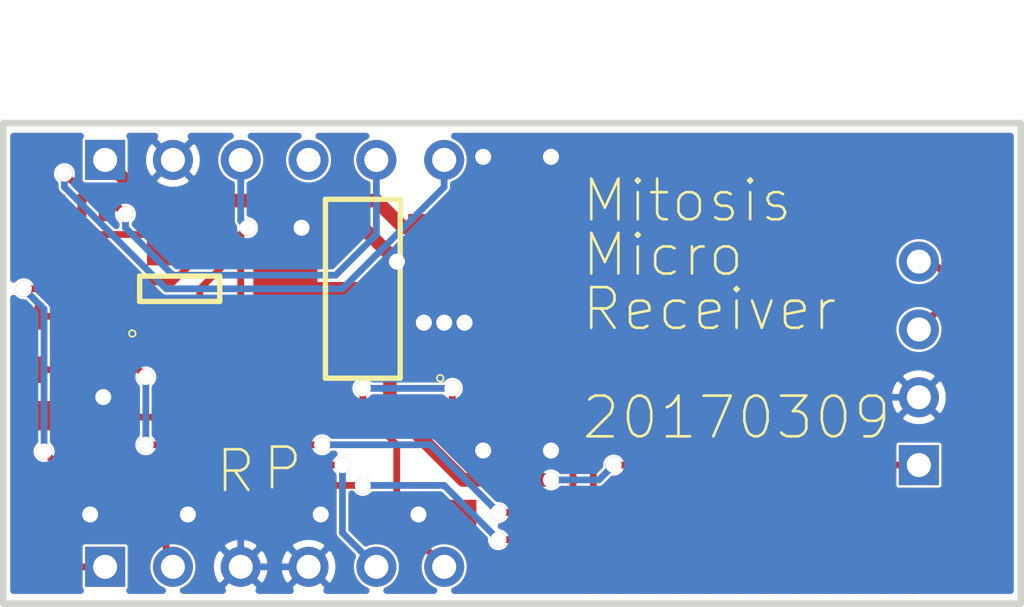
<source format=kicad_pcb>
(kicad_pcb (version 20170123) (host pcbnew "(2017-08-08 revision 6d5282c)-master")

  (general
    (thickness 1.6)
    (drawings 77)
    (tracks 178)
    (zones 0)
    (modules 10)
    (nets 49)
  )

  (page A4)
  (layers
    (0 F.Cu signal)
    (31 B.Cu signal)
    (32 B.Adhes user)
    (33 F.Adhes user)
    (34 B.Paste user)
    (35 F.Paste user)
    (36 B.SilkS user)
    (37 F.SilkS user)
    (38 B.Mask user)
    (39 F.Mask user)
    (40 Dwgs.User user)
    (41 Cmts.User user)
    (42 Eco1.User user)
    (43 Eco2.User user)
    (44 Edge.Cuts user)
    (45 Margin user)
    (46 B.CrtYd user)
    (47 F.CrtYd user)
    (48 B.Fab user)
    (49 F.Fab user)
  )

  (setup
    (last_trace_width 0.254)
    (trace_clearance 0)
    (zone_clearance 0.0144)
    (zone_45_only no)
    (trace_min 0.1524)
    (segment_width 0.2)
    (edge_width 0.1)
    (via_size 0.635)
    (via_drill 0.6)
    (via_min_size 0.635)
    (via_min_drill 0.6)
    (uvia_size 0.508)
    (uvia_drill 0.127)
    (uvias_allowed no)
    (uvia_min_size 0.508)
    (uvia_min_drill 0.127)
    (pcb_text_width 0.3)
    (pcb_text_size 1.5 1.5)
    (mod_edge_width 0.15)
    (mod_text_size 1 1)
    (mod_text_width 0.15)
    (pad_size 1.5 1.5)
    (pad_drill 0.6)
    (pad_to_mask_clearance 0)
    (aux_axis_origin 0 0)
    (visible_elements 7FFFEF7F)
    (pcbplotparams
      (layerselection 0x00030_ffffffff)
      (usegerberextensions false)
      (excludeedgelayer true)
      (linewidth 0.100000)
      (plotframeref false)
      (viasonmask false)
      (mode 1)
      (useauxorigin false)
      (hpglpennumber 1)
      (hpglpenspeed 20)
      (hpglpendiameter 15)
      (psnegative false)
      (psa4output false)
      (plotreference true)
      (plotvalue true)
      (plotinvisibletext false)
      (padsonsilk false)
      (subtractmaskfromsilk false)
      (outputformat 1)
      (mirror false)
      (drillshape 0)
      (scaleselection 1)
      (outputdirectory GerberOutput/))
  )

  (net 0 "")
  (net 1 Net1)
  (net 2 GND)
  (net 3 VCC)
  (net 4 /P-D3)
  (net 5 /RST)
  (net 6 /R)
  (net 7 /VIN)
  (net 8 /G)
  (net 9 /B)
  (net 10 /G-D2)
  (net 11 /RXI)
  (net 12 /TXO)
  (net 13 /R-A2)
  (net 14 /B-A3)
  (net 15 /5V0)
  (net 16 /SWDIO)
  (net 17 /SWCLK)
  (net 18 "Net-(R1-Pad4)")
  (net 19 /TXO_DIV)
  (net 20 "Net-(R2-Pad5)")
  (net 21 "Net-(U1-Pad18)")
  (net 22 "Net-(U1-Pad19)")
  (net 23 "Net-(U1-Pad16)")
  (net 24 "Net-(U1-Pad4)")
  (net 25 "Net-(U1-Pad7)")
  (net 26 "Net-(U1-Pad8)")
  (net 27 "Net-(U1-Pad9)")
  (net 28 "Net-(U1-Pad13)")
  (net 29 "Net-(U1-Pad14)")
  (net 30 "Net-(U1-Pad15)")
  (net 31 "Net-(U1-Pad2)")
  (net 32 "Net-(U1-Pad3)")
  (net 33 "Net-(U1-Pad17)")
  (net 34 "Net-(U1-Pad35)")
  (net 35 "Net-(U1-Pad23)")
  (net 36 "Net-(U1-Pad24)")
  (net 37 "Net-(U1-Pad25)")
  (net 38 "Net-(U1-Pad26)")
  (net 39 "Net-(U1-Pad27)")
  (net 40 "Net-(U1-Pad28)")
  (net 41 "Net-(U1-Pad30)")
  (net 42 "Net-(U1-Pad33)")
  (net 43 "Net-(U1-Pad34)")
  (net 44 "Net-(U1-Pad21)")
  (net 45 "Net-(U1-Pad29)")
  (net 46 "Net-(U1-Pad22)")
  (net 47 "Net-(U1-Pad36)")
  (net 48 "Net-(U1-Pad20)")

  (net_class Default "This is the default net class."
    (clearance 0)
    (trace_width 0.254)
    (via_dia 0.635)
    (via_drill 0.6)
    (uvia_dia 0.508)
    (uvia_drill 0.127)
    (add_net /5V0)
    (add_net /B)
    (add_net /B-A3)
    (add_net /G)
    (add_net /G-D2)
    (add_net /P-D3)
    (add_net /R)
    (add_net /R-A2)
    (add_net /RST)
    (add_net /RXI)
    (add_net /SWCLK)
    (add_net /SWDIO)
    (add_net /TXO)
    (add_net /TXO_DIV)
    (add_net /VIN)
    (add_net GND)
    (add_net "Net-(R1-Pad4)")
    (add_net "Net-(R2-Pad5)")
    (add_net "Net-(U1-Pad13)")
    (add_net "Net-(U1-Pad14)")
    (add_net "Net-(U1-Pad15)")
    (add_net "Net-(U1-Pad16)")
    (add_net "Net-(U1-Pad17)")
    (add_net "Net-(U1-Pad18)")
    (add_net "Net-(U1-Pad19)")
    (add_net "Net-(U1-Pad2)")
    (add_net "Net-(U1-Pad20)")
    (add_net "Net-(U1-Pad21)")
    (add_net "Net-(U1-Pad22)")
    (add_net "Net-(U1-Pad23)")
    (add_net "Net-(U1-Pad24)")
    (add_net "Net-(U1-Pad25)")
    (add_net "Net-(U1-Pad26)")
    (add_net "Net-(U1-Pad27)")
    (add_net "Net-(U1-Pad28)")
    (add_net "Net-(U1-Pad29)")
    (add_net "Net-(U1-Pad3)")
    (add_net "Net-(U1-Pad30)")
    (add_net "Net-(U1-Pad33)")
    (add_net "Net-(U1-Pad34)")
    (add_net "Net-(U1-Pad35)")
    (add_net "Net-(U1-Pad36)")
    (add_net "Net-(U1-Pad4)")
    (add_net "Net-(U1-Pad7)")
    (add_net "Net-(U1-Pad8)")
    (add_net "Net-(U1-Pad9)")
    (add_net Net1)
    (add_net VCC)
  )

  (module parts:SOT230P700X180-4N (layer F.Cu) (tedit 598FCBD6) (tstamp 539EEDBF)
    (at 63.427 56.166)
    (path /5972B544)
    (attr smd)
    (fp_text reference U2 (at 0 0) (layer F.SilkS) hide
      (effects (font (thickness 0.05)))
    )
    (fp_text value ~ (at 0 0) (layer F.SilkS) hide
      (effects (font (thickness 0.05)))
    )
    (pad 4 smd rect (at -2.9 0 270) (size 3.3 2.4) (layers F.Cu F.Paste F.Mask)
      (net 3 VCC))
    (pad 3 smd rect (at 2.9 -2.3 270) (size 1 2.4) (layers F.Cu F.Paste F.Mask)
      (net 7 /VIN))
    (pad 2 smd rect (at 2.9 0 270) (size 1 2.4) (layers F.Cu F.Paste F.Mask)
      (net 3 VCC))
    (pad 1 smd rect (at 2.9 2.3 270) (size 1 2.4) (layers F.Cu F.Paste F.Mask)
      (net 2 GND))
  )

  (module parts:PLCC4-RGBLED (layer F.Cu) (tedit 598FCC4B) (tstamp 539EEDBF)
    (at 56.569 56.166)
    (path /5972B540)
    (attr smd)
    (fp_text reference D1 (at 0 0) (layer F.SilkS) hide
      (effects (font (thickness 0.05)))
    )
    (fp_text value "RGB LED - CREE CA" (at 0 0) (layer F.SilkS) hide
      (effects (font (thickness 0.05)))
    )
    (pad 1 smd rect (at -0.75 1.675 180) (size 0.95 1.6) (layers F.Cu F.Paste F.Mask)
      (net 6 /R))
    (pad 2 smd rect (at 0.75 1.675 180) (size 0.95 1.6) (layers F.Cu F.Paste F.Mask)
      (net 7 /VIN))
    (pad 4 smd rect (at -0.75 -1.675 180) (size 0.95 1.6) (layers F.Cu F.Paste F.Mask)
      (net 8 /G))
    (pad 3 smd rect (at 0.75 -1.675 180) (size 0.95 1.6) (layers F.Cu F.Paste F.Mask)
      (net 9 /B))
  )

  (module parts:TACTILE_BUTTON (layer F.Cu) (tedit 598FCB38) (tstamp 598FD747)
    (at 63.681 62.77)
    (path /5972B546)
    (attr smd)
    (fp_text reference B1 (at 0 0) (layer F.SilkS) hide
      (effects (font (thickness 0.05)))
    )
    (fp_text value ~ (at 0 0) (layer F.SilkS) hide
      (effects (font (thickness 0.05)))
    )
    (pad 2 smd rect (at -3.1 1.85) (size 1.8 1.1) (layers F.Cu F.Paste F.Mask)
      (net 2 GND))
    (pad 2 smd rect (at 3.1 1.85) (size 1.8 1.1) (layers F.Cu F.Paste F.Mask)
      (net 2 GND))
    (pad 1 smd rect (at 3.1 -1.85) (size 1.8 1.1) (layers F.Cu F.Paste F.Mask)
      (net 4 /P-D3))
    (pad 1 smd rect (at -3.1 -1.85) (size 1.8 1.1) (layers F.Cu F.Paste F.Mask)
      (net 4 /P-D3))
  )

  (module parts:TACTILE_BUTTON (layer F.Cu) (tedit 598FCB38) (tstamp 598FD74E)
    (at 55.045 62.77)
    (path /5972B545)
    (attr smd)
    (fp_text reference B2 (at 0 0) (layer F.SilkS) hide
      (effects (font (thickness 0.05)))
    )
    (fp_text value ~ (at 0 0) (layer F.SilkS) hide
      (effects (font (thickness 0.05)))
    )
    (pad 1 smd rect (at -3.1 -1.85) (size 1.8 1.1) (layers F.Cu F.Paste F.Mask)
      (net 5 /RST))
    (pad 1 smd rect (at 3.1 -1.85) (size 1.8 1.1) (layers F.Cu F.Paste F.Mask)
      (net 5 /RST))
    (pad 2 smd rect (at 3.1 1.85) (size 1.8 1.1) (layers F.Cu F.Paste F.Mask)
      (net 2 GND))
    (pad 2 smd rect (at -3.1 1.85) (size 1.8 1.1) (layers F.Cu F.Paste F.Mask)
      (net 2 GND))
  )

  (module parts:HDR1X6 (layer F.Cu) (tedit 59740C44) (tstamp 598FD755)
    (at 53.775 66.58)
    (path /5972B543)
    (attr smd)
    (fp_text reference P1 (at 0 0) (layer F.SilkS) hide
      (effects (font (thickness 0.05)))
    )
    (fp_text value "Header 6" (at 0 0) (layer F.SilkS) hide
      (effects (font (thickness 0.05)))
    )
    (pad 6 thru_hole circle (at 12.7 0) (size 1.5 1.5) (drill 0.9) (layers *.Cu *.Paste *.Mask)
      (net 4 /P-D3))
    (pad 5 thru_hole circle (at 10.16 0) (size 1.5 1.5) (drill 0.9) (layers *.Cu *.Paste *.Mask)
      (net 10 /G-D2))
    (pad 4 thru_hole circle (at 7.62 0) (size 1.5 1.5) (drill 0.9) (layers *.Cu *.Paste *.Mask)
      (net 2 GND))
    (pad 3 thru_hole circle (at 5.08 0) (size 1.5 1.5) (drill 0.9) (layers *.Cu *.Paste *.Mask)
      (net 2 GND))
    (pad 2 thru_hole circle (at 2.54 0) (size 1.5 1.5) (drill 0.9) (layers *.Cu *.Paste *.Mask)
      (net 11 /RXI))
    (pad 1 thru_hole rect (at 0 0) (size 1.5 1.5) (drill 0.9) (layers *.Cu *.Paste *.Mask)
      (net 12 /TXO))
  )

  (module parts:HDR1X6 (layer F.Cu) (tedit 59740C44) (tstamp 598FD75E)
    (at 53.775 51.34)
    (path /5972B542)
    (attr smd)
    (fp_text reference P2 (at 0 0) (layer F.SilkS) hide
      (effects (font (thickness 0.05)))
    )
    (fp_text value "Header 6" (at 0 0) (layer F.SilkS) hide
      (effects (font (thickness 0.05)))
    )
    (pad 1 thru_hole rect (at 0 0) (size 1.5 1.5) (drill 0.9) (layers *.Cu *.Paste *.Mask)
      (net 7 /VIN))
    (pad 2 thru_hole circle (at 2.54 0) (size 1.5 1.5) (drill 0.9) (layers *.Cu *.Paste *.Mask)
      (net 2 GND))
    (pad 3 thru_hole circle (at 5.08 0) (size 1.5 1.5) (drill 0.9) (layers *.Cu *.Paste *.Mask)
      (net 5 /RST))
    (pad 4 thru_hole circle (at 7.62 0) (size 1.5 1.5) (drill 0.9) (layers *.Cu *.Paste *.Mask)
      (net 15 /5V0))
    (pad 5 thru_hole circle (at 10.16 0) (size 1.5 1.5) (drill 0.9) (layers *.Cu *.Paste *.Mask)
      (net 14 /B-A3))
    (pad 6 thru_hole circle (at 12.7 0) (size 1.5 1.5) (drill 0.9) (layers *.Cu *.Paste *.Mask)
      (net 13 /R-A2))
  )

  (module parts:HDR1X4 (layer B.Cu) (tedit 59740C3C) (tstamp 598FD767)
    (at 84.255 62.77)
    (path /5972B541)
    (attr smd)
    (fp_text reference P3 (at 0 0) (layer F.SilkS) hide
      (effects (font (thickness 0.05)))
    )
    (fp_text value "Header 4" (at 0 0) (layer F.SilkS) hide
      (effects (font (thickness 0.05)))
    )
    (pad 1 thru_hole rect (at 0 0 90) (size 1.5 1.5) (drill 0.9) (layers *.Cu *.Paste *.Mask)
      (net 3 VCC))
    (pad 2 thru_hole circle (at 0 -2.54 90) (size 1.5 1.5) (drill 0.9) (layers *.Cu *.Paste *.Mask)
      (net 2 GND))
    (pad 3 thru_hole circle (at 0 -5.08 90) (size 1.5 1.5) (drill 0.9) (layers *.Cu *.Paste *.Mask)
      (net 16 /SWDIO))
    (pad 4 thru_hole circle (at 0 -7.62 90) (size 1.5 1.5) (drill 0.9) (layers *.Cu *.Paste *.Mask)
      (net 17 /SWCLK))
  )

  (module parts:1206_quad_res (layer F.Cu) (tedit 59740C1C) (tstamp 598FD76E)
    (at 52.505 58.198)
    (path /5975BA13)
    (attr smd)
    (fp_text reference R1 (at 0 0) (layer F.SilkS) hide
      (effects (font (thickness 0.05)))
    )
    (fp_text value RAVF (at 0 0) (layer F.SilkS) hide
      (effects (font (thickness 0.05)))
    )
    (pad 4 smd rect (at 0.4 1 180) (size 0.34 1) (layers F.Cu F.Paste F.Mask)
      (net 18 "Net-(R1-Pad4)"))
    (pad 6 smd rect (at -0.4 1 180) (size 0.34 1) (layers F.Cu F.Paste F.Mask)
      (net 12 /TXO))
    (pad 8 smd rect (at -1.2 1 180) (size 0.34 1) (layers F.Cu F.Paste F.Mask)
      (net 12 /TXO))
    (pad 2 smd rect (at 1.2 1 180) (size 0.34 1) (layers F.Cu F.Paste F.Mask)
      (net 2 GND))
    (pad 7 smd rect (at -1.2 -1 180) (size 0.34 1) (layers F.Cu F.Paste F.Mask)
      (net 19 /TXO_DIV))
    (pad 5 smd rect (at -0.4 -1 180) (size 0.34 1) (layers F.Cu F.Paste F.Mask)
      (net 19 /TXO_DIV))
    (pad 3 smd rect (at 0.4 -1 180) (size 0.34 1) (layers F.Cu F.Paste F.Mask)
      (net 19 /TXO_DIV))
    (pad 1 smd rect (at 1.2 -1 180) (size 0.34 1) (layers F.Cu F.Paste F.Mask)
      (net 19 /TXO_DIV))
  )

  (module parts:1206_quad_res (layer F.Cu) (tedit 59740C1C) (tstamp 598FD779)
    (at 52.505 54.134)
    (path /5975C18C)
    (attr smd)
    (fp_text reference R2 (at 0 0) (layer F.SilkS) hide
      (effects (font (thickness 0.05)))
    )
    (fp_text value RAVF (at 0 0) (layer F.SilkS) hide
      (effects (font (thickness 0.05)))
    )
    (pad 1 smd rect (at 1.2 -1 180) (size 0.34 1) (layers F.Cu F.Paste F.Mask)
      (net 14 /B-A3))
    (pad 3 smd rect (at 0.4 -1 180) (size 0.34 1) (layers F.Cu F.Paste F.Mask)
      (net 13 /R-A2))
    (pad 5 smd rect (at -0.4 -1 180) (size 0.34 1) (layers F.Cu F.Paste F.Mask)
      (net 20 "Net-(R2-Pad5)"))
    (pad 7 smd rect (at -1.2 -1 180) (size 0.34 1) (layers F.Cu F.Paste F.Mask)
      (net 20 "Net-(R2-Pad5)"))
    (pad 2 smd rect (at 1.2 1 180) (size 0.34 1) (layers F.Cu F.Paste F.Mask)
      (net 9 /B))
    (pad 8 smd rect (at -1.2 1 180) (size 0.34 1) (layers F.Cu F.Paste F.Mask)
      (net 10 /G-D2))
    (pad 6 smd rect (at -0.4 1 180) (size 0.34 1) (layers F.Cu F.Paste F.Mask)
      (net 8 /G))
    (pad 4 smd rect (at 0.4 1 180) (size 0.34 1) (layers F.Cu F.Paste F.Mask)
      (net 6 /R))
  )

  (module parts:Core51822B (layer F.Cu) (tedit 59740C26) (tstamp 598FD784)
    (at 78 45.6 90)
    (path /5972B54B)
    (attr smd)
    (fp_text reference U1 (at 0 0 90) (layer F.SilkS) hide
      (effects (font (thickness 0.05)))
    )
    (fp_text value ~ (at 0 0 90) (layer Eco1.User) hide
      (effects (font (thickness 0.05)))
    )
    (pad 1 smd oval (at -5.6 -8.7 270) (size 0.7 2) (layers F.Cu F.Paste F.Mask)
      (net 2 GND))
    (pad 12 smd oval (at -17.7 -8.7 270) (size 0.7 2) (layers F.Cu F.Paste F.Mask)
      (net 3 VCC))
    (pad 18 smd oval (at -21 -0.55001) (size 0.7 2) (layers F.Cu F.Paste F.Mask)
      (net 21 "Net-(U1-Pad18)"))
    (pad 19 smd oval (at -21 0.54999) (size 0.7 2) (layers F.Cu F.Paste F.Mask)
      (net 22 "Net-(U1-Pad19)"))
    (pad 16 smd oval (at -21 -2.75001) (size 0.7 2) (layers F.Cu F.Paste F.Mask)
      (net 23 "Net-(U1-Pad16)"))
    (pad 4 smd oval (at -8.9 -8.7 270) (size 0.7 2) (layers F.Cu F.Paste F.Mask)
      (net 24 "Net-(U1-Pad4)"))
    (pad 5 smd oval (at -10 -8.7 270) (size 0.7 2) (layers F.Cu F.Paste F.Mask)
      (net 11 /RXI))
    (pad 6 smd oval (at -11.1 -8.7 270) (size 0.7 2) (layers F.Cu F.Paste F.Mask)
      (net 19 /TXO_DIV))
    (pad 7 smd oval (at -12.2 -8.7 270) (size 0.7 2) (layers F.Cu F.Paste F.Mask)
      (net 25 "Net-(U1-Pad7)"))
    (pad 8 smd oval (at -13.3 -8.7 270) (size 0.7 2) (layers F.Cu F.Paste F.Mask)
      (net 26 "Net-(U1-Pad8)"))
    (pad 9 smd oval (at -14.4 -8.7 270) (size 0.7 2) (layers F.Cu F.Paste F.Mask)
      (net 27 "Net-(U1-Pad9)"))
    (pad 11 smd oval (at -16.6 -8.7 270) (size 0.7 2) (layers F.Cu F.Paste F.Mask)
      (net 2 GND))
    (pad 13 smd oval (at -21 -6.05001) (size 0.7 2) (layers F.Cu F.Paste F.Mask)
      (net 28 "Net-(U1-Pad13)"))
    (pad 14 smd oval (at -21 -4.95001) (size 0.7 2) (layers F.Cu F.Paste F.Mask)
      (net 29 "Net-(U1-Pad14)"))
    (pad 15 smd oval (at -21 -3.85001) (size 0.7 2) (layers F.Cu F.Paste F.Mask)
      (net 30 "Net-(U1-Pad15)"))
    (pad 2 smd oval (at -6.7 -8.7 270) (size 0.7 2) (layers F.Cu F.Paste F.Mask)
      (net 31 "Net-(U1-Pad2)"))
    (pad 10 smd oval (at -15.5 -8.7 270) (size 0.7 2) (layers F.Cu F.Paste F.Mask)
      (net 4 /P-D3))
    (pad 3 smd oval (at -7.8 -8.7 270) (size 0.7 2) (layers F.Cu F.Paste F.Mask)
      (net 32 "Net-(U1-Pad3)"))
    (pad 17 smd oval (at -21 -1.65001) (size 0.7 2) (layers F.Cu F.Paste F.Mask)
      (net 33 "Net-(U1-Pad17)"))
    (pad 35 smd oval (at -6.7 8.69999 90) (size 0.7 2) (layers F.Cu F.Paste F.Mask)
      (net 34 "Net-(U1-Pad35)"))
    (pad 23 smd oval (at -21 4.94999) (size 0.7 2) (layers F.Cu F.Paste F.Mask)
      (net 35 "Net-(U1-Pad23)"))
    (pad 24 smd oval (at -21 6.04999) (size 0.7 2) (layers F.Cu F.Paste F.Mask)
      (net 36 "Net-(U1-Pad24)"))
    (pad 25 smd oval (at -17.7 8.69999 90) (size 0.7 2) (layers F.Cu F.Paste F.Mask)
      (net 37 "Net-(U1-Pad25)"))
    (pad 26 smd oval (at -16.6 8.69999 90) (size 0.7 2) (layers F.Cu F.Paste F.Mask)
      (net 38 "Net-(U1-Pad26)"))
    (pad 27 smd oval (at -15.5 8.69999 90) (size 0.7 2) (layers F.Cu F.Paste F.Mask)
      (net 39 "Net-(U1-Pad27)"))
    (pad 28 smd oval (at -14.4 8.69999 90) (size 0.7 2) (layers F.Cu F.Paste F.Mask)
      (net 40 "Net-(U1-Pad28)"))
    (pad 30 smd oval (at -12.2 8.69999 90) (size 0.7 2) (layers F.Cu F.Paste F.Mask)
      (net 41 "Net-(U1-Pad30)"))
    (pad 31 smd oval (at -11.1 8.69999 90) (size 0.7 2) (layers F.Cu F.Paste F.Mask)
      (net 16 /SWDIO))
    (pad 32 smd oval (at -10 8.69999 90) (size 0.7 2) (layers F.Cu F.Paste F.Mask)
      (net 17 /SWCLK))
    (pad 33 smd oval (at -8.9 8.69999 90) (size 0.7 2) (layers F.Cu F.Paste F.Mask)
      (net 42 "Net-(U1-Pad33)"))
    (pad 34 smd oval (at -7.8 8.69999 90) (size 0.7 2) (layers F.Cu F.Paste F.Mask)
      (net 43 "Net-(U1-Pad34)"))
    (pad 21 smd oval (at -21 2.74999) (size 0.7 2) (layers F.Cu F.Paste F.Mask)
      (net 44 "Net-(U1-Pad21)"))
    (pad 29 smd oval (at -13.3 8.69999 90) (size 0.7 2) (layers F.Cu F.Paste F.Mask)
      (net 45 "Net-(U1-Pad29)"))
    (pad 22 smd oval (at -21 3.84999) (size 0.7 2) (layers F.Cu F.Paste F.Mask)
      (net 46 "Net-(U1-Pad22)"))
    (pad 36 smd oval (at -5.6 8.69999 90) (size 0.7 2) (layers F.Cu F.Paste F.Mask)
      (net 47 "Net-(U1-Pad36)"))
    (pad 20 smd oval (at -21 1.64999) (size 0.7 2) (layers F.Cu F.Paste F.Mask)
      (net 48 "Net-(U1-Pad20)"))
  )

  (gr_line (start 61.081 60.17) (end 66.281 60.17) (angle 90) (layer F.CrtYd) (width 0.2))
  (gr_line (start 66.281 60.17) (end 66.281 65.37) (angle 90) (layer F.CrtYd) (width 0.2))
  (gr_line (start 66.281 65.37) (end 61.081 65.37) (angle 90) (layer F.CrtYd) (width 0.2))
  (gr_line (start 61.081 65.37) (end 61.081 60.17) (angle 90) (layer F.CrtYd) (width 0.2))
  (gr_line (start 62.58973 63.86777) (end 64.78104 63.86777) (angle 90) (layer F.CrtYd) (width 0.2))
  (gr_line (start 64.78104 63.86777) (end 64.78104 61.67207) (angle 90) (layer F.CrtYd) (width 0.2))
  (gr_line (start 64.78104 61.67207) (end 62.58973 61.67207) (angle 90) (layer F.CrtYd) (width 0.2))
  (gr_line (start 62.58973 61.67207) (end 62.58973 63.86777) (angle 90) (layer F.CrtYd) (width 0.2))
  (gr_line (start 52.445 60.17) (end 57.645 60.17) (angle 90) (layer F.CrtYd) (width 0.2))
  (gr_line (start 57.645 60.17) (end 57.645 65.37) (angle 90) (layer F.CrtYd) (width 0.2))
  (gr_line (start 57.645 65.37) (end 52.445 65.37) (angle 90) (layer F.CrtYd) (width 0.2))
  (gr_line (start 52.445 65.37) (end 52.445 60.17) (angle 90) (layer F.CrtYd) (width 0.2))
  (gr_line (start 53.95373 63.86777) (end 56.14504 63.86777) (angle 90) (layer F.CrtYd) (width 0.2))
  (gr_line (start 56.14504 63.86777) (end 56.14504 61.67207) (angle 90) (layer F.CrtYd) (width 0.2))
  (gr_line (start 56.14504 61.67207) (end 53.95373 61.67207) (angle 90) (layer F.CrtYd) (width 0.2))
  (gr_line (start 53.95373 61.67207) (end 53.95373 63.86777) (angle 90) (layer F.CrtYd) (width 0.2))
  (gr_line (start 57.56703 57.15812) (end 57.56703 55.166) (angle 90) (layer F.CrtYd) (width 0.2))
  (gr_line (start 57.56703 55.166) (end 55.57097 55.166) (angle 90) (layer F.CrtYd) (width 0.2))
  (gr_line (start 55.57097 55.166) (end 55.57097 57.15812) (angle 90) (layer F.CrtYd) (width 0.2))
  (gr_line (start 55.57097 57.15812) (end 57.56703 57.15812) (angle 90) (layer F.CrtYd) (width 0.2))
  (gr_line (start 54.105 58.998) (end 50.905 58.998) (angle 90) (layer F.CrtYd) (width 0.2))
  (gr_line (start 50.905 58.998) (end 50.905 57.398) (angle 90) (layer F.CrtYd) (width 0.2))
  (gr_line (start 50.905 57.398) (end 54.105 57.398) (angle 90) (layer F.CrtYd) (width 0.2))
  (gr_line (start 54.105 57.398) (end 54.105 58.998) (angle 90) (layer F.CrtYd) (width 0.2))
  (gr_line (start 54.105 54.934) (end 50.905 54.934) (angle 90) (layer F.CrtYd) (width 0.2))
  (gr_line (start 50.905 54.934) (end 50.905 53.334) (angle 90) (layer F.CrtYd) (width 0.2))
  (gr_line (start 50.905 53.334) (end 54.105 53.334) (angle 90) (layer F.CrtYd) (width 0.2))
  (gr_line (start 54.105 53.334) (end 54.105 54.934) (angle 90) (layer F.CrtYd) (width 0.2))
  (gr_line (start 55.069 57.866) (end 58.069 57.866) (angle 90) (layer F.CrtYd) (width 0.2))
  (gr_line (start 58.069 57.866) (end 58.069 54.466) (angle 90) (layer F.CrtYd) (width 0.2))
  (gr_line (start 58.069 54.466) (end 55.069 54.466) (angle 90) (layer F.CrtYd) (width 0.2))
  (gr_line (start 55.069 54.466) (end 55.069 57.866) (angle 90) (layer F.CrtYd) (width 0.2))
  (gr_line (start 65.277 59.516) (end 65.277 52.816) (angle 90) (layer F.CrtYd) (width 0.2))
  (gr_line (start 65.277 52.816) (end 61.577 52.816) (angle 90) (layer F.CrtYd) (width 0.2))
  (gr_line (start 61.577 52.816) (end 61.577 59.516) (angle 90) (layer F.CrtYd) (width 0.2))
  (gr_line (start 61.577 59.516) (end 65.277 59.516) (angle 90) (layer F.CrtYd) (width 0.2))
  (gr_line (start 69.405 45.625) (end 86.405 45.625) (angle 90) (layer F.CrtYd) (width 0.2))
  (gr_line (start 86.405 45.625) (end 86.405 66.425) (angle 90) (layer F.CrtYd) (width 0.2))
  (gr_line (start 86.405 66.425) (end 69.405 66.425) (angle 90) (layer F.CrtYd) (width 0.2))
  (gr_line (start 69.405 66.425) (end 69.405 45.625) (angle 90) (layer F.CrtYd) (width 0.2))
  (gr_line (start 75.60509 53.42489) (end 81.60509 53.42489) (angle 90) (layer F.CrtYd) (width 0.2))
  (gr_line (start 81.60509 53.42489) (end 81.60509 59.42489) (angle 90) (layer F.CrtYd) (width 0.2))
  (gr_line (start 81.60509 59.42489) (end 75.60509 59.42489) (angle 90) (layer F.CrtYd) (width 0.2))
  (gr_line (start 75.60509 59.42489) (end 75.60509 53.42489) (angle 90) (layer F.CrtYd) (width 0.2))
  (gr_arc (start 54.794 57.841) (end 54.919 57.841) (angle 0) (layer F.SilkS) (width 0.0625))
  (gr_arc (start 66.327 59.516) (end 66.452 59.516) (angle 0) (layer F.SilkS) (width 0.0625))
  (gr_arc (start 55.969 56.966) (end 56.469 56.966) (angle 0) (layer Dwgs.User) (width 0.1))
  (gr_line (start 58.069 56.641) (end 58.069 55.691) (layer F.SilkS) (width 0.2))
  (gr_line (start 55.069 56.641) (end 55.069 55.691) (layer F.SilkS) (width 0.2))
  (gr_line (start 55.069 55.691) (end 58.069 55.691) (layer F.SilkS) (width 0.2))
  (gr_line (start 55.069 56.641) (end 58.069 56.641) (layer F.SilkS) (width 0.2))
  (gr_line (start 64.827 59.516) (end 64.827 52.816) (layer F.SilkS) (width 0.2))
  (gr_line (start 62.027 59.516) (end 62.027 52.816) (layer F.SilkS) (width 0.2))
  (gr_line (start 62.027 59.516) (end 64.827 59.516) (layer F.SilkS) (width 0.2))
  (gr_line (start 62.027 52.816) (end 64.827 52.816) (layer F.SilkS) (width 0.2))
  (gr_line (start 56.069 56.166) (end 57.069 56.166) (layer F.CrtYd) (width 0.1))
  (gr_line (start 56.569 56.666) (end 56.569 55.666) (layer F.CrtYd) (width 0.1))
  (gr_line (start 58.569 59.116) (end 58.569 53.216) (layer F.CrtYd) (width 0.05))
  (gr_line (start 54.569 59.116) (end 54.569 53.216) (layer F.CrtYd) (width 0.05))
  (gr_line (start 54.569 53.216) (end 58.569 53.216) (layer F.CrtYd) (width 0.05))
  (gr_line (start 54.569 59.116) (end 58.569 59.116) (layer F.CrtYd) (width 0.05))
  (gr_line (start 67.777 59.766) (end 67.777 52.566) (layer F.CrtYd) (width 0.05))
  (gr_line (start 59.077 59.766) (end 59.077 52.566) (layer F.CrtYd) (width 0.05))
  (gr_line (start 59.077 59.766) (end 67.777 59.766) (layer F.CrtYd) (width 0.05))
  (gr_line (start 59.077 52.566) (end 67.777 52.566) (layer F.CrtYd) (width 0.05))
  (gr_line (start 62.927 56.166) (end 63.927 56.166) (layer F.CrtYd) (width 0.1))
  (gr_line (start 63.427 56.666) (end 63.427 55.666) (layer F.CrtYd) (width 0.1))
  (gr_line (start 49.965 67.96) (end 49.965 49.96) (layer Edge.Cuts) (width 0.254))
  (gr_line (start 49.965 67.96) (end 88.065 67.96) (layer Edge.Cuts) (width 0.254))
  (gr_line (start 49.965 49.96) (end 88.065 49.96) (layer Edge.Cuts) (width 0.254))
  (gr_line (start 88.065 67.96) (end 88.065 49.96) (layer Edge.Cuts) (width 0.254))
  (gr_text P (at 59.6 62.9) (layer F.SilkS)
    (effects (font (thickness 0.1)) (justify left))
  )
  (gr_text R (at 57.839 63) (layer F.SilkS)
    (effects (font (thickness 0.1)) (justify left))
  )
  (gr_text 20170309 (at 71.555 60.992) (layer F.SilkS)
    (effects (font (thickness 0.1)) (justify left))
  )
  (gr_text Receiver (at 71.555 56.928) (layer F.SilkS)
    (effects (font (thickness 0.1)) (justify left))
  )
  (gr_text Micro (at 71.555 54.896) (layer F.SilkS)
    (effects (font (thickness 0.1)) (justify left))
  )
  (gr_text Mitosis (at 71.555 52.864) (layer F.SilkS)
    (effects (font (thickness 0.1)) (justify left))
  )

  (segment (start 64.443 56.166) (end 60.527 56.166) (width 0.508) (layer F.Cu) (net 3))
  (segment (start 64.443 56.166) (end 66.327 56.166) (width 0.508) (layer F.Cu) (net 3))
  (via (at 72.825 62.77) (size 0.6) (layers F.Cu B.Cu) (net 3))
  (via (at 63.427 59.896) (size 0.6) (layers F.Cu B.Cu) (net 4))
  (via (at 68.507 64.548) (size 0.6) (layers F.Cu B.Cu) (net 19))
  (via (at 68.507 65.564) (size 0.6) (layers F.Cu B.Cu) (net 11))
  (via (at 59.109 53.88) (size 0.6) (layers F.Cu B.Cu) (net 5))
  (via (at 64.705 55.15) (size 0.6) (layers F.Cu B.Cu) (net 2))
  (via (at 61.133 53.88) (size 0.6) (layers F.Cu B.Cu) (net 2))
  (via (at 67.935 62.225) (size 0.6) (layers F.Cu B.Cu) (net 2))
  (via (at 66.781 59.896) (size 0.6) (layers F.Cu B.Cu) (net 4))
  (via (at 63.427 63.532) (size 0.6) (layers F.Cu B.Cu) (net 11))
  (via (at 62.665 62.77) (size 0.6) (layers F.Cu B.Cu) (net 10))
  (via (at 61.903 62.008) (size 0.6) (layers F.Cu B.Cu) (net 19))
  (via (at 55.299 62.008) (size 0.6) (layers F.Cu B.Cu) (net 19))
  (via (at 55.299 59.468) (size 0.6) (layers F.Cu B.Cu) (net 19))
  (via (at 52.251 51.85482) (size 0.6) (layers F.Cu B.Cu) (net 13))
  (via (at 54.537 53.372) (size 0.6) (layers F.Cu B.Cu) (net 14))
  (via (at 70.475 63.325) (size 0.6) (layers F.Cu B.Cu) (net 3))
  (via (at 53.705 60.222) (size 0.6) (layers F.Cu B.Cu) (net 2))
  (via (at 50.727 56.166) (size 0.6) (layers F.Cu B.Cu) (net 10))
  (via (at 51.489 62.262) (size 0.6) (layers F.Cu B.Cu) (net 10))
  (via (at 65.713 57.436) (size 0.6) (layers F.Cu B.Cu) (net 2))
  (via (at 66.475 57.436) (size 0.6) (layers F.Cu B.Cu) (net 2))
  (via (at 67.237 57.436) (size 0.6) (layers F.Cu B.Cu) (net 2))
  (via (at 67.935 51.225) (size 0.6) (layers F.Cu B.Cu) (net 2))
  (via (at 70.475 51.225) (size 0.6) (layers F.Cu B.Cu) (net 2))
  (via (at 70.475 62.225) (size 0.6) (layers F.Cu B.Cu) (net 2))
  (via (at 65.511 64.62) (size 0.6) (layers F.Cu B.Cu) (net 2))
  (via (at 61.851 64.62) (size 0.6) (layers F.Cu B.Cu) (net 2))
  (via (at 56.875 64.62) (size 0.6) (layers F.Cu B.Cu) (net 2))
  (via (at 53.215 64.62) (size 0.6) (layers F.Cu B.Cu) (net 2))
  (segment (start 72.825 62.77) (end 84.255 62.77) (width 0.254) (layer F.Cu) (net 3))
  (segment (start 72.063 64.294) (end 72.063 56.42) (width 0.254) (layer F.Cu) (net 11))
  (segment (start 71.268 55.625) (end 72.063 56.42) (width 0.254) (layer F.Cu) (net 11))
  (segment (start 69.205 55.625) (end 71.268 55.625) (width 0.254) (layer F.Cu) (net 11))
  (segment (start 68.507 65.564) (end 70.793 65.564) (width 0.254) (layer F.Cu) (net 11))
  (segment (start 70.793 65.564) (end 72.063 64.294) (width 0.254) (layer F.Cu) (net 11))
  (segment (start 69.205 56.725) (end 70.59 56.725) (width 0.254) (layer F.Cu) (net 19))
  (segment (start 70.59 56.725) (end 71.301 57.436) (width 0.254) (layer F.Cu) (net 19))
  (segment (start 71.301 63.786) (end 71.301 57.436) (width 0.254) (layer F.Cu) (net 19))
  (segment (start 70.539 64.548) (end 71.301 63.786) (width 0.254) (layer F.Cu) (net 19))
  (segment (start 68.507 64.548) (end 70.539 64.548) (width 0.254) (layer F.Cu) (net 19))
  (segment (start 63.427 60.92) (end 63.609 60.92) (width 0.254) (layer F.Cu) (net 4))
  (segment (start 60.581 60.92) (end 63.427 60.92) (width 0.254) (layer F.Cu) (net 4))
  (segment (start 63.427 60.92) (end 63.427 59.896) (width 0.254) (layer F.Cu) (net 4))
  (segment (start 64.697 64.802) (end 64.697 62.008) (width 0.254) (layer F.Cu) (net 4))
  (segment (start 63.609 60.92) (end 64.697 62.008) (width 0.254) (layer F.Cu) (net 4))
  (segment (start 58.855 54.134) (end 59.109 53.88) (width 0.254) (layer F.Cu) (net 5))
  (segment (start 58.347 55.15) (end 58.347 52.864) (width 0.254) (layer F.Cu) (net 7))
  (segment (start 57.319 56.178) (end 58.347 55.15) (width 0.254) (layer F.Cu) (net 7))
  (segment (start 55.299 52.864) (end 58.347 52.864) (width 0.508) (layer F.Cu) (net 7))
  (segment (start 61.133 53.88) (end 63.435 53.88) (width 0.508) (layer F.Cu) (net 1))
  (segment (start 63.435 53.88) (end 64.705 55.15) (width 0.508) (layer F.Cu) (net 1))
  (segment (start 64.937 53.866) (end 66.327 53.866) (width 0.508) (layer F.Cu) (net 7))
  (segment (start 63.935 52.864) (end 64.937 53.866) (width 0.508) (layer F.Cu) (net 7))
  (segment (start 58.347 52.864) (end 63.935 52.864) (width 0.508) (layer F.Cu) (net 7))
  (segment (start 67.237 58.466) (end 67.237 57.436) (width 0.254) (layer F.Cu) (net 2))
  (segment (start 69.205 51.225) (end 70.475 51.225) (width 0.508) (layer F.Cu) (net 2))
  (segment (start 67.935 51.225) (end 69.205 51.225) (width 0.508) (layer F.Cu) (net 2))
  (segment (start 69.205 62.225) (end 70.475 62.225) (width 0.508) (layer F.Cu) (net 2))
  (segment (start 67.935 62.225) (end 69.205 62.225) (width 0.508) (layer F.Cu) (net 2))
  (segment (start 58.855 60.738) (end 58.855 54.134) (width 0.254) (layer F.Cu) (net 5))
  (segment (start 58.673 60.92) (end 58.855 60.738) (width 0.254) (layer F.Cu) (net 5))
  (segment (start 58.145 60.92) (end 58.673 60.92) (width 0.254) (layer F.Cu) (net 5))
  (segment (start 66.781 60.92) (end 66.986 61.125) (width 0.254) (layer F.Cu) (net 4))
  (segment (start 66.986 61.125) (end 69.205 61.125) (width 0.254) (layer F.Cu) (net 4))
  (segment (start 64.697 64.802) (end 66.475 66.58) (width 0.254) (layer F.Cu) (net 4))
  (segment (start 66.781 60.92) (end 66.781 59.896) (width 0.254) (layer F.Cu) (net 4))
  (segment (start 51.997 62.77) (end 62.665 62.77) (width 0.254) (layer F.Cu) (net 10))
  (segment (start 51.489 62.262) (end 51.997 62.77) (width 0.254) (layer F.Cu) (net 10))
  (segment (start 55.299 62.008) (end 61.903 62.008) (width 0.254) (layer F.Cu) (net 19))
  (segment (start 56.823 63.532) (end 63.427 63.532) (width 0.254) (layer F.Cu) (net 11))
  (segment (start 56.061 64.294) (end 56.823 63.532) (width 0.254) (layer F.Cu) (net 11))
  (segment (start 56.061 66.326) (end 56.061 64.294) (width 0.254) (layer F.Cu) (net 11))
  (segment (start 56.061 66.326) (end 56.315 66.58) (width 0.254) (layer F.Cu) (net 11))
  (segment (start 54.299 53.134) (end 54.537 53.372) (width 0.254) (layer F.Cu) (net 14))
  (segment (start 53.705 53.134) (end 54.299 53.134) (width 0.254) (layer F.Cu) (net 14))
  (segment (start 64.443 60.58933) (end 64.443 56.166) (width 0.508) (layer F.Cu) (net 3))
  (segment (start 64.443 60.58933) (end 67.17867 63.325) (width 0.508) (layer F.Cu) (net 3))
  (segment (start 67.17867 63.325) (end 69.205 63.325) (width 0.508) (layer F.Cu) (net 3))
  (segment (start 69.205 63.325) (end 70.475 63.325) (width 0.508) (layer F.Cu) (net 3))
  (segment (start 53.705 57.874) (end 55.299 59.468) (width 0.254) (layer F.Cu) (net 19))
  (segment (start 53.705 57.874) (end 53.705 57.198) (width 0.254) (layer F.Cu) (net 19))
  (segment (start 52.001 60.976) (end 58.089 60.976) (width 0.254) (layer F.Cu) (net 5))
  (segment (start 58.089 60.976) (end 58.145 60.92) (width 0.254) (layer F.Cu) (net 5))
  (segment (start 51.945 60.92) (end 52.001 60.976) (width 0.254) (layer F.Cu) (net 5))
  (segment (start 53.705 60.222) (end 53.705 59.198) (width 0.254) (layer F.Cu) (net 2))
  (segment (start 52.905 57.198) (end 53.705 57.198) (width 0.254) (layer F.Cu) (net 19))
  (segment (start 50.727 56.166) (end 51.235 56.166) (width 0.254) (layer F.Cu) (net 10))
  (segment (start 51.235 56.166) (end 51.305 56.096) (width 0.254) (layer F.Cu) (net 10))
  (segment (start 51.305 56.096) (end 51.305 55.134) (width 0.254) (layer F.Cu) (net 10))
  (segment (start 52.251 51.85482) (end 52.905 52.50882) (width 0.254) (layer F.Cu) (net 13))
  (segment (start 52.905 53.134) (end 52.905 52.50882) (width 0.254) (layer F.Cu) (net 13))
  (segment (start 65.713 58.706) (end 65.713 57.436) (width 0.254) (layer F.Cu) (net 2))
  (segment (start 66.475 58.706) (end 66.475 57.436) (width 0.254) (layer F.Cu) (net 2))
  (segment (start 51.305 53.134) (end 52.105 53.134) (width 0.254) (layer F.Cu) (net 20))
  (segment (start 65.511 64.62) (end 66.781 64.62) (width 0.254) (layer F.Cu) (net 2))
  (segment (start 60.581 64.62) (end 61.851 64.62) (width 0.254) (layer F.Cu) (net 2))
  (segment (start 56.875 64.62) (end 58.145 64.62) (width 0.254) (layer F.Cu) (net 2))
  (segment (start 51.945 64.62) (end 53.215 64.62) (width 0.254) (layer F.Cu) (net 2))
  (segment (start 57.319 57.841) (end 57.319 56.178) (width 0.254) (layer F.Cu) (net 7))
  (segment (start 53.775 51.34) (end 55.299 52.864) (width 0.508) (layer F.Cu) (net 7))
  (segment (start 84.255 57.69) (end 85.22 56.725) (width 0.254) (layer F.Cu) (net 16))
  (segment (start 85.22 56.725) (end 86.605 56.725) (width 0.254) (layer F.Cu) (net 16))
  (segment (start 84.255 55.15) (end 84.763 55.15) (width 0.254) (layer F.Cu) (net 17))
  (segment (start 84.763 55.15) (end 85.238 55.625) (width 0.254) (layer F.Cu) (net 17))
  (segment (start 85.238 55.625) (end 86.605 55.625) (width 0.254) (layer F.Cu) (net 17))
  (segment (start 52.105 57.198) (end 52.905 57.198) (width 0.254) (layer F.Cu) (net 19))
  (segment (start 51.305 57.198) (end 52.105 57.198) (width 0.254) (layer F.Cu) (net 19))
  (segment (start 51.305 59.198) (end 52.105 59.198) (width 0.254) (layer F.Cu) (net 12))
  (segment (start 50.997 59.198) (end 51.305 59.198) (width 0.254) (layer F.Cu) (net 12))
  (segment (start 50.664 59.531) (end 50.997 59.198) (width 0.254) (layer F.Cu) (net 12))
  (segment (start 50.664 65.247) (end 50.664 59.531) (width 0.254) (layer F.Cu) (net 12))
  (segment (start 50.664 65.247) (end 51.997 66.58) (width 0.254) (layer F.Cu) (net 12))
  (segment (start 51.997 66.58) (end 53.775 66.58) (width 0.254) (layer F.Cu) (net 12))
  (segment (start 57.319 54.908) (end 57.319 54.491) (width 0.254) (layer F.Cu) (net 9))
  (segment (start 56.315 55.912) (end 57.319 54.908) (width 0.254) (layer F.Cu) (net 9))
  (segment (start 55.299 55.912) (end 56.315 55.912) (width 0.254) (layer F.Cu) (net 9))
  (segment (start 55.819 57.841) (end 55.819 57.448) (width 0.254) (layer F.Cu) (net 6))
  (segment (start 54.537 56.166) (end 55.819 57.448) (width 0.254) (layer F.Cu) (net 6))
  (segment (start 53.013 56.166) (end 54.537 56.166) (width 0.254) (layer F.Cu) (net 6))
  (segment (start 54.521 55.134) (end 55.299 55.912) (width 0.254) (layer F.Cu) (net 9))
  (segment (start 53.705 55.134) (end 54.521 55.134) (width 0.254) (layer F.Cu) (net 9))
  (segment (start 52.905 56.058) (end 53.013 56.166) (width 0.254) (layer F.Cu) (net 6))
  (segment (start 52.905 56.058) (end 52.905 55.134) (width 0.254) (layer F.Cu) (net 6))
  (segment (start 55.462 54.134) (end 55.819 54.491) (width 0.254) (layer F.Cu) (net 8))
  (segment (start 52.251 54.134) (end 55.462 54.134) (width 0.254) (layer F.Cu) (net 8))
  (segment (start 52.105 54.28) (end 52.251 54.134) (width 0.254) (layer F.Cu) (net 8))
  (segment (start 52.105 55.134) (end 52.105 54.28) (width 0.254) (layer F.Cu) (net 8))
  (segment (start 72.27 63.325) (end 72.825 62.77) (width 0.254) (layer B.Cu) (net 3))
  (segment (start 70.475 63.325) (end 72.27 63.325) (width 0.254) (layer B.Cu) (net 3))
  (segment (start 65.967 62.008) (end 68.507 64.548) (width 0.254) (layer B.Cu) (net 19))
  (segment (start 61.903 62.008) (end 65.967 62.008) (width 0.254) (layer B.Cu) (net 19))
  (segment (start 66.547 64.62) (end 68.507 66.58) (width 0.254) (layer B.Cu) (net 2))
  (segment (start 66.475 63.532) (end 68.507 65.564) (width 0.254) (layer B.Cu) (net 11))
  (segment (start 68.507 66.58) (end 69.523 66.58) (width 0.254) (layer B.Cu) (net 2))
  (segment (start 69.777 66.326) (end 69.777 62.225) (width 0.254) (layer B.Cu) (net 2))
  (segment (start 62.665 56.166) (end 66.475 52.356) (width 0.254) (layer B.Cu) (net 13))
  (segment (start 56.061 56.166) (end 62.665 56.166) (width 0.254) (layer B.Cu) (net 13))
  (segment (start 52.251 52.356) (end 56.061 56.166) (width 0.254) (layer B.Cu) (net 13))
  (segment (start 62.411 55.658) (end 63.935 54.134) (width 0.254) (layer B.Cu) (net 14))
  (segment (start 56.315 55.658) (end 62.411 55.658) (width 0.254) (layer B.Cu) (net 14))
  (segment (start 54.537 53.88) (end 56.315 55.658) (width 0.254) (layer B.Cu) (net 14))
  (segment (start 58.855 53.626) (end 59.109 53.88) (width 0.254) (layer B.Cu) (net 5))
  (segment (start 54.537 53.88) (end 54.537 53.372) (width 0.254) (layer B.Cu) (net 14))
  (segment (start 52.251 52.356) (end 52.251 51.85482) (width 0.254) (layer B.Cu) (net 13))
  (segment (start 66.475 52.356) (end 66.475 51.34) (width 0.254) (layer B.Cu) (net 13))
  (segment (start 63.935 54.134) (end 63.935 51.34) (width 0.254) (layer B.Cu) (net 14))
  (segment (start 54.283 64.62) (end 56.875 64.62) (width 0.254) (layer B.Cu) (net 2))
  (segment (start 53.215 64.62) (end 54.283 64.62) (width 0.254) (layer B.Cu) (net 2))
  (segment (start 54.283 64.62) (end 54.283 64.04) (width 0.254) (layer B.Cu) (net 2))
  (segment (start 53.705 63.462) (end 54.283 64.04) (width 0.254) (layer B.Cu) (net 2))
  (segment (start 53.705 63.462) (end 53.705 60.222) (width 0.254) (layer B.Cu) (net 2))
  (segment (start 67.237 58.452) (end 67.237 57.436) (width 0.254) (layer B.Cu) (net 2))
  (segment (start 67.237 58.452) (end 67.935 59.15) (width 0.254) (layer B.Cu) (net 2))
  (segment (start 67.935 62.225) (end 67.935 59.15) (width 0.254) (layer B.Cu) (net 2))
  (segment (start 67.935 57.372) (end 67.935 51.225) (width 0.254) (layer B.Cu) (net 2))
  (segment (start 67.935 57.372) (end 67.999 57.436) (width 0.254) (layer B.Cu) (net 2))
  (segment (start 67.237 57.436) (end 67.999 57.436) (width 0.254) (layer B.Cu) (net 2))
  (segment (start 73.333 60.23) (end 84.255 60.23) (width 0.254) (layer B.Cu) (net 2))
  (segment (start 71.338 62.225) (end 73.333 60.23) (width 0.254) (layer B.Cu) (net 2))
  (segment (start 70.475 62.225) (end 71.338 62.225) (width 0.254) (layer B.Cu) (net 2))
  (segment (start 69.777 62.225) (end 70.475 62.225) (width 0.254) (layer B.Cu) (net 2))
  (segment (start 58.855 66.58) (end 61.395 66.58) (width 0.254) (layer B.Cu) (net 2))
  (segment (start 69.523 66.58) (end 69.777 66.326) (width 0.254) (layer B.Cu) (net 2))
  (segment (start 65.511 64.62) (end 66.547 64.62) (width 0.254) (layer B.Cu) (net 2))
  (segment (start 58.855 64.62) (end 61.851 64.62) (width 0.254) (layer B.Cu) (net 2))
  (segment (start 56.875 64.62) (end 58.855 64.62) (width 0.254) (layer B.Cu) (net 2))
  (segment (start 58.855 66.58) (end 58.855 64.62) (width 0.254) (layer B.Cu) (net 2))
  (segment (start 58.855 53.626) (end 58.855 51.34) (width 0.254) (layer B.Cu) (net 5))
  (segment (start 63.427 59.896) (end 66.781 59.896) (width 0.254) (layer B.Cu) (net 4))
  (segment (start 63.427 63.532) (end 66.475 63.532) (width 0.254) (layer B.Cu) (net 11))
  (segment (start 62.665 65.31) (end 63.935 66.58) (width 0.254) (layer B.Cu) (net 10))
  (segment (start 62.665 65.31) (end 62.665 62.77) (width 0.254) (layer B.Cu) (net 10))
  (segment (start 55.299 62.008) (end 55.299 59.468) (width 0.254) (layer B.Cu) (net 19))
  (segment (start 51.489 62.262) (end 51.489 56.928) (width 0.254) (layer B.Cu) (net 10))
  (segment (start 50.727 56.166) (end 51.489 56.928) (width 0.254) (layer B.Cu) (net 10))

  (zone (net 2) (net_name GND) (layer B.Cu) (tstamp 547BA6E6) (hatch edge 0.508)
    (priority 98)
    (connect_pads thru_hole_only (clearance 0.09144))
    (min_thickness 0.253)
    (fill yes (mode segment) (arc_segments 32) (thermal_gap 0.254) (thermal_bridge_width 0.254))
    (polygon
      (pts
        (xy 50.219 50.324) (xy 87.811 50.324) (xy 87.811 67.596) (xy 50.219 67.596)
      )
    )
    (filled_polygon
      (pts
        (xy 52.842913 50.468333) (xy 52.822676 50.506195) (xy 52.810214 50.547276) (xy 52.806006 50.59) (xy 52.806006 52.09)
        (xy 52.810214 52.132724) (xy 52.822676 52.173805) (xy 52.842913 52.211667) (xy 52.870148 52.244852) (xy 52.903333 52.272087)
        (xy 52.941195 52.292324) (xy 52.982276 52.304786) (xy 53.025 52.308994) (xy 54.525 52.308994) (xy 54.567724 52.304786)
        (xy 54.608805 52.292324) (xy 54.646667 52.272087) (xy 54.679852 52.244852) (xy 54.707087 52.211667) (xy 54.727324 52.173805)
        (xy 54.739786 52.132724) (xy 54.743994 52.09) (xy 54.743994 52.076342) (xy 55.579365 52.076342) (xy 55.647698 52.259313)
        (xy 55.839869 52.371833) (xy 56.0503 52.444699) (xy 56.270901 52.475114) (xy 56.493199 52.461906) (xy 56.708648 52.405584)
        (xy 56.908969 52.308313) (xy 56.982302 52.259313) (xy 57.050635 52.076342) (xy 56.315 51.340707) (xy 55.579365 52.076342)
        (xy 54.743994 52.076342) (xy 54.743994 51.295901) (xy 55.179886 51.295901) (xy 55.193094 51.518199) (xy 55.249416 51.733648)
        (xy 55.346687 51.933969) (xy 55.395687 52.007302) (xy 55.578658 52.075635) (xy 56.314293 51.34) (xy 56.315707 51.34)
        (xy 57.051342 52.075635) (xy 57.234313 52.007302) (xy 57.346833 51.815131) (xy 57.419699 51.6047) (xy 57.450114 51.384099)
        (xy 57.436906 51.161801) (xy 57.380584 50.946352) (xy 57.283313 50.746031) (xy 57.234313 50.672698) (xy 57.051342 50.604365)
        (xy 56.315707 51.34) (xy 56.314293 51.34) (xy 55.578658 50.604365) (xy 55.395687 50.672698) (xy 55.283167 50.864869)
        (xy 55.210301 51.0753) (xy 55.179886 51.295901) (xy 54.743994 51.295901) (xy 54.743994 50.59) (xy 54.739786 50.547276)
        (xy 54.727324 50.506195) (xy 54.707087 50.468333) (xy 54.692451 50.4505) (xy 55.636564 50.4505) (xy 55.579365 50.603658)
        (xy 56.315 51.339293) (xy 57.050635 50.603658) (xy 56.993436 50.4505) (xy 58.472596 50.4505) (xy 58.404388 50.478058)
        (xy 58.245551 50.581998) (xy 58.109928 50.71481) (xy 58.002684 50.871435) (xy 57.927905 51.045908) (xy 57.888438 51.231583)
        (xy 57.885788 51.421387) (xy 57.920055 51.608091) (xy 57.989933 51.784584) (xy 58.092762 51.944143) (xy 58.224624 52.08069)
        (xy 58.380496 52.189024) (xy 58.51006 52.245629) (xy 58.51006 53.626) (xy 58.51317 53.657715) (xy 58.515946 53.689452)
        (xy 58.516452 53.691194) (xy 58.516629 53.692999) (xy 58.525836 53.723494) (xy 58.534728 53.7541) (xy 58.535563 53.755711)
        (xy 58.536087 53.757446) (xy 58.55104 53.785568) (xy 58.565709 53.813868) (xy 58.56684 53.815285) (xy 58.567692 53.816887)
        (xy 58.587841 53.841591) (xy 58.59146 53.846125) (xy 58.590379 53.92355) (xy 58.608715 54.023454) (xy 58.646107 54.117895)
        (xy 58.70113 54.203274) (xy 58.771689 54.27634) (xy 58.855095 54.334309) (xy 58.948173 54.374974) (xy 59.047377 54.396785)
        (xy 59.148928 54.398912) (xy 59.248958 54.381274) (xy 59.343657 54.344543) (xy 59.429419 54.290117) (xy 59.502975 54.22007)
        (xy 59.561525 54.13707) (xy 59.602839 54.044278) (xy 59.625342 53.945229) (xy 59.626962 53.829213) (xy 59.607233 53.729575)
        (xy 59.568527 53.635665) (xy 59.512317 53.551063) (xy 59.440745 53.478989) (xy 59.356537 53.42219) (xy 59.2629 53.382829)
        (xy 59.19994 53.369905) (xy 59.19994 52.244452) (xy 59.293534 52.208149) (xy 59.453807 52.106437) (xy 59.591271 51.975532)
        (xy 59.700691 51.820419) (xy 59.777899 51.647008) (xy 59.819954 51.461902) (xy 59.822981 51.245089) (xy 59.786111 51.058881)
        (xy 59.713775 50.883381) (xy 59.608729 50.725274) (xy 59.474973 50.590581) (xy 59.317603 50.484434) (xy 59.236878 50.4505)
        (xy 61.012596 50.4505) (xy 60.944388 50.478058) (xy 60.785551 50.581998) (xy 60.649928 50.71481) (xy 60.542684 50.871435)
        (xy 60.467905 51.045908) (xy 60.428438 51.231583) (xy 60.425788 51.421387) (xy 60.460055 51.608091) (xy 60.529933 51.784584)
        (xy 60.632762 51.944143) (xy 60.764624 52.08069) (xy 60.920496 52.189024) (xy 61.094443 52.265019) (xy 61.279838 52.305781)
        (xy 61.469619 52.309756) (xy 61.656558 52.276794) (xy 61.833534 52.208149) (xy 61.993807 52.106437) (xy 62.131271 51.975532)
        (xy 62.240691 51.820419) (xy 62.317899 51.647008) (xy 62.359954 51.461902) (xy 62.362981 51.245089) (xy 62.326111 51.058881)
        (xy 62.253775 50.883381) (xy 62.148729 50.725274) (xy 62.014973 50.590581) (xy 61.857603 50.484434) (xy 61.776878 50.4505)
        (xy 63.552596 50.4505) (xy 63.484388 50.478058) (xy 63.325551 50.581998) (xy 63.189928 50.71481) (xy 63.082684 50.871435)
        (xy 63.007905 51.045908) (xy 62.968438 51.231583) (xy 62.965788 51.421387) (xy 63.000055 51.608091) (xy 63.069933 51.784584)
        (xy 63.172762 51.944143) (xy 63.304624 52.08069) (xy 63.460496 52.189024) (xy 63.59006 52.245629) (xy 63.59006 53.991121)
        (xy 62.268122 55.31306) (xy 56.457879 55.31306) (xy 54.893026 53.748208) (xy 54.930975 53.71207) (xy 54.989525 53.62907)
        (xy 55.030839 53.536278) (xy 55.053342 53.437229) (xy 55.054962 53.321213) (xy 55.035233 53.221575) (xy 54.996527 53.127665)
        (xy 54.940317 53.043063) (xy 54.868745 52.970989) (xy 54.784537 52.91419) (xy 54.6909 52.874829) (xy 54.591401 52.854405)
        (xy 54.489831 52.853696) (xy 54.390057 52.872729) (xy 54.295879 52.910779) (xy 54.210887 52.966397) (xy 54.138315 53.037464)
        (xy 54.08093 53.121273) (xy 54.040916 53.214633) (xy 54.019797 53.313986) (xy 54.018379 53.41555) (xy 54.036715 53.515454)
        (xy 54.074107 53.609895) (xy 54.12913 53.695274) (xy 54.19206 53.76044) (xy 54.19206 53.809242) (xy 52.61052 52.227702)
        (xy 52.644975 52.19489) (xy 52.703525 52.11189) (xy 52.744839 52.019098) (xy 52.767342 51.920049) (xy 52.768962 51.804033)
        (xy 52.749233 51.704395) (xy 52.710527 51.610485) (xy 52.654317 51.525883) (xy 52.582745 51.453809) (xy 52.498537 51.39701)
        (xy 52.4049 51.357649) (xy 52.305401 51.337225) (xy 52.203831 51.336516) (xy 52.104057 51.355549) (xy 52.009879 51.393599)
        (xy 51.924887 51.449217) (xy 51.852315 51.520284) (xy 51.79493 51.604093) (xy 51.754916 51.697453) (xy 51.733797 51.796806)
        (xy 51.732379 51.89837) (xy 51.750715 51.998274) (xy 51.788107 52.092715) (xy 51.84313 52.178094) (xy 51.90606 52.24326)
        (xy 51.90606 52.356) (xy 51.90917 52.387715) (xy 51.911946 52.419452) (xy 51.912452 52.421194) (xy 51.912629 52.422999)
        (xy 51.921836 52.453494) (xy 51.930728 52.4841) (xy 51.931563 52.485711) (xy 51.932087 52.487446) (xy 51.94704 52.515568)
        (xy 51.961709 52.543868) (xy 51.96284 52.545285) (xy 51.963692 52.546887) (xy 51.983841 52.571591) (xy 52.003709 52.59648)
        (xy 52.006195 52.599) (xy 52.006241 52.599057) (xy 52.006294 52.5991) (xy 52.007091 52.599909) (xy 55.817091 56.40991)
        (xy 55.841718 56.430139) (xy 55.86612 56.450615) (xy 55.86771 56.451489) (xy 55.869111 56.45264) (xy 55.897179 56.46769)
        (xy 55.925114 56.483047) (xy 55.926844 56.483596) (xy 55.928441 56.484452) (xy 55.958917 56.49377) (xy 55.989283 56.503402)
        (xy 55.991083 56.503604) (xy 55.99282 56.504135) (xy 56.024563 56.507359) (xy 56.056184 56.510906) (xy 56.059728 56.510931)
        (xy 56.059797 56.510938) (xy 56.059861 56.510932) (xy 56.061 56.51094) (xy 62.665 56.51094) (xy 62.696715 56.50783)
        (xy 62.728452 56.505054) (xy 62.730194 56.504548) (xy 62.731999 56.504371) (xy 62.762494 56.495164) (xy 62.7931 56.486272)
        (xy 62.794711 56.485437) (xy 62.796446 56.484913) (xy 62.824568 56.46996) (xy 62.852868 56.455291) (xy 62.854285 56.45416)
        (xy 62.855887 56.453308) (xy 62.880591 56.433159) (xy 62.90548 56.413291) (xy 62.908 56.410805) (xy 62.908057 56.410759)
        (xy 62.9081 56.410706) (xy 62.908909 56.409909) (xy 64.087431 55.231387) (xy 83.285788 55.231387) (xy 83.320055 55.418091)
        (xy 83.389933 55.594584) (xy 83.492762 55.754143) (xy 83.624624 55.89069) (xy 83.780496 55.999024) (xy 83.954443 56.075019)
        (xy 84.139838 56.115781) (xy 84.329619 56.119756) (xy 84.516558 56.086794) (xy 84.693534 56.018149) (xy 84.853807 55.916437)
        (xy 84.991271 55.785532) (xy 85.100691 55.630419) (xy 85.177899 55.457008) (xy 85.219954 55.271902) (xy 85.222981 55.055089)
        (xy 85.186111 54.868881) (xy 85.113775 54.693381) (xy 85.008729 54.535274) (xy 84.874973 54.400581) (xy 84.717603 54.294434)
        (xy 84.542612 54.220874) (xy 84.356667 54.182705) (xy 84.166849 54.18138) (xy 83.980388 54.216949) (xy 83.804388 54.288058)
        (xy 83.645551 54.391998) (xy 83.509928 54.52481) (xy 83.402684 54.681435) (xy 83.327905 54.855908) (xy 83.288438 55.041583)
        (xy 83.285788 55.231387) (xy 64.087431 55.231387) (xy 66.71891 52.599909) (xy 66.739139 52.575282) (xy 66.759615 52.55088)
        (xy 66.760489 52.54929) (xy 66.76164 52.547889) (xy 66.77669 52.519821) (xy 66.792047 52.491886) (xy 66.792596 52.490156)
        (xy 66.793452 52.488559) (xy 66.80277 52.458083) (xy 66.812402 52.427717) (xy 66.812604 52.425917) (xy 66.813135 52.42418)
        (xy 66.816359 52.392437) (xy 66.819906 52.360816) (xy 66.819931 52.357272) (xy 66.819938 52.357203) (xy 66.819932 52.357139)
        (xy 66.81994 52.356) (xy 66.81994 52.244452) (xy 66.913534 52.208149) (xy 67.073807 52.106437) (xy 67.211271 51.975532)
        (xy 67.320691 51.820419) (xy 67.397899 51.647008) (xy 67.439954 51.461902) (xy 67.442981 51.245089) (xy 67.406111 51.058881)
        (xy 67.333775 50.883381) (xy 67.228729 50.725274) (xy 67.094973 50.590581) (xy 66.937603 50.484434) (xy 66.856878 50.4505)
        (xy 87.6845 50.4505) (xy 87.6845 67.4695) (xy 66.858488 67.4695) (xy 66.913534 67.448149) (xy 67.073807 67.346437)
        (xy 67.211271 67.215532) (xy 67.320691 67.060419) (xy 67.397899 66.887008) (xy 67.439954 66.701902) (xy 67.442981 66.485089)
        (xy 67.406111 66.298881) (xy 67.333775 66.123381) (xy 67.228729 65.965274) (xy 67.094973 65.830581) (xy 66.937603 65.724434)
        (xy 66.762612 65.650874) (xy 66.576667 65.612705) (xy 66.386849 65.61138) (xy 66.200388 65.646949) (xy 66.024388 65.718058)
        (xy 65.865551 65.821998) (xy 65.729928 65.95481) (xy 65.622684 66.111435) (xy 65.547905 66.285908) (xy 65.508438 66.471583)
        (xy 65.505788 66.661387) (xy 65.540055 66.848091) (xy 65.609933 67.024584) (xy 65.712762 67.184143) (xy 65.844624 67.32069)
        (xy 66.000496 67.429024) (xy 66.093143 67.4695) (xy 64.318488 67.4695) (xy 64.373534 67.448149) (xy 64.533807 67.346437)
        (xy 64.671271 67.215532) (xy 64.780691 67.060419) (xy 64.857899 66.887008) (xy 64.899954 66.701902) (xy 64.902981 66.485089)
        (xy 64.866111 66.298881) (xy 64.793775 66.123381) (xy 64.688729 65.965274) (xy 64.554973 65.830581) (xy 64.397603 65.724434)
        (xy 64.222612 65.650874) (xy 64.036667 65.612705) (xy 63.846849 65.61138) (xy 63.660388 65.646949) (xy 63.538866 65.696047)
        (xy 63.00994 65.167122) (xy 63.00994 63.841014) (xy 63.01913 63.855274) (xy 63.089689 63.92834) (xy 63.173095 63.986309)
        (xy 63.266173 64.026974) (xy 63.365377 64.048785) (xy 63.466928 64.050912) (xy 63.566958 64.033274) (xy 63.661657 63.996543)
        (xy 63.747419 63.942117) (xy 63.815861 63.87694) (xy 66.332122 63.87694) (xy 67.989403 65.534221) (xy 67.988379 65.60755)
        (xy 68.006715 65.707454) (xy 68.044107 65.801895) (xy 68.09913 65.887274) (xy 68.169689 65.96034) (xy 68.253095 66.018309)
        (xy 68.346173 66.058974) (xy 68.445377 66.080785) (xy 68.546928 66.082912) (xy 68.646958 66.065274) (xy 68.741657 66.028543)
        (xy 68.827419 65.974117) (xy 68.900975 65.90407) (xy 68.959525 65.82107) (xy 69.000839 65.728278) (xy 69.023342 65.629229)
        (xy 69.024962 65.513213) (xy 69.005233 65.413575) (xy 68.966527 65.319665) (xy 68.910317 65.235063) (xy 68.838745 65.162989)
        (xy 68.754537 65.10619) (xy 68.6609 65.066829) (xy 68.608453 65.056063) (xy 68.646958 65.049274) (xy 68.741657 65.012543)
        (xy 68.827419 64.958117) (xy 68.900975 64.88807) (xy 68.959525 64.80507) (xy 69.000839 64.712278) (xy 69.023342 64.613229)
        (xy 69.024962 64.497213) (xy 69.005233 64.397575) (xy 68.966527 64.303665) (xy 68.910317 64.219063) (xy 68.838745 64.146989)
        (xy 68.754537 64.09019) (xy 68.6609 64.050829) (xy 68.561401 64.030405) (xy 68.476632 64.029813) (xy 67.815369 63.36855)
        (xy 69.956379 63.36855) (xy 69.974715 63.468454) (xy 70.012107 63.562895) (xy 70.06713 63.648274) (xy 70.137689 63.72134)
        (xy 70.221095 63.779309) (xy 70.314173 63.819974) (xy 70.413377 63.841785) (xy 70.514928 63.843912) (xy 70.614958 63.826274)
        (xy 70.709657 63.789543) (xy 70.795419 63.735117) (xy 70.863861 63.66994) (xy 72.27 63.66994) (xy 72.301715 63.66683)
        (xy 72.333452 63.664054) (xy 72.335194 63.663548) (xy 72.336999 63.663371) (xy 72.367494 63.654164) (xy 72.3981 63.645272)
        (xy 72.399711 63.644437) (xy 72.401446 63.643913) (xy 72.429568 63.62896) (xy 72.457868 63.614291) (xy 72.459285 63.61316)
        (xy 72.460887 63.612308) (xy 72.485591 63.592159) (xy 72.51048 63.572291) (xy 72.513 63.569805) (xy 72.513057 63.569759)
        (xy 72.5131 63.569706) (xy 72.513909 63.568909) (xy 72.795364 63.287455) (xy 72.864928 63.288912) (xy 72.964958 63.271274)
        (xy 73.059657 63.234543) (xy 73.145419 63.180117) (xy 73.218975 63.11007) (xy 73.277525 63.02707) (xy 73.318839 62.934278)
        (xy 73.341342 62.835229) (xy 73.342962 62.719213) (xy 73.323233 62.619575) (xy 73.284527 62.525665) (xy 73.228317 62.441063)
        (xy 73.156745 62.368989) (xy 73.072537 62.31219) (xy 72.9789 62.272829) (xy 72.879401 62.252405) (xy 72.777831 62.251696)
        (xy 72.678057 62.270729) (xy 72.583879 62.308779) (xy 72.498887 62.364397) (xy 72.426315 62.435464) (xy 72.36893 62.519273)
        (xy 72.328916 62.612633) (xy 72.307797 62.711986) (xy 72.306559 62.800622) (xy 72.127122 62.98006) (xy 70.862425 62.98006)
        (xy 70.806745 62.923989) (xy 70.722537 62.86719) (xy 70.6289 62.827829) (xy 70.529401 62.807405) (xy 70.427831 62.806696)
        (xy 70.328057 62.825729) (xy 70.233879 62.863779) (xy 70.148887 62.919397) (xy 70.076315 62.990464) (xy 70.01893 63.074273)
        (xy 69.978916 63.167633) (xy 69.957797 63.266986) (xy 69.956379 63.36855) (xy 67.815369 63.36855) (xy 66.466819 62.02)
        (xy 83.286006 62.02) (xy 83.286006 63.52) (xy 83.290214 63.562724) (xy 83.302676 63.603805) (xy 83.322913 63.641667)
        (xy 83.350148 63.674852) (xy 83.383333 63.702087) (xy 83.421195 63.722324) (xy 83.462276 63.734786) (xy 83.505 63.738994)
        (xy 85.005 63.738994) (xy 85.047724 63.734786) (xy 85.088805 63.722324) (xy 85.126667 63.702087) (xy 85.159852 63.674852)
        (xy 85.187087 63.641667) (xy 85.207324 63.603805) (xy 85.219786 63.562724) (xy 85.223994 63.52) (xy 85.223994 62.02)
        (xy 85.219786 61.977276) (xy 85.207324 61.936195) (xy 85.187087 61.898333) (xy 85.159852 61.865148) (xy 85.126667 61.837913)
        (xy 85.088805 61.817676) (xy 85.047724 61.805214) (xy 85.005 61.801006) (xy 83.505 61.801006) (xy 83.462276 61.805214)
        (xy 83.421195 61.817676) (xy 83.383333 61.837913) (xy 83.350148 61.865148) (xy 83.322913 61.898333) (xy 83.302676 61.936195)
        (xy 83.290214 61.977276) (xy 83.286006 62.02) (xy 66.466819 62.02) (xy 66.210909 61.764091) (xy 66.186312 61.743886)
        (xy 66.16188 61.723385) (xy 66.16029 61.722511) (xy 66.158889 61.72136) (xy 66.130821 61.70631) (xy 66.102886 61.690953)
        (xy 66.101156 61.690404) (xy 66.099559 61.689548) (xy 66.069083 61.68023) (xy 66.038717 61.670598) (xy 66.036917 61.670396)
        (xy 66.03518 61.669865) (xy 66.003437 61.666641) (xy 65.971816 61.663094) (xy 65.968272 61.663069) (xy 65.968203 61.663062)
        (xy 65.968139 61.663068) (xy 65.967 61.66306) (xy 62.290425 61.66306) (xy 62.234745 61.606989) (xy 62.150537 61.55019)
        (xy 62.0569 61.510829) (xy 61.957401 61.490405) (xy 61.855831 61.489696) (xy 61.756057 61.508729) (xy 61.661879 61.546779)
        (xy 61.576887 61.602397) (xy 61.504315 61.673464) (xy 61.44693 61.757273) (xy 61.406916 61.850633) (xy 61.385797 61.949986)
        (xy 61.384379 62.05155) (xy 61.402715 62.151454) (xy 61.440107 62.245895) (xy 61.49513 62.331274) (xy 61.565689 62.40434)
        (xy 61.649095 62.462309) (xy 61.742173 62.502974) (xy 61.841377 62.524785) (xy 61.942928 62.526912) (xy 62.042958 62.509274)
        (xy 62.137657 62.472543) (xy 62.223419 62.418117) (xy 62.291861 62.35294) (xy 62.356395 62.35294) (xy 62.338887 62.364397)
        (xy 62.266315 62.435464) (xy 62.20893 62.519273) (xy 62.168916 62.612633) (xy 62.147797 62.711986) (xy 62.146379 62.81355)
        (xy 62.164715 62.913454) (xy 62.202107 63.007895) (xy 62.25713 63.093274) (xy 62.32006 63.15844) (xy 62.32006 65.31)
        (xy 62.32317 65.341715) (xy 62.325946 65.373452) (xy 62.326452 65.375194) (xy 62.326629 65.376999) (xy 62.335836 65.407494)
        (xy 62.344728 65.4381) (xy 62.345563 65.439711) (xy 62.346087 65.441446) (xy 62.36104 65.469568) (xy 62.375709 65.497868)
        (xy 62.37684 65.499285) (xy 62.377692 65.500887) (xy 62.397841 65.525591) (xy 62.417709 65.55048) (xy 62.420195 65.553)
        (xy 62.420241 65.553057) (xy 62.420294 65.5531) (xy 62.421091 65.553909) (xy 63.051462 66.184281) (xy 63.007905 66.285908)
        (xy 62.968438 66.471583) (xy 62.965788 66.661387) (xy 63.000055 66.848091) (xy 63.069933 67.024584) (xy 63.172762 67.184143)
        (xy 63.304624 67.32069) (xy 63.460496 67.429024) (xy 63.553143 67.4695) (xy 62.073436 67.4695) (xy 62.130635 67.316342)
        (xy 61.395 66.580707) (xy 60.659365 67.316342) (xy 60.716564 67.4695) (xy 59.533436 67.4695) (xy 59.590635 67.316342)
        (xy 58.855 66.580707) (xy 58.119365 67.316342) (xy 58.176564 67.4695) (xy 56.698488 67.4695) (xy 56.753534 67.448149)
        (xy 56.913807 67.346437) (xy 57.051271 67.215532) (xy 57.160691 67.060419) (xy 57.237899 66.887008) (xy 57.279954 66.701902)
        (xy 57.282271 66.535901) (xy 57.719886 66.535901) (xy 57.733094 66.758199) (xy 57.789416 66.973648) (xy 57.886687 67.173969)
        (xy 57.935687 67.247302) (xy 58.118658 67.315635) (xy 58.854293 66.58) (xy 58.855707 66.58) (xy 59.591342 67.315635)
        (xy 59.774313 67.247302) (xy 59.886833 67.055131) (xy 59.959699 66.8447) (xy 59.990114 66.624099) (xy 59.984874 66.535901)
        (xy 60.259886 66.535901) (xy 60.273094 66.758199) (xy 60.329416 66.973648) (xy 60.426687 67.173969) (xy 60.475687 67.247302)
        (xy 60.658658 67.315635) (xy 61.394293 66.58) (xy 61.395707 66.58) (xy 62.131342 67.315635) (xy 62.314313 67.247302)
        (xy 62.426833 67.055131) (xy 62.499699 66.8447) (xy 62.530114 66.624099) (xy 62.516906 66.401801) (xy 62.460584 66.186352)
        (xy 62.363313 65.986031) (xy 62.314313 65.912698) (xy 62.131342 65.844365) (xy 61.395707 66.58) (xy 61.394293 66.58)
        (xy 60.658658 65.844365) (xy 60.475687 65.912698) (xy 60.363167 66.104869) (xy 60.290301 66.3153) (xy 60.259886 66.535901)
        (xy 59.984874 66.535901) (xy 59.976906 66.401801) (xy 59.920584 66.186352) (xy 59.823313 65.986031) (xy 59.774313 65.912698)
        (xy 59.591342 65.844365) (xy 58.855707 66.58) (xy 58.854293 66.58) (xy 58.118658 65.844365) (xy 57.935687 65.912698)
        (xy 57.823167 66.104869) (xy 57.750301 66.3153) (xy 57.719886 66.535901) (xy 57.282271 66.535901) (xy 57.282981 66.485089)
        (xy 57.246111 66.298881) (xy 57.173775 66.123381) (xy 57.068729 65.965274) (xy 56.94796 65.843658) (xy 58.119365 65.843658)
        (xy 58.855 66.579293) (xy 59.590635 65.843658) (xy 60.659365 65.843658) (xy 61.395 66.579293) (xy 62.130635 65.843658)
        (xy 62.062302 65.660687) (xy 61.870131 65.548167) (xy 61.6597 65.475301) (xy 61.439099 65.444886) (xy 61.216801 65.458094)
        (xy 61.001352 65.514416) (xy 60.801031 65.611687) (xy 60.727698 65.660687) (xy 60.659365 65.843658) (xy 59.590635 65.843658)
        (xy 59.522302 65.660687) (xy 59.330131 65.548167) (xy 59.1197 65.475301) (xy 58.899099 65.444886) (xy 58.676801 65.458094)
        (xy 58.461352 65.514416) (xy 58.261031 65.611687) (xy 58.187698 65.660687) (xy 58.119365 65.843658) (xy 56.94796 65.843658)
        (xy 56.934973 65.830581) (xy 56.777603 65.724434) (xy 56.602612 65.650874) (xy 56.416667 65.612705) (xy 56.226849 65.61138)
        (xy 56.040388 65.646949) (xy 55.864388 65.718058) (xy 55.705551 65.821998) (xy 55.569928 65.95481) (xy 55.462684 66.111435)
        (xy 55.387905 66.285908) (xy 55.348438 66.471583) (xy 55.345788 66.661387) (xy 55.380055 66.848091) (xy 55.449933 67.024584)
        (xy 55.552762 67.184143) (xy 55.684624 67.32069) (xy 55.840496 67.429024) (xy 55.933143 67.4695) (xy 54.692451 67.4695)
        (xy 54.707087 67.451667) (xy 54.727324 67.413805) (xy 54.739786 67.372724) (xy 54.743994 67.33) (xy 54.743994 65.83)
        (xy 54.739786 65.787276) (xy 54.727324 65.746195) (xy 54.707087 65.708333) (xy 54.679852 65.675148) (xy 54.646667 65.647913)
        (xy 54.608805 65.627676) (xy 54.567724 65.615214) (xy 54.525 65.611006) (xy 53.025 65.611006) (xy 52.982276 65.615214)
        (xy 52.941195 65.627676) (xy 52.903333 65.647913) (xy 52.870148 65.675148) (xy 52.842913 65.708333) (xy 52.822676 65.746195)
        (xy 52.810214 65.787276) (xy 52.806006 65.83) (xy 52.806006 67.33) (xy 52.810214 67.372724) (xy 52.822676 67.413805)
        (xy 52.842913 67.451667) (xy 52.857549 67.4695) (xy 50.3455 67.4695) (xy 50.3455 56.516581) (xy 50.389689 56.56234)
        (xy 50.473095 56.620309) (xy 50.566173 56.660974) (xy 50.665377 56.682785) (xy 50.757905 56.684723) (xy 51.14406 57.070879)
        (xy 51.14406 61.874834) (xy 51.090315 61.927464) (xy 51.03293 62.011273) (xy 50.992916 62.104633) (xy 50.971797 62.203986)
        (xy 50.970379 62.30555) (xy 50.988715 62.405454) (xy 51.026107 62.499895) (xy 51.08113 62.585274) (xy 51.151689 62.65834)
        (xy 51.235095 62.716309) (xy 51.328173 62.756974) (xy 51.427377 62.778785) (xy 51.528928 62.780912) (xy 51.628958 62.763274)
        (xy 51.723657 62.726543) (xy 51.809419 62.672117) (xy 51.882975 62.60207) (xy 51.941525 62.51907) (xy 51.982839 62.426278)
        (xy 52.005342 62.327229) (xy 52.006962 62.211213) (xy 51.987233 62.111575) (xy 51.948527 62.017665) (xy 51.892317 61.933063)
        (xy 51.83394 61.874277) (xy 51.83394 59.51155) (xy 54.780379 59.51155) (xy 54.798715 59.611454) (xy 54.836107 59.705895)
        (xy 54.89113 59.791274) (xy 54.95406 59.85644) (xy 54.95406 61.620834) (xy 54.900315 61.673464) (xy 54.84293 61.757273)
        (xy 54.802916 61.850633) (xy 54.781797 61.949986) (xy 54.780379 62.05155) (xy 54.798715 62.151454) (xy 54.836107 62.245895)
        (xy 54.89113 62.331274) (xy 54.961689 62.40434) (xy 55.045095 62.462309) (xy 55.138173 62.502974) (xy 55.237377 62.524785)
        (xy 55.338928 62.526912) (xy 55.438958 62.509274) (xy 55.533657 62.472543) (xy 55.619419 62.418117) (xy 55.692975 62.34807)
        (xy 55.751525 62.26507) (xy 55.792839 62.172278) (xy 55.815342 62.073229) (xy 55.816962 61.957213) (xy 55.797233 61.857575)
        (xy 55.758527 61.763665) (xy 55.702317 61.679063) (xy 55.64394 61.620277) (xy 55.64394 60.966342) (xy 83.519365 60.966342)
        (xy 83.587698 61.149313) (xy 83.779869 61.261833) (xy 83.9903 61.334699) (xy 84.210901 61.365114) (xy 84.433199 61.351906)
        (xy 84.648648 61.295584) (xy 84.848969 61.198313) (xy 84.922302 61.149313) (xy 84.990635 60.966342) (xy 84.255 60.230707)
        (xy 83.519365 60.966342) (xy 55.64394 60.966342) (xy 55.64394 59.93955) (xy 62.908379 59.93955) (xy 62.926715 60.039454)
        (xy 62.964107 60.133895) (xy 63.01913 60.219274) (xy 63.089689 60.29234) (xy 63.173095 60.350309) (xy 63.266173 60.390974)
        (xy 63.365377 60.412785) (xy 63.466928 60.414912) (xy 63.566958 60.397274) (xy 63.661657 60.360543) (xy 63.747419 60.306117)
        (xy 63.815861 60.24094) (xy 66.394053 60.24094) (xy 66.443689 60.29234) (xy 66.527095 60.350309) (xy 66.620173 60.390974)
        (xy 66.719377 60.412785) (xy 66.820928 60.414912) (xy 66.920958 60.397274) (xy 67.015657 60.360543) (xy 67.101419 60.306117)
        (xy 67.174975 60.23607) (xy 67.210365 60.185901) (xy 83.119886 60.185901) (xy 83.133094 60.408199) (xy 83.189416 60.623648)
        (xy 83.286687 60.823969) (xy 83.335687 60.897302) (xy 83.518658 60.965635) (xy 84.254293 60.23) (xy 84.255707 60.23)
        (xy 84.991342 60.965635) (xy 85.174313 60.897302) (xy 85.286833 60.705131) (xy 85.359699 60.4947) (xy 85.390114 60.274099)
        (xy 85.376906 60.051801) (xy 85.320584 59.836352) (xy 85.223313 59.636031) (xy 85.174313 59.562698) (xy 84.991342 59.494365)
        (xy 84.255707 60.23) (xy 84.254293 60.23) (xy 83.518658 59.494365) (xy 83.335687 59.562698) (xy 83.223167 59.754869)
        (xy 83.150301 59.9653) (xy 83.119886 60.185901) (xy 67.210365 60.185901) (xy 67.233525 60.15307) (xy 67.274839 60.060278)
        (xy 67.297342 59.961229) (xy 67.298962 59.845213) (xy 67.279233 59.745575) (xy 67.240527 59.651665) (xy 67.184317 59.567063)
        (xy 67.112745 59.494989) (xy 67.110772 59.493658) (xy 83.519365 59.493658) (xy 84.255 60.229293) (xy 84.990635 59.493658)
        (xy 84.922302 59.310687) (xy 84.730131 59.198167) (xy 84.5197 59.125301) (xy 84.299099 59.094886) (xy 84.076801 59.108094)
        (xy 83.861352 59.164416) (xy 83.661031 59.261687) (xy 83.587698 59.310687) (xy 83.519365 59.493658) (xy 67.110772 59.493658)
        (xy 67.028537 59.43819) (xy 66.9349 59.398829) (xy 66.835401 59.378405) (xy 66.733831 59.377696) (xy 66.634057 59.396729)
        (xy 66.539879 59.434779) (xy 66.454887 59.490397) (xy 66.392939 59.55106) (xy 63.814425 59.55106) (xy 63.758745 59.494989)
        (xy 63.674537 59.43819) (xy 63.5809 59.398829) (xy 63.481401 59.378405) (xy 63.379831 59.377696) (xy 63.280057 59.396729)
        (xy 63.185879 59.434779) (xy 63.100887 59.490397) (xy 63.028315 59.561464) (xy 62.97093 59.645273) (xy 62.930916 59.738633)
        (xy 62.909797 59.837986) (xy 62.908379 59.93955) (xy 55.64394 59.93955) (xy 55.64394 59.854766) (xy 55.692975 59.80807)
        (xy 55.751525 59.72507) (xy 55.792839 59.632278) (xy 55.815342 59.533229) (xy 55.816962 59.417213) (xy 55.797233 59.317575)
        (xy 55.758527 59.223665) (xy 55.702317 59.139063) (xy 55.630745 59.066989) (xy 55.546537 59.01019) (xy 55.4529 58.970829)
        (xy 55.353401 58.950405) (xy 55.251831 58.949696) (xy 55.152057 58.968729) (xy 55.057879 59.006779) (xy 54.972887 59.062397)
        (xy 54.900315 59.133464) (xy 54.84293 59.217273) (xy 54.802916 59.310633) (xy 54.781797 59.409986) (xy 54.780379 59.51155)
        (xy 51.83394 59.51155) (xy 51.83394 57.771387) (xy 83.285788 57.771387) (xy 83.320055 57.958091) (xy 83.389933 58.134584)
        (xy 83.492762 58.294143) (xy 83.624624 58.43069) (xy 83.780496 58.539024) (xy 83.954443 58.615019) (xy 84.139838 58.655781)
        (xy 84.329619 58.659756) (xy 84.516558 58.626794) (xy 84.693534 58.558149) (xy 84.853807 58.456437) (xy 84.991271 58.325532)
        (xy 85.100691 58.170419) (xy 85.177899 57.997008) (xy 85.219954 57.811902) (xy 85.222981 57.595089) (xy 85.186111 57.408881)
        (xy 85.113775 57.233381) (xy 85.008729 57.075274) (xy 84.874973 56.940581) (xy 84.717603 56.834434) (xy 84.542612 56.760874)
        (xy 84.356667 56.722705) (xy 84.166849 56.72138) (xy 83.980388 56.756949) (xy 83.804388 56.828058) (xy 83.645551 56.931998)
        (xy 83.509928 57.06481) (xy 83.402684 57.221435) (xy 83.327905 57.395908) (xy 83.288438 57.581583) (xy 83.285788 57.771387)
        (xy 51.83394 57.771387) (xy 51.83394 56.928) (xy 51.83083 56.896285) (xy 51.828054 56.864548) (xy 51.827548 56.862806)
        (xy 51.827371 56.861001) (xy 51.818164 56.830506) (xy 51.809272 56.7999) (xy 51.808437 56.798289) (xy 51.807913 56.796554)
        (xy 51.792949 56.768411) (xy 51.778291 56.740133) (xy 51.777161 56.738718) (xy 51.776308 56.737113) (xy 51.756142 56.712387)
        (xy 51.736291 56.68752) (xy 51.733802 56.684995) (xy 51.733759 56.684943) (xy 51.733711 56.684903) (xy 51.73291 56.684091)
        (xy 51.243847 56.195029) (xy 51.244962 56.115213) (xy 51.225233 56.015575) (xy 51.186527 55.921665) (xy 51.130317 55.837063)
        (xy 51.058745 55.764989) (xy 50.974537 55.70819) (xy 50.8809 55.668829) (xy 50.781401 55.648405) (xy 50.679831 55.647696)
        (xy 50.580057 55.666729) (xy 50.485879 55.704779) (xy 50.400887 55.760397) (xy 50.3455 55.814635) (xy 50.3455 50.4505)
        (xy 52.857549 50.4505)
      )
    )
    (fill_segments
      (pts (xy 50.3455 50.4505) (xy 52.857549 50.4505))
      (pts (xy 54.692451 50.4505) (xy 55.636564 50.4505))
      (pts (xy 56.993436 50.4505) (xy 58.472596 50.4505))
      (pts (xy 59.236878 50.4505) (xy 61.012596 50.4505))
      (pts (xy 61.776878 50.4505) (xy 63.552596 50.4505))
      (pts (xy 66.856878 50.4505) (xy 87.6845 50.4505))
      (pts (xy 50.3455 50.69085) (xy 52.806006 50.69085))
      (pts (xy 54.743994 50.69085) (xy 55.385059 50.69085))
      (pts (xy 55.665143 50.69085) (xy 55.666557 50.69085))
      (pts (xy 56.963443 50.69085) (xy 56.964857 50.69085))
      (pts (xy 57.246442 50.69085) (xy 58.134396 50.69085))
      (pts (xy 59.574545 50.69085) (xy 60.674396 50.69085))
      (pts (xy 62.114545 50.69085) (xy 63.214396 50.69085))
      (pts (xy 67.194545 50.69085) (xy 87.6845 50.69085))
      (pts (xy 50.3455 50.9312) (xy 52.806006 50.9312))
      (pts (xy 54.743994 50.9312) (xy 55.260199 50.9312))
      (pts (xy 55.905493 50.9312) (xy 55.906907 50.9312))
      (pts (xy 56.723093 50.9312) (xy 56.724507 50.9312))
      (pts (xy 57.373227 50.9312) (xy 57.977069 50.9312))
      (pts (xy 59.733485 50.9312) (xy 60.517069 50.9312))
      (pts (xy 62.273485 50.9312) (xy 63.057069 50.9312))
      (pts (xy 67.353485 50.9312) (xy 87.6845 50.9312))
      (pts (xy 50.3455 51.17155) (xy 52.806006 51.17155))
      (pts (xy 54.743994 51.17155) (xy 55.197031 51.17155))
      (pts (xy 56.145843 51.17155) (xy 56.147257 51.17155))
      (pts (xy 56.482743 51.17155) (xy 56.484157 51.17155))
      (pts (xy 57.437486 51.17155) (xy 57.901199 51.17155))
      (pts (xy 59.80842 51.17155) (xy 60.441199 51.17155))
      (pts (xy 62.34842 51.17155) (xy 62.981199 51.17155))
      (pts (xy 67.42842 51.17155) (xy 87.6845 51.17155))
      (pts (xy 50.3455 51.4119) (xy 51.981913 51.4119))
      (pts (xy 52.520613 51.4119) (xy 52.806006 51.4119))
      (pts (xy 54.743994 51.4119) (xy 55.186778 51.4119))
      (pts (xy 56.242393 51.4119) (xy 56.243807 51.4119))
      (pts (xy 56.386193 51.4119) (xy 56.387607 51.4119))
      (pts (xy 57.44628 51.4119) (xy 57.885921 51.4119))
      (pts (xy 59.820652 51.4119) (xy 60.425921 51.4119))
      (pts (xy 62.360652 51.4119) (xy 62.965921 51.4119))
      (pts (xy 67.440652 51.4119) (xy 87.6845 51.4119))
      (pts (xy 50.3455 51.65225) (xy 51.77429 51.65225))
      (pts (xy 52.727741 51.65225) (xy 52.806006 51.65225))
      (pts (xy 54.743994 51.65225) (xy 55.228137 51.65225))
      (pts (xy 56.002043 51.65225) (xy 56.003457 51.65225))
      (pts (xy 56.626543 51.65225) (xy 56.627957 51.65225))
      (pts (xy 57.403233 51.65225) (xy 57.937538 51.65225))
      (pts (xy 59.775565 51.65225) (xy 60.477538 51.65225))
      (pts (xy 62.315565 51.65225) (xy 63.017538 51.65225))
      (pts (xy 67.395565 51.65225) (xy 87.6845 51.65225))
      (pts (xy 50.3455 51.8926) (xy 51.73246 51.8926))
      (pts (xy 52.767725 51.8926) (xy 52.806006 51.8926))
      (pts (xy 54.743994 51.8926) (xy 55.326599 51.8926))
      (pts (xy 55.761693 51.8926) (xy 55.763107 51.8926))
      (pts (xy 56.866893 51.8926) (xy 56.868307 51.8926))
      (pts (xy 57.301473 51.8926) (xy 58.059544 51.8926))
      (pts (xy 59.649772 51.8926) (xy 60.599544 51.8926))
      (pts (xy 62.189772 51.8926) (xy 63.139544 51.8926))
      (pts (xy 67.269772 51.8926) (xy 87.6845 51.8926))
      (pts (xy 50.3455 52.13295) (xy 51.814036 52.13295))
      (pts (xy 52.688668 52.13295) (xy 52.810282 52.13295))
      (pts (xy 54.739717 52.13295) (xy 55.600506 52.13295))
      (pts (xy 57.029493 52.13295) (xy 58.299816 52.13295))
      (pts (xy 59.412029 52.13295) (xy 60.839816 52.13295))
      (pts (xy 61.952029 52.13295) (xy 63.379816 52.13295))
      (pts (xy 67.032029 52.13295) (xy 87.6845 52.13295))
      (pts (xy 50.3455 52.3733) (xy 51.907756 52.3733))
      (pts (xy 52.756118 52.3733) (xy 55.844105 52.3733))
      (pts (xy 56.775134 52.3733) (xy 58.51006 52.3733))
      (pts (xy 59.19994 52.3733) (xy 63.59006 52.3733))
      (pts (xy 66.818505 52.3733) (xy 87.6845 52.3733))
      (pts (xy 50.3455 52.61365) (xy 52.020831 52.61365))
      (pts (xy 52.996468 52.61365) (xy 58.51006 52.61365))
      (pts (xy 59.19994 52.61365) (xy 63.59006 52.61365))
      (pts (xy 66.705168 52.61365) (xy 87.6845 52.61365))
      (pts (xy 50.3455 52.854) (xy 52.261181 52.854))
      (pts (xy 53.236818 52.854) (xy 54.488238 52.854))
      (pts (xy 54.533382 52.854) (xy 58.51006 52.854))
      (pts (xy 59.19994 52.854) (xy 63.59006 52.854))
      (pts (xy 66.464818 52.854) (xy 87.6845 52.854))
      (pts (xy 50.3455 53.09435) (xy 52.501531 53.09435))
      (pts (xy 53.477168 53.09435) (xy 54.099365 53.09435))
      (pts (xy 54.974393 53.09435) (xy 58.51006 53.09435))
      (pts (xy 59.19994 53.09435) (xy 63.59006 53.09435))
      (pts (xy 66.224468 53.09435) (xy 87.6845 53.09435))
      (pts (xy 50.3455 53.3347) (xy 52.741881 53.3347))
      (pts (xy 53.717518 53.3347) (xy 54.019508 53.3347))
      (pts (xy 55.054773 53.3347) (xy 58.51006 53.3347))
      (pts (xy 59.19994 53.3347) (xy 63.59006 53.3347))
      (pts (xy 65.984118 53.3347) (xy 87.6845 53.3347))
      (pts (xy 50.3455 53.57505) (xy 52.982231 53.57505))
      (pts (xy 53.957868 53.57505) (xy 54.06031 53.57505))
      (pts (xy 55.013576 53.57505) (xy 58.51006 53.57505))
      (pts (xy 59.528255 53.57505) (xy 63.59006 53.57505))
      (pts (xy 65.743768 53.57505) (xy 87.6845 53.57505))
      (pts (xy 50.3455 53.8154) (xy 53.222581 53.8154))
      (pts (xy 54.960219 53.8154) (xy 58.566901 53.8154))
      (pts (xy 59.624227 53.8154) (xy 63.59006 53.8154))
      (pts (xy 65.503418 53.8154) (xy 87.6845 53.8154))
      (pts (xy 50.3455 54.05575) (xy 53.462931 54.05575))
      (pts (xy 55.200569 54.05575) (xy 58.621501 54.05575))
      (pts (xy 59.597731 54.05575) (xy 63.525432 54.05575))
      (pts (xy 65.263068 54.05575) (xy 87.6845 54.05575))
      (pts (xy 50.3455 54.2961) (xy 53.703281 54.2961))
      (pts (xy 55.440919 54.2961) (xy 58.800119 54.2961))
      (pts (xy 59.419991 54.2961) (xy 63.285082 54.2961))
      (pts (xy 65.022718 54.2961) (xy 83.792099 54.2961))
      (pts (xy 84.720073 54.2961) (xy 87.6845 54.2961))
      (pts (xy 50.3455 54.53645) (xy 53.943631 54.53645))
      (pts (xy 55.681269 54.53645) (xy 63.044732 54.53645))
      (pts (xy 64.782368 54.53645) (xy 83.501958 54.53645))
      (pts (xy 85.009511 54.53645) (xy 87.6845 54.53645))
      (pts (xy 50.3455 54.7768) (xy 54.183981 54.7768))
      (pts (xy 55.921619 54.7768) (xy 62.804382 54.7768))
      (pts (xy 64.542018 54.7768) (xy 83.361811 54.7768))
      (pts (xy 85.148158 54.7768) (xy 87.6845 54.7768))
      (pts (xy 50.3455 55.01715) (xy 54.424331 55.01715))
      (pts (xy 56.161969 55.01715) (xy 62.564032 55.01715))
      (pts (xy 64.301668 55.01715) (xy 83.293632 55.01715))
      (pts (xy 85.215469 55.01715) (xy 87.6845 55.01715))
      (pts (xy 50.3455 55.2575) (xy 54.664681 55.2575))
      (pts (xy 56.402319 55.2575) (xy 62.323682 55.2575))
      (pts (xy 64.061318 55.2575) (xy 83.29058 55.2575))
      (pts (xy 85.220155 55.2575) (xy 87.6845 55.2575))
      (pts (xy 50.3455 55.49785) (xy 54.905031 55.49785))
      (pts (xy 63.820968 55.49785) (xy 83.351633 55.49785))
      (pts (xy 85.159714 55.49785) (xy 87.6845 55.49785))
      (pts (xy 50.3455 55.7382) (xy 50.434808 55.7382))
      (pts (xy 51.019029 55.7382) (xy 55.145381 55.7382))
      (pts (xy 63.580618 55.7382) (xy 83.482487 55.7382))
      (pts (xy 85.024659 55.7382) (xy 87.6845 55.7382))
      (pts (xy 51.209973 55.97855) (xy 55.385731 55.97855))
      (pts (xy 63.340268 55.97855) (xy 83.751037 55.97855))
      (pts (xy 84.755932 55.97855) (xy 87.6845 55.97855))
      (pts (xy 51.267719 56.2189) (xy 55.626081 56.2189))
      (pts (xy 63.099918 56.2189) (xy 87.6845 56.2189))
      (pts (xy 51.508069 56.45925) (xy 55.881438 56.45925))
      (pts (xy 62.84523 56.45925) (xy 87.6845 56.45925))
      (pts (xy 50.3455 56.6996) (xy 50.772781 56.6996))
      (pts (xy 51.745935 56.6996) (xy 87.6845 56.6996))
      (pts (xy 50.3455 56.93995) (xy 51.013131 56.93995))
      (pts (xy 51.83394 56.93995) (xy 83.637431 56.93995))
      (pts (xy 84.874038 56.93995) (xy 87.6845 56.93995))
      (pts (xy 50.3455 57.1803) (xy 51.14406 57.1803))
      (pts (xy 51.83394 57.1803) (xy 83.43085 57.1803))
      (pts (xy 85.078509 57.1803) (xy 87.6845 57.1803))
      (pts (xy 50.3455 57.42065) (xy 51.14406 57.42065))
      (pts (xy 51.83394 57.42065) (xy 83.322646 57.42065))
      (pts (xy 85.188442 57.42065) (xy 87.6845 57.42065))
      (pts (xy 50.3455 57.661) (xy 51.14406 57.661))
      (pts (xy 51.83394 57.661) (xy 83.28733 57.661))
      (pts (xy 85.22206 57.661) (xy 87.6845 57.661))
      (pts (xy 50.3455 57.90135) (xy 51.14406 57.90135))
      (pts (xy 51.83394 57.90135) (xy 83.30964 57.90135))
      (pts (xy 85.199631 57.90135) (xy 87.6845 57.90135))
      (pts (xy 50.3455 58.1417) (xy 51.14406 58.1417))
      (pts (xy 51.83394 58.1417) (xy 83.394518 58.1417))
      (pts (xy 85.113477 58.1417) (xy 87.6845 58.1417))
      (pts (xy 50.3455 58.38205) (xy 51.14406 58.38205))
      (pts (xy 51.83394 58.38205) (xy 83.577652 58.38205))
      (pts (xy 84.931921 58.38205) (xy 87.6845 58.38205))
      (pts (xy 50.3455 58.6224) (xy 51.14406 58.6224))
      (pts (xy 51.83394 58.6224) (xy 83.988013 58.6224))
      (pts (xy 84.527886 58.6224) (xy 87.6845 58.6224))
      (pts (xy 50.3455 58.86275) (xy 51.14406 58.86275))
      (pts (xy 51.83394 58.86275) (xy 87.6845 58.86275))
      (pts (xy 50.3455 59.1031) (xy 51.14406 59.1031))
      (pts (xy 51.83394 59.1031) (xy 54.931323 59.1031))
      (pts (xy 55.666605 59.1031) (xy 84.160853 59.1031))
      (pts (xy 84.358676 59.1031) (xy 87.6845 59.1031))
      (pts (xy 50.3455 59.34345) (xy 51.14406 59.34345))
      (pts (xy 51.83394 59.34345) (xy 54.795941 59.34345))
      (pts (xy 55.802357 59.34345) (xy 83.575463 59.34345))
      (pts (xy 84.934538 59.34345) (xy 87.6845 59.34345))
      (pts (xy 50.3455 59.5838) (xy 51.14406 59.5838))
      (pts (xy 51.83394 59.5838) (xy 54.793639 59.5838))
      (pts (xy 55.803852 59.5838) (xy 63.013022 59.5838))
      (pts (xy 67.195438 59.5838) (xy 83.323332 59.5838))
      (pts (xy 83.608093 59.5838) (xy 83.609507 59.5838))
      (pts (xy 84.900493 59.5838) (xy 84.901907 59.5838))
      (pts (xy 85.188414 59.5838) (xy 87.6845 59.5838))
      (pts (xy 50.3455 59.82415) (xy 51.14406 59.82415))
      (pts (xy 51.83394 59.82415) (xy 54.922877 59.82415))
      (pts (xy 55.676089 59.82415) (xy 62.912739 59.82415))
      (pts (xy 67.294792 59.82415) (xy 83.199178 59.82415))
      (pts (xy 83.848443 59.82415) (xy 83.849857 59.82415))
      (pts (xy 84.660143 59.82415) (xy 84.661557 59.82415))
      (pts (xy 85.31466 59.82415) (xy 87.6845 59.82415))
      (pts (xy 50.3455 60.0645) (xy 51.14406 60.0645))
      (pts (xy 51.83394 60.0645) (xy 54.95406 60.0645))
      (pts (xy 55.64394 60.0645) (xy 62.936631 60.0645))
      (pts (xy 67.272959 60.0645) (xy 83.136624 60.0645))
      (pts (xy 84.088793 60.0645) (xy 84.090207 60.0645))
      (pts (xy 84.419793 60.0645) (xy 84.421207 60.0645))
      (pts (xy 85.377661 60.0645) (xy 87.6845 60.0645))
      (pts (xy 50.3455 60.30485) (xy 51.14406 60.30485))
      (pts (xy 51.83394 60.30485) (xy 54.95406 60.30485))
      (pts (xy 55.64394 60.30485) (xy 63.107688 60.30485))
      (pts (xy 63.748749 60.30485) (xy 66.461688 60.30485))
      (pts (xy 67.102749 60.30485) (xy 83.126953 60.30485))
      (pts (xy 84.179443 60.30485) (xy 84.180857 60.30485))
      (pts (xy 84.329143 60.30485) (xy 84.330557 60.30485))
      (pts (xy 85.385874 60.30485) (xy 87.6845 60.30485))
      (pts (xy 50.3455 60.5452) (xy 51.14406 60.5452))
      (pts (xy 51.83394 60.5452) (xy 54.95406 60.5452))
      (pts (xy 55.64394 60.5452) (xy 83.168908 60.5452))
      (pts (xy 83.939093 60.5452) (xy 83.940507 60.5452))
      (pts (xy 84.569493 60.5452) (xy 84.570907 60.5452))
      (pts (xy 85.342212 60.5452) (xy 87.6845 60.5452))
      (pts (xy 50.3455 60.78555) (xy 51.14406 60.78555))
      (pts (xy 51.83394 60.78555) (xy 54.95406 60.78555))
      (pts (xy 55.64394 60.78555) (xy 83.268031 60.78555))
      (pts (xy 83.698743 60.78555) (xy 83.700157 60.78555))
      (pts (xy 84.809843 60.78555) (xy 84.811257 60.78555))
      (pts (xy 85.239746 60.78555) (xy 87.6845 60.78555))
      (pts (xy 50.3455 61.0259) (xy 51.14406 61.0259))
      (pts (xy 51.83394 61.0259) (xy 54.95406 61.0259))
      (pts (xy 55.64394 61.0259) (xy 83.541607 61.0259))
      (pts (xy 84.968392 61.0259) (xy 87.6845 61.0259))
      (pts (xy 50.3455 61.26625) (xy 51.14406 61.26625))
      (pts (xy 51.83394 61.26625) (xy 54.95406 61.26625))
      (pts (xy 55.64394 61.26625) (xy 83.792624 61.26625))
      (pts (xy 84.709058 61.26625) (xy 87.6845 61.26625))
      (pts (xy 50.3455 61.5066) (xy 51.14406 61.5066))
      (pts (xy 51.83394 61.5066) (xy 54.95406 61.5066))
      (pts (xy 55.64394 61.5066) (xy 61.767218 61.5066))
      (pts (xy 62.036298 61.5066) (xy 87.6845 61.5066))
      (pts (xy 50.3455 61.74695) (xy 51.14406 61.74695))
      (pts (xy 51.83394 61.74695) (xy 54.849999 61.74695))
      (pts (xy 55.747422 61.74695) (xy 61.453999 61.74695))
      (pts (xy 66.190043 61.74695) (xy 87.6845 61.74695))
      (pts (xy 50.3455 61.9873) (xy 51.049345 61.9873))
      (pts (xy 51.928353 61.9873) (xy 54.781277 61.9873))
      (pts (xy 55.816541 61.9873) (xy 61.385277 61.9873))
      (pts (xy 66.434119 61.9873) (xy 83.289227 61.9873))
      (pts (xy 85.220774 61.9873) (xy 87.6845 61.9873))
      (pts (xy 50.3455 62.22765) (xy 50.971467 62.22765))
      (pts (xy 52.006732 62.22765) (xy 54.828883 62.22765))
      (pts (xy 55.768185 62.22765) (xy 61.432883 62.22765))
      (pts (xy 66.674469 62.22765) (xy 83.286006 62.22765))
      (pts (xy 85.223994 62.22765) (xy 87.6845 62.22765))
      (pts (xy 50.3455 62.468) (xy 51.013478 62.468))
      (pts (xy 51.964263 62.468) (xy 55.058121 62.468))
      (pts (xy 55.540815 62.468) (xy 61.662121 62.468))
      (pts (xy 62.144815 62.468) (xy 62.244038 62.468))
      (pts (xy 66.914819 62.468) (xy 72.404038 62.468))
      (pts (xy 73.246215 62.468) (xy 83.286006 62.468))
      (pts (xy 85.223994 62.468) (xy 87.6845 62.468))
      (pts (xy 50.3455 62.70835) (xy 51.223643 62.70835))
      (pts (xy 51.752324 62.70835) (xy 62.14857 62.70835))
      (pts (xy 67.155169 62.70835) (xy 72.30857 62.70835))
      (pts (xy 73.340812 62.70835) (xy 83.286006 62.70835))
      (pts (xy 85.223994 62.70835) (xy 87.6845 62.70835))
      (pts (xy 50.3455 62.9487) (xy 62.178669 62.9487))
      (pts (xy 67.395519 62.9487) (xy 70.118964 62.9487))
      (pts (xy 70.831284 62.9487) (xy 72.158482 62.9487))
      (pts (xy 73.312417 62.9487) (xy 83.286006 62.9487))
      (pts (xy 85.223994 62.9487) (xy 87.6845 62.9487))
      (pts (xy 50.3455 63.18905) (xy 62.32006 63.18905))
      (pts (xy 67.635869 63.18905) (xy 69.974364 63.18905))
      (pts (xy 73.131342 63.18905) (xy 83.286006 63.18905))
      (pts (xy 85.223994 63.18905) (xy 87.6845 63.18905))
      (pts (xy 50.3455 63.4294) (xy 62.32006 63.4294))
      (pts (xy 67.876219 63.4294) (xy 69.967547 63.4294))
      (pts (xy 72.653418 63.4294) (xy 83.286006 63.4294))
      (pts (xy 85.223994 63.4294) (xy 87.6845 63.4294))
      (pts (xy 50.3455 63.66975) (xy 62.32006 63.66975))
      (pts (xy 68.116569 63.66975) (xy 70.087869 63.66975))
      (pts (xy 72.271937 63.66975) (xy 83.34596 63.66975))
      (pts (xy 85.164039 63.66975) (xy 87.6845 63.66975))
      (pts (xy 50.3455 63.9101) (xy 62.32006 63.9101))
      (pts (xy 63.00994 63.9101) (xy 63.072074 63.9101))
      (pts (xy 63.781039 63.9101) (xy 66.365282 63.9101))
      (pts (xy 68.356919 63.9101) (xy 87.6845 63.9101))
      (pts (xy 50.3455 64.15045) (xy 62.32006 64.15045))
      (pts (xy 63.00994 64.15045) (xy 66.605632 64.15045))
      (pts (xy 68.842182 64.15045) (xy 87.6845 64.15045))
      (pts (xy 50.3455 64.3908) (xy 62.32006 64.3908))
      (pts (xy 63.00994 64.3908) (xy 66.845982 64.3908))
      (pts (xy 69.002441 64.3908) (xy 87.6845 64.3908))
      (pts (xy 50.3455 64.63115) (xy 62.32006 64.63115))
      (pts (xy 63.00994 64.63115) (xy 67.086332 64.63115))
      (pts (xy 69.01927 64.63115) (xy 87.6845 64.63115))
      (pts (xy 50.3455 64.8715) (xy 62.32006 64.8715))
      (pts (xy 63.00994 64.8715) (xy 67.326682 64.8715))
      (pts (xy 68.912663 64.8715) (xy 87.6845 64.8715))
      (pts (xy 50.3455 65.11185) (xy 62.32006 65.11185))
      (pts (xy 63.00994 65.11185) (xy 67.567032 65.11185))
      (pts (xy 68.762929 65.11185) (xy 87.6845 65.11185))
      (pts (xy 50.3455 65.3522) (xy 62.324087 65.3522))
      (pts (xy 63.195019 65.3522) (xy 67.807382 65.3522))
      (pts (xy 68.979937 65.3522) (xy 87.6845 65.3522))
      (pts (xy 50.3455 65.59255) (xy 58.300442 65.59255))
      (pts (xy 59.405932 65.59255) (xy 60.840442 65.59255))
      (pts (xy 61.945932 65.59255) (xy 62.459731 65.59255))
      (pts (xy 63.435369 65.59255) (xy 67.988589 65.59255))
      (pts (xy 69.023854 65.59255) (xy 87.6845 65.59255))
      (pts (xy 50.3455 65.8329) (xy 52.806006 65.8329))
      (pts (xy 54.743994 65.8329) (xy 55.694419 65.8329))
      (pts (xy 56.937277 65.8329) (xy 58.123383 65.8329))
      (pts (xy 59.586618 65.8329) (xy 60.663383 65.8329))
      (pts (xy 62.126618 65.8329) (xy 62.700081 65.8329))
      (pts (xy 64.557276 65.8329) (xy 65.854419 65.8329))
      (pts (xy 67.097276 65.8329) (xy 68.064088 65.8329))
      (pts (xy 68.951179 65.8329) (xy 87.6845 65.8329))
      (pts (xy 50.3455 66.07325) (xy 52.806006 66.07325))
      (pts (xy 54.743994 66.07325) (xy 55.48883 66.07325))
      (pts (xy 57.140469 66.07325) (xy 57.841681 66.07325))
      (pts (xy 58.347543 66.07325) (xy 58.348957 66.07325))
      (pts (xy 59.361043 66.07325) (xy 59.362457 66.07325))
      (pts (xy 59.865665 66.07325) (xy 60.381681 66.07325))
      (pts (xy 60.887543 66.07325) (xy 60.888957 66.07325))
      (pts (xy 61.901043 66.07325) (xy 61.902457 66.07325))
      (pts (xy 62.405665 66.07325) (xy 62.940431 66.07325))
      (pts (xy 64.760469 66.07325) (xy 65.64883 66.07325))
      (pts (xy 67.300469 66.07325) (xy 68.411105 66.07325))
      (pts (xy 68.601723 66.07325) (xy 87.6845 66.07325))
      (pts (xy 50.3455 66.3136) (xy 52.806006 66.3136))
      (pts (xy 54.743994 66.3136) (xy 55.382019 66.3136))
      (pts (xy 57.249026 66.3136) (xy 57.75089 66.3136))
      (pts (xy 58.587893 66.3136) (xy 58.589307 66.3136))
      (pts (xy 59.120693 66.3136) (xy 59.122107 66.3136))
      (pts (xy 59.953849 66.3136) (xy 60.29089 66.3136))
      (pts (xy 61.127893 66.3136) (xy 61.129307 66.3136))
      (pts (xy 61.660693 66.3136) (xy 61.662107 66.3136))
      (pts (xy 62.493849 66.3136) (xy 63.002019 66.3136))
      (pts (xy 64.869026 66.3136) (xy 65.542019 66.3136))
      (pts (xy 67.409026 66.3136) (xy 87.6845 66.3136))
      (pts (xy 50.3455 66.55395) (xy 52.806006 66.55395))
      (pts (xy 54.743994 66.55395) (xy 55.347289 66.55395))
      (pts (xy 57.282019 66.55395) (xy 57.720958 66.55395))
      (pts (xy 58.828243 66.55395) (xy 58.829657 66.55395))
      (pts (xy 58.880343 66.55395) (xy 58.881757 66.55395))
      (pts (xy 59.985947 66.55395) (xy 60.260958 66.55395))
      (pts (xy 61.368243 66.55395) (xy 61.369657 66.55395))
      (pts (xy 61.420343 66.55395) (xy 61.421757 66.55395))
      (pts (xy 62.525947 66.55395) (xy 62.967289 66.55395))
      (pts (xy 64.902019 66.55395) (xy 65.507289 66.55395))
      (pts (xy 67.442019 66.55395) (xy 87.6845 66.55395))
      (pts (xy 50.3455 66.7943) (xy 52.806006 66.7943))
      (pts (xy 54.743994 66.7943) (xy 55.370182 66.7943))
      (pts (xy 57.258961 66.7943) (xy 57.742531 66.7943))
      (pts (xy 58.639993 66.7943) (xy 58.641407 66.7943))
      (pts (xy 59.068593 66.7943) (xy 59.070007 66.7943))
      (pts (xy 59.966647 66.7943) (xy 60.282531 66.7943))
      (pts (xy 61.179993 66.7943) (xy 61.181407 66.7943))
      (pts (xy 61.608593 66.7943) (xy 61.610007 66.7943))
      (pts (xy 62.506647 66.7943) (xy 62.990182 66.7943))
      (pts (xy 64.878961 66.7943) (xy 65.530182 66.7943))
      (pts (xy 67.418961 66.7943) (xy 87.6845 66.7943))
      (pts (xy 50.3455 67.03465) (xy 52.806006 67.03465))
      (pts (xy 54.743994 67.03465) (xy 55.45642 67.03465))
      (pts (xy 57.172164 67.03465) (xy 57.819037 67.03465))
      (pts (xy 58.399643 67.03465) (xy 58.401057 67.03465))
      (pts (xy 59.308943 67.03465) (xy 59.310357 67.03465))
      (pts (xy 59.893924 67.03465) (xy 60.359037 67.03465))
      (pts (xy 60.939643 67.03465) (xy 60.941057 67.03465))
      (pts (xy 61.848943 67.03465) (xy 61.850357 67.03465))
      (pts (xy 62.433924 67.03465) (xy 63.07642 67.03465))
      (pts (xy 64.792164 67.03465) (xy 65.61642 67.03465))
      (pts (xy 67.332164 67.03465) (xy 87.6845 67.03465))
      (pts (xy 50.3455 67.275) (xy 52.806006 67.275))
      (pts (xy 54.743994 67.275) (xy 55.640501 67.275))
      (pts (xy 56.988823 67.275) (xy 58.009852 67.275))
      (pts (xy 58.159293 67.275) (xy 58.160707 67.275))
      (pts (xy 59.549293 67.275) (xy 59.550707 67.275))
      (pts (xy 59.700147 67.275) (xy 60.549852 67.275))
      (pts (xy 60.699293 67.275) (xy 60.700707 67.275))
      (pts (xy 62.089293 67.275) (xy 62.090707 67.275))
      (pts (xy 62.240147 67.275) (xy 63.260501 67.275))
      (pts (xy 64.608823 67.275) (xy 65.800501 67.275))
      (pts (xy 67.148823 67.275) (xy 87.6845 67.275))
      (pts (xy 87.6845 50.4505) (xy 87.6845 67.4695))
      (pts (xy 87.44415 50.4505) (xy 87.44415 67.4695))
      (pts (xy 87.2038 50.4505) (xy 87.2038 67.4695))
      (pts (xy 86.96345 50.4505) (xy 86.96345 67.4695))
      (pts (xy 86.7231 50.4505) (xy 86.7231 67.4695))
      (pts (xy 86.48275 50.4505) (xy 86.48275 67.4695))
      (pts (xy 86.2424 50.4505) (xy 86.2424 67.4695))
      (pts (xy 86.00205 50.4505) (xy 86.00205 67.4695))
      (pts (xy 85.7617 50.4505) (xy 85.7617 67.4695))
      (pts (xy 85.52135 50.4505) (xy 85.52135 67.4695))
      (pts (xy 85.281 50.4505) (xy 85.281 59.754833))
      (pts (xy 85.281 60.715094) (xy 85.281 67.4695))
      (pts (xy 85.04065 50.4505) (xy 85.04065 54.583319))
      (pts (xy 85.04065 55.715533) (xy 85.04065 57.123319))
      (pts (xy 85.04065 58.255533) (xy 85.04065 59.51278))
      (pts (xy 85.04065 60.947221) (xy 85.04065 61.804518))
      (pts (xy 85.04065 63.735483) (xy 85.04065 67.4695))
      (pts (xy 84.8003 50.4505) (xy 84.8003 54.350214))
      (pts (xy 84.8003 55.950394) (xy 84.8003 56.890214))
      (pts (xy 84.8003 58.490394) (xy 84.8003 59.239253))
      (pts (xy 84.8003 59.683993) (xy 84.8003 59.685407))
      (pts (xy 84.8003 60.774593) (xy 84.8003 60.776007))
      (pts (xy 84.8003 61.221946) (xy 84.8003 61.801006))
      (pts (xy 84.8003 63.738994) (xy 84.8003 67.4695))
      (pts (xy 84.55995 50.4505) (xy 84.55995 54.228163))
      (pts (xy 84.55995 56.069964) (xy 84.55995 56.768163))
      (pts (xy 84.55995 58.609964) (xy 84.55995 59.139239))
      (pts (xy 84.55995 59.924343) (xy 84.55995 59.925757))
      (pts (xy 84.55995 60.534243) (xy 84.55995 60.535657))
      (pts (xy 84.55995 61.318772) (xy 84.55995 61.801006))
      (pts (xy 84.55995 63.738994) (xy 84.55995 67.4695))
      (pts (xy 84.3196 50.4505) (xy 84.3196 54.182447))
      (pts (xy 84.3196 56.119546) (xy 84.3196 56.722447))
      (pts (xy 84.3196 58.659546) (xy 84.3196 59.097713))
      (pts (xy 84.3196 60.164693) (xy 84.3196 60.166107))
      (pts (xy 84.3196 60.293893) (xy 84.3196 60.295307))
      (pts (xy 84.3196 61.358656) (xy 84.3196 61.801006))
      (pts (xy 84.3196 63.738994) (xy 84.3196 67.4695))
      (pts (xy 84.07925 50.4505) (xy 84.07925 54.19809))
      (pts (xy 84.07925 56.102459) (xy 84.07925 56.73809))
      (pts (xy 84.07925 58.642459) (xy 84.07925 59.107948))
      (pts (xy 84.07925 60.053543) (xy 84.07925 60.054957))
      (pts (xy 84.07925 60.405043) (xy 84.07925 60.406457))
      (pts (xy 84.07925 61.346962) (xy 84.07925 61.801006))
      (pts (xy 84.07925 63.738994) (xy 84.07925 67.4695))
      (pts (xy 83.8389 50.4505) (xy 83.8389 54.274114))
      (pts (xy 83.8389 56.024539) (xy 83.8389 56.814114))
      (pts (xy 83.8389 58.564539) (xy 83.8389 59.175318))
      (pts (xy 83.8389 59.813193) (xy 83.8389 59.814607))
      (pts (xy 83.8389 60.645393) (xy 83.8389 60.646807))
      (pts (xy 83.8389 61.282273) (xy 83.8389 61.801006))
      (pts (xy 83.8389 63.738994) (xy 83.8389 67.4695))
      (pts (xy 83.59855 50.4505) (xy 83.59855 54.438024))
      (pts (xy 83.59855 55.863689) (xy 83.59855 56.978024))
      (pts (xy 83.59855 58.403689) (xy 83.59855 59.303435))
      (pts (xy 83.59855 59.572843) (xy 83.59855 59.574257))
      (pts (xy 83.59855 60.885743) (xy 83.59855 60.887157))
      (pts (xy 83.59855 61.155667) (xy 83.59855 61.801006))
      (pts (xy 83.59855 63.738994) (xy 83.59855 67.4695))
      (pts (xy 83.3582 50.4505) (xy 83.3582 54.785224))
      (pts (xy 83.3582 55.514434) (xy 83.3582 57.325224))
      (pts (xy 83.3582 58.054434) (xy 83.3582 59.493658))
      (pts (xy 83.3582 59.493658) (xy 83.3582 59.55429))
      (pts (xy 83.3582 60.905709) (xy 83.3582 60.966342))
      (pts (xy 83.3582 60.966342) (xy 83.3582 61.858539))
      (pts (xy 83.3582 63.68146) (xy 83.3582 67.4695))
      (pts (xy 83.11785 50.4505) (xy 83.11785 55.231387))
      (pts (xy 83.11785 55.231387) (xy 83.11785 57.771387))
      (pts (xy 83.11785 57.771387) (xy 83.11785 59.493658))
      (pts (xy 83.11785 59.493658) (xy 83.11785 60.185901))
      (pts (xy 83.11785 60.185901) (xy 83.11785 60.966342))
      (pts (xy 83.11785 60.966342) (xy 83.11785 62.02))
      (pts (xy 83.11785 62.02) (xy 83.11785 67.4695))
      (pts (xy 82.8775 50.4505) (xy 82.8775 55.231387))
      (pts (xy 82.8775 55.231387) (xy 82.8775 57.771387))
      (pts (xy 82.8775 57.771387) (xy 82.8775 59.493658))
      (pts (xy 82.8775 59.493658) (xy 82.8775 60.185901))
      (pts (xy 82.8775 60.185901) (xy 82.8775 60.966342))
      (pts (xy 82.8775 60.966342) (xy 82.8775 62.02))
      (pts (xy 82.8775 62.02) (xy 82.8775 67.4695))
      (pts (xy 82.63715 50.4505) (xy 82.63715 55.231387))
      (pts (xy 82.63715 55.231387) (xy 82.63715 57.771387))
      (pts (xy 82.63715 57.771387) (xy 82.63715 59.493658))
      (pts (xy 82.63715 59.493658) (xy 82.63715 60.185901))
      (pts (xy 82.63715 60.185901) (xy 82.63715 60.966342))
      (pts (xy 82.63715 60.966342) (xy 82.63715 62.02))
      (pts (xy 82.63715 62.02) (xy 82.63715 67.4695))
      (pts (xy 82.3968 50.4505) (xy 82.3968 55.231387))
      (pts (xy 82.3968 55.231387) (xy 82.3968 57.771387))
      (pts (xy 82.3968 57.771387) (xy 82.3968 59.493658))
      (pts (xy 82.3968 59.493658) (xy 82.3968 60.185901))
      (pts (xy 82.3968 60.185901) (xy 82.3968 60.966342))
      (pts (xy 82.3968 60.966342) (xy 82.3968 62.02))
      (pts (xy 82.3968 62.02) (xy 82.3968 67.4695))
      (pts (xy 82.15645 50.4505) (xy 82.15645 55.231387))
      (pts (xy 82.15645 55.231387) (xy 82.15645 57.771387))
      (pts (xy 82.15645 57.771387) (xy 82.15645 59.493658))
      (pts (xy 82.15645 59.493658) (xy 82.15645 60.185901))
      (pts (xy 82.15645 60.185901) (xy 82.15645 60.966342))
      (pts (xy 82.15645 60.966342) (xy 82.15645 62.02))
      (pts (xy 82.15645 62.02) (xy 82.15645 67.4695))
      (pts (xy 81.9161 50.4505) (xy 81.9161 55.231387))
      (pts (xy 81.9161 55.231387) (xy 81.9161 57.771387))
      (pts (xy 81.9161 57.771387) (xy 81.9161 59.493658))
      (pts (xy 81.9161 59.493658) (xy 81.9161 60.185901))
      (pts (xy 81.9161 60.185901) (xy 81.9161 60.966342))
      (pts (xy 81.9161 60.966342) (xy 81.9161 62.02))
      (pts (xy 81.9161 62.02) (xy 81.9161 67.4695))
      (pts (xy 81.67575 50.4505) (xy 81.67575 55.231387))
      (pts (xy 81.67575 55.231387) (xy 81.67575 57.771387))
      (pts (xy 81.67575 57.771387) (xy 81.67575 59.493658))
      (pts (xy 81.67575 59.493658) (xy 81.67575 60.185901))
      (pts (xy 81.67575 60.185901) (xy 81.67575 60.966342))
      (pts (xy 81.67575 60.966342) (xy 81.67575 62.02))
      (pts (xy 81.67575 62.02) (xy 81.67575 67.4695))
      (pts (xy 81.4354 50.4505) (xy 81.4354 55.231387))
      (pts (xy 81.4354 55.231387) (xy 81.4354 57.771387))
      (pts (xy 81.4354 57.771387) (xy 81.4354 59.493658))
      (pts (xy 81.4354 59.493658) (xy 81.4354 60.185901))
      (pts (xy 81.4354 60.185901) (xy 81.4354 60.966342))
      (pts (xy 81.4354 60.966342) (xy 81.4354 62.02))
      (pts (xy 81.4354 62.02) (xy 81.4354 67.4695))
      (pts (xy 81.19505 50.4505) (xy 81.19505 55.231387))
      (pts (xy 81.19505 55.231387) (xy 81.19505 57.771387))
      (pts (xy 81.19505 57.771387) (xy 81.19505 59.493658))
      (pts (xy 81.19505 59.493658) (xy 81.19505 60.185901))
      (pts (xy 81.19505 60.185901) (xy 81.19505 60.966342))
      (pts (xy 81.19505 60.966342) (xy 81.19505 62.02))
      (pts (xy 81.19505 62.02) (xy 81.19505 67.4695))
      (pts (xy 80.9547 50.4505) (xy 80.9547 55.231387))
      (pts (xy 80.9547 55.231387) (xy 80.9547 57.771387))
      (pts (xy 80.9547 57.771387) (xy 80.9547 59.493658))
      (pts (xy 80.9547 59.493658) (xy 80.9547 60.185901))
      (pts (xy 80.9547 60.185901) (xy 80.9547 60.966342))
      (pts (xy 80.9547 60.966342) (xy 80.9547 62.02))
      (pts (xy 80.9547 62.02) (xy 80.9547 67.4695))
      (pts (xy 80.71435 50.4505) (xy 80.71435 55.231387))
      (pts (xy 80.71435 55.231387) (xy 80.71435 57.771387))
      (pts (xy 80.71435 57.771387) (xy 80.71435 59.493658))
      (pts (xy 80.71435 59.493658) (xy 80.71435 60.185901))
      (pts (xy 80.71435 60.185901) (xy 80.71435 60.966342))
      (pts (xy 80.71435 60.966342) (xy 80.71435 62.02))
      (pts (xy 80.71435 62.02) (xy 80.71435 67.4695))
      (pts (xy 80.474 50.4505) (xy 80.474 55.231387))
      (pts (xy 80.474 55.231387) (xy 80.474 57.771387))
      (pts (xy 80.474 57.771387) (xy 80.474 59.493658))
      (pts (xy 80.474 59.493658) (xy 80.474 60.185901))
      (pts (xy 80.474 60.185901) (xy 80.474 60.966342))
      (pts (xy 80.474 60.966342) (xy 80.474 62.02))
      (pts (xy 80.474 62.02) (xy 80.474 67.4695))
      (pts (xy 80.23365 50.4505) (xy 80.23365 55.231387))
      (pts (xy 80.23365 55.231387) (xy 80.23365 57.771387))
      (pts (xy 80.23365 57.771387) (xy 80.23365 59.493658))
      (pts (xy 80.23365 59.493658) (xy 80.23365 60.185901))
      (pts (xy 80.23365 60.185901) (xy 80.23365 60.966342))
      (pts (xy 80.23365 60.966342) (xy 80.23365 62.02))
      (pts (xy 80.23365 62.02) (xy 80.23365 67.4695))
      (pts (xy 79.9933 50.4505) (xy 79.9933 55.231387))
      (pts (xy 79.9933 55.231387) (xy 79.9933 57.771387))
      (pts (xy 79.9933 57.771387) (xy 79.9933 59.493658))
      (pts (xy 79.9933 59.493658) (xy 79.9933 60.185901))
      (pts (xy 79.9933 60.185901) (xy 79.9933 60.966342))
      (pts (xy 79.9933 60.966342) (xy 79.9933 62.02))
      (pts (xy 79.9933 62.02) (xy 79.9933 67.4695))
      (pts (xy 79.75295 50.4505) (xy 79.75295 55.231387))
      (pts (xy 79.75295 55.231387) (xy 79.75295 57.771387))
      (pts (xy 79.75295 57.771387) (xy 79.75295 59.493658))
      (pts (xy 79.75295 59.493658) (xy 79.75295 60.185901))
      (pts (xy 79.75295 60.185901) (xy 79.75295 60.966342))
      (pts (xy 79.75295 60.966342) (xy 79.75295 62.02))
      (pts (xy 79.75295 62.02) (xy 79.75295 67.4695))
      (pts (xy 79.5126 50.4505) (xy 79.5126 55.231387))
      (pts (xy 79.5126 55.231387) (xy 79.5126 57.771387))
      (pts (xy 79.5126 57.771387) (xy 79.5126 59.493658))
      (pts (xy 79.5126 59.493658) (xy 79.5126 60.185901))
      (pts (xy 79.5126 60.185901) (xy 79.5126 60.966342))
      (pts (xy 79.5126 60.966342) (xy 79.5126 62.02))
      (pts (xy 79.5126 62.02) (xy 79.5126 67.4695))
      (pts (xy 79.27225 50.4505) (xy 79.27225 55.231387))
      (pts (xy 79.27225 55.231387) (xy 79.27225 57.771387))
      (pts (xy 79.27225 57.771387) (xy 79.27225 59.493658))
      (pts (xy 79.27225 59.493658) (xy 79.27225 60.185901))
      (pts (xy 79.27225 60.185901) (xy 79.27225 60.966342))
      (pts (xy 79.27225 60.966342) (xy 79.27225 62.02))
      (pts (xy 79.27225 62.02) (xy 79.27225 67.4695))
      (pts (xy 79.0319 50.4505) (xy 79.0319 55.231387))
      (pts (xy 79.0319 55.231387) (xy 79.0319 57.771387))
      (pts (xy 79.0319 57.771387) (xy 79.0319 59.493658))
      (pts (xy 79.0319 59.493658) (xy 79.0319 60.185901))
      (pts (xy 79.0319 60.185901) (xy 79.0319 60.966342))
      (pts (xy 79.0319 60.966342) (xy 79.0319 62.02))
      (pts (xy 79.0319 62.02) (xy 79.0319 67.4695))
      (pts (xy 78.79155 50.4505) (xy 78.79155 55.231387))
      (pts (xy 78.79155 55.231387) (xy 78.79155 57.771387))
      (pts (xy 78.79155 57.771387) (xy 78.79155 59.493658))
      (pts (xy 78.79155 59.493658) (xy 78.79155 60.185901))
      (pts (xy 78.79155 60.185901) (xy 78.79155 60.966342))
      (pts (xy 78.79155 60.966342) (xy 78.79155 62.02))
      (pts (xy 78.79155 62.02) (xy 78.79155 67.4695))
      (pts (xy 78.5512 50.4505) (xy 78.5512 55.231387))
      (pts (xy 78.5512 55.231387) (xy 78.5512 57.771387))
      (pts (xy 78.5512 57.771387) (xy 78.5512 59.493658))
      (pts (xy 78.5512 59.493658) (xy 78.5512 60.185901))
      (pts (xy 78.5512 60.185901) (xy 78.5512 60.966342))
      (pts (xy 78.5512 60.966342) (xy 78.5512 62.02))
      (pts (xy 78.5512 62.02) (xy 78.5512 67.4695))
      (pts (xy 78.31085 50.4505) (xy 78.31085 55.231387))
      (pts (xy 78.31085 55.231387) (xy 78.31085 57.771387))
      (pts (xy 78.31085 57.771387) (xy 78.31085 59.493658))
      (pts (xy 78.31085 59.493658) (xy 78.31085 60.185901))
      (pts (xy 78.31085 60.185901) (xy 78.31085 60.966342))
      (pts (xy 78.31085 60.966342) (xy 78.31085 62.02))
      (pts (xy 78.31085 62.02) (xy 78.31085 67.4695))
      (pts (xy 78.0705 50.4505) (xy 78.0705 55.231387))
      (pts (xy 78.0705 55.231387) (xy 78.0705 57.771387))
      (pts (xy 78.0705 57.771387) (xy 78.0705 59.493658))
      (pts (xy 78.0705 59.493658) (xy 78.0705 60.185901))
      (pts (xy 78.0705 60.185901) (xy 78.0705 60.966342))
      (pts (xy 78.0705 60.966342) (xy 78.0705 62.02))
      (pts (xy 78.0705 62.02) (xy 78.0705 67.4695))
      (pts (xy 77.83015 50.4505) (xy 77.83015 55.231387))
      (pts (xy 77.83015 55.231387) (xy 77.83015 57.771387))
      (pts (xy 77.83015 57.771387) (xy 77.83015 59.493658))
      (pts (xy 77.83015 59.493658) (xy 77.83015 60.185901))
      (pts (xy 77.83015 60.185901) (xy 77.83015 60.966342))
      (pts (xy 77.83015 60.966342) (xy 77.83015 62.02))
      (pts (xy 77.83015 62.02) (xy 77.83015 67.4695))
      (pts (xy 77.5898 50.4505) (xy 77.5898 55.231387))
      (pts (xy 77.5898 55.231387) (xy 77.5898 57.771387))
      (pts (xy 77.5898 57.771387) (xy 77.5898 59.493658))
      (pts (xy 77.5898 59.493658) (xy 77.5898 60.185901))
      (pts (xy 77.5898 60.185901) (xy 77.5898 60.966342))
      (pts (xy 77.5898 60.966342) (xy 77.5898 62.02))
      (pts (xy 77.5898 62.02) (xy 77.5898 67.4695))
      (pts (xy 77.34945 50.4505) (xy 77.34945 55.231387))
      (pts (xy 77.34945 55.231387) (xy 77.34945 57.771387))
      (pts (xy 77.34945 57.771387) (xy 77.34945 59.493658))
      (pts (xy 77.34945 59.493658) (xy 77.34945 60.185901))
      (pts (xy 77.34945 60.185901) (xy 77.34945 60.966342))
      (pts (xy 77.34945 60.966342) (xy 77.34945 62.02))
      (pts (xy 77.34945 62.02) (xy 77.34945 67.4695))
      (pts (xy 77.1091 50.4505) (xy 77.1091 55.231387))
      (pts (xy 77.1091 55.231387) (xy 77.1091 57.771387))
      (pts (xy 77.1091 57.771387) (xy 77.1091 59.493658))
      (pts (xy 77.1091 59.493658) (xy 77.1091 60.185901))
      (pts (xy 77.1091 60.185901) (xy 77.1091 60.966342))
      (pts (xy 77.1091 60.966342) (xy 77.1091 62.02))
      (pts (xy 77.1091 62.02) (xy 77.1091 67.4695))
      (pts (xy 76.86875 50.4505) (xy 76.86875 55.231387))
      (pts (xy 76.86875 55.231387) (xy 76.86875 57.771387))
      (pts (xy 76.86875 57.771387) (xy 76.86875 59.493658))
      (pts (xy 76.86875 59.493658) (xy 76.86875 60.185901))
      (pts (xy 76.86875 60.185901) (xy 76.86875 60.966342))
      (pts (xy 76.86875 60.966342) (xy 76.86875 62.02))
      (pts (xy 76.86875 62.02) (xy 76.86875 67.4695))
      (pts (xy 76.6284 50.4505) (xy 76.6284 55.231387))
      (pts (xy 76.6284 55.231387) (xy 76.6284 57.771387))
      (pts (xy 76.6284 57.771387) (xy 76.6284 59.493658))
      (pts (xy 76.6284 59.493658) (xy 76.6284 60.185901))
      (pts (xy 76.6284 60.185901) (xy 76.6284 60.966342))
      (pts (xy 76.6284 60.966342) (xy 76.6284 62.02))
      (pts (xy 76.6284 62.02) (xy 76.6284 67.4695))
      (pts (xy 76.38805 50.4505) (xy 76.38805 55.231387))
      (pts (xy 76.38805 55.231387) (xy 76.38805 57.771387))
      (pts (xy 76.38805 57.771387) (xy 76.38805 59.493658))
      (pts (xy 76.38805 59.493658) (xy 76.38805 60.185901))
      (pts (xy 76.38805 60.185901) (xy 76.38805 60.966342))
      (pts (xy 76.38805 60.966342) (xy 76.38805 62.02))
      (pts (xy 76.38805 62.02) (xy 76.38805 67.4695))
      (pts (xy 76.1477 50.4505) (xy 76.1477 55.231387))
      (pts (xy 76.1477 55.231387) (xy 76.1477 57.771387))
      (pts (xy 76.1477 57.771387) (xy 76.1477 59.493658))
      (pts (xy 76.1477 59.493658) (xy 76.1477 60.185901))
      (pts (xy 76.1477 60.185901) (xy 76.1477 60.966342))
      (pts (xy 76.1477 60.966342) (xy 76.1477 62.02))
      (pts (xy 76.1477 62.02) (xy 76.1477 67.4695))
      (pts (xy 75.90735 50.4505) (xy 75.90735 55.231387))
      (pts (xy 75.90735 55.231387) (xy 75.90735 57.771387))
      (pts (xy 75.90735 57.771387) (xy 75.90735 59.493658))
      (pts (xy 75.90735 59.493658) (xy 75.90735 60.185901))
      (pts (xy 75.90735 60.185901) (xy 75.90735 60.966342))
      (pts (xy 75.90735 60.966342) (xy 75.90735 62.02))
      (pts (xy 75.90735 62.02) (xy 75.90735 67.4695))
      (pts (xy 75.667 50.4505) (xy 75.667 55.231387))
      (pts (xy 75.667 55.231387) (xy 75.667 57.771387))
      (pts (xy 75.667 57.771387) (xy 75.667 59.493658))
      (pts (xy 75.667 59.493658) (xy 75.667 60.185901))
      (pts (xy 75.667 60.185901) (xy 75.667 60.966342))
      (pts (xy 75.667 60.966342) (xy 75.667 62.02))
      (pts (xy 75.667 62.02) (xy 75.667 67.4695))
      (pts (xy 75.42665 50.4505) (xy 75.42665 55.231387))
      (pts (xy 75.42665 55.231387) (xy 75.42665 57.771387))
      (pts (xy 75.42665 57.771387) (xy 75.42665 59.493658))
      (pts (xy 75.42665 59.493658) (xy 75.42665 60.185901))
      (pts (xy 75.42665 60.185901) (xy 75.42665 60.966342))
      (pts (xy 75.42665 60.966342) (xy 75.42665 62.02))
      (pts (xy 75.42665 62.02) (xy 75.42665 67.4695))
      (pts (xy 75.1863 50.4505) (xy 75.1863 55.231387))
      (pts (xy 75.1863 55.231387) (xy 75.1863 57.771387))
      (pts (xy 75.1863 57.771387) (xy 75.1863 59.493658))
      (pts (xy 75.1863 59.493658) (xy 75.1863 60.185901))
      (pts (xy 75.1863 60.185901) (xy 75.1863 60.966342))
      (pts (xy 75.1863 60.966342) (xy 75.1863 62.02))
      (pts (xy 75.1863 62.02) (xy 75.1863 67.4695))
      (pts (xy 74.94595 50.4505) (xy 74.94595 55.231387))
      (pts (xy 74.94595 55.231387) (xy 74.94595 57.771387))
      (pts (xy 74.94595 57.771387) (xy 74.94595 59.493658))
      (pts (xy 74.94595 59.493658) (xy 74.94595 60.185901))
      (pts (xy 74.94595 60.185901) (xy 74.94595 60.966342))
      (pts (xy 74.94595 60.966342) (xy 74.94595 62.02))
      (pts (xy 74.94595 62.02) (xy 74.94595 67.4695))
      (pts (xy 74.7056 50.4505) (xy 74.7056 55.231387))
      (pts (xy 74.7056 55.231387) (xy 74.7056 57.771387))
      (pts (xy 74.7056 57.771387) (xy 74.7056 59.493658))
      (pts (xy 74.7056 59.493658) (xy 74.7056 60.185901))
      (pts (xy 74.7056 60.185901) (xy 74.7056 60.966342))
      (pts (xy 74.7056 60.966342) (xy 74.7056 62.02))
      (pts (xy 74.7056 62.02) (xy 74.7056 67.4695))
      (pts (xy 74.46525 50.4505) (xy 74.46525 55.231387))
      (pts (xy 74.46525 55.231387) (xy 74.46525 57.771387))
      (pts (xy 74.46525 57.771387) (xy 74.46525 59.493658))
      (pts (xy 74.46525 59.493658) (xy 74.46525 60.185901))
      (pts (xy 74.46525 60.185901) (xy 74.46525 60.966342))
      (pts (xy 74.46525 60.966342) (xy 74.46525 62.02))
      (pts (xy 74.46525 62.02) (xy 74.46525 67.4695))
      (pts (xy 74.2249 50.4505) (xy 74.2249 55.231387))
      (pts (xy 74.2249 55.231387) (xy 74.2249 57.771387))
      (pts (xy 74.2249 57.771387) (xy 74.2249 59.493658))
      (pts (xy 74.2249 59.493658) (xy 74.2249 60.185901))
      (pts (xy 74.2249 60.185901) (xy 74.2249 60.966342))
      (pts (xy 74.2249 60.966342) (xy 74.2249 62.02))
      (pts (xy 74.2249 62.02) (xy 74.2249 67.4695))
      (pts (xy 73.98455 50.4505) (xy 73.98455 55.231387))
      (pts (xy 73.98455 55.231387) (xy 73.98455 57.771387))
      (pts (xy 73.98455 57.771387) (xy 73.98455 59.493658))
      (pts (xy 73.98455 59.493658) (xy 73.98455 60.185901))
      (pts (xy 73.98455 60.185901) (xy 73.98455 60.966342))
      (pts (xy 73.98455 60.966342) (xy 73.98455 62.02))
      (pts (xy 73.98455 62.02) (xy 73.98455 67.4695))
      (pts (xy 73.7442 50.4505) (xy 73.7442 55.231387))
      (pts (xy 73.7442 55.231387) (xy 73.7442 57.771387))
      (pts (xy 73.7442 57.771387) (xy 73.7442 59.493658))
      (pts (xy 73.7442 59.493658) (xy 73.7442 60.185901))
      (pts (xy 73.7442 60.185901) (xy 73.7442 60.966342))
      (pts (xy 73.7442 60.966342) (xy 73.7442 62.02))
      (pts (xy 73.7442 62.02) (xy 73.7442 67.4695))
      (pts (xy 73.50385 50.4505) (xy 73.50385 55.231387))
      (pts (xy 73.50385 55.231387) (xy 73.50385 57.771387))
      (pts (xy 73.50385 57.771387) (xy 73.50385 59.493658))
      (pts (xy 73.50385 59.493658) (xy 73.50385 60.185901))
      (pts (xy 73.50385 60.185901) (xy 73.50385 60.966342))
      (pts (xy 73.50385 60.966342) (xy 73.50385 62.02))
      (pts (xy 73.50385 62.02) (xy 73.50385 67.4695))
      (pts (xy 73.2635 50.4505) (xy 73.2635 55.231387))
      (pts (xy 73.2635 55.231387) (xy 73.2635 57.771387))
      (pts (xy 73.2635 57.771387) (xy 73.2635 59.493658))
      (pts (xy 73.2635 59.493658) (xy 73.2635 60.185901))
      (pts (xy 73.2635 60.185901) (xy 73.2635 60.966342))
      (pts (xy 73.2635 60.966342) (xy 73.2635 62.02))
      (pts (xy 73.2635 62.02) (xy 73.2635 62.494018))
      (pts (xy 73.2635 63.046952) (xy 73.2635 67.4695))
      (pts (xy 73.02315 50.4505) (xy 73.02315 55.231387))
      (pts (xy 73.02315 55.231387) (xy 73.02315 57.771387))
      (pts (xy 73.02315 57.771387) (xy 73.02315 59.493658))
      (pts (xy 73.02315 59.493658) (xy 73.02315 60.185901))
      (pts (xy 73.02315 60.185901) (xy 73.02315 60.966342))
      (pts (xy 73.02315 60.966342) (xy 73.02315 62.02))
      (pts (xy 73.02315 62.02) (xy 73.02315 62.29143))
      (pts (xy 73.02315 63.248704) (xy 73.02315 67.4695))
      (pts (xy 72.7828 50.4505) (xy 72.7828 55.231387))
      (pts (xy 72.7828 55.231387) (xy 72.7828 57.771387))
      (pts (xy 72.7828 57.771387) (xy 72.7828 59.493658))
      (pts (xy 72.7828 59.493658) (xy 72.7828 60.185901))
      (pts (xy 72.7828 60.185901) (xy 72.7828 60.966342))
      (pts (xy 72.7828 60.966342) (xy 72.7828 62.02))
      (pts (xy 72.7828 62.02) (xy 72.7828 62.251731))
      (pts (xy 72.7828 63.300019) (xy 72.7828 67.4695))
      (pts (xy 72.54245 50.4505) (xy 72.54245 55.231387))
      (pts (xy 72.54245 55.231387) (xy 72.54245 57.771387))
      (pts (xy 72.54245 57.771387) (xy 72.54245 59.493658))
      (pts (xy 72.54245 59.493658) (xy 72.54245 60.185901))
      (pts (xy 72.54245 60.185901) (xy 72.54245 60.966342))
      (pts (xy 72.54245 60.966342) (xy 72.54245 62.02))
      (pts (xy 72.54245 62.02) (xy 72.54245 62.335889))
      (pts (xy 72.54245 63.540369) (xy 72.54245 67.4695))
      (pts (xy 72.3021 50.4505) (xy 72.3021 55.231387))
      (pts (xy 72.3021 55.231387) (xy 72.3021 57.771387))
      (pts (xy 72.3021 57.771387) (xy 72.3021 59.493658))
      (pts (xy 72.3021 59.493658) (xy 72.3021 60.185901))
      (pts (xy 72.3021 60.185901) (xy 72.3021 60.966342))
      (pts (xy 72.3021 60.966342) (xy 72.3021 62.02))
      (pts (xy 72.3021 62.02) (xy 72.3021 62.805081))
      (pts (xy 72.3021 63.666797) (xy 72.3021 67.4695))
      (pts (xy 72.06175 50.4505) (xy 72.06175 55.231387))
      (pts (xy 72.06175 55.231387) (xy 72.06175 57.771387))
      (pts (xy 72.06175 57.771387) (xy 72.06175 59.493658))
      (pts (xy 72.06175 59.493658) (xy 72.06175 60.185901))
      (pts (xy 72.06175 60.185901) (xy 72.06175 60.966342))
      (pts (xy 72.06175 60.966342) (xy 72.06175 62.02))
      (pts (xy 72.06175 62.02) (xy 72.06175 62.98006))
      (pts (xy 72.06175 63.66994) (xy 72.06175 67.4695))
      (pts (xy 71.8214 50.4505) (xy 71.8214 55.231387))
      (pts (xy 71.8214 55.231387) (xy 71.8214 57.771387))
      (pts (xy 71.8214 57.771387) (xy 71.8214 59.493658))
      (pts (xy 71.8214 59.493658) (xy 71.8214 60.185901))
      (pts (xy 71.8214 60.185901) (xy 71.8214 60.966342))
      (pts (xy 71.8214 60.966342) (xy 71.8214 62.02))
      (pts (xy 71.8214 62.02) (xy 71.8214 62.98006))
      (pts (xy 71.8214 63.66994) (xy 71.8214 67.4695))
      (pts (xy 71.58105 50.4505) (xy 71.58105 55.231387))
      (pts (xy 71.58105 55.231387) (xy 71.58105 57.771387))
      (pts (xy 71.58105 57.771387) (xy 71.58105 59.493658))
      (pts (xy 71.58105 59.493658) (xy 71.58105 60.185901))
      (pts (xy 71.58105 60.185901) (xy 71.58105 60.966342))
      (pts (xy 71.58105 60.966342) (xy 71.58105 62.02))
      (pts (xy 71.58105 62.02) (xy 71.58105 62.98006))
      (pts (xy 71.58105 63.66994) (xy 71.58105 67.4695))
      (pts (xy 71.3407 50.4505) (xy 71.3407 55.231387))
      (pts (xy 71.3407 55.231387) (xy 71.3407 57.771387))
      (pts (xy 71.3407 57.771387) (xy 71.3407 59.493658))
      (pts (xy 71.3407 59.493658) (xy 71.3407 60.185901))
      (pts (xy 71.3407 60.185901) (xy 71.3407 60.966342))
      (pts (xy 71.3407 60.966342) (xy 71.3407 62.02))
      (pts (xy 71.3407 62.02) (xy 71.3407 62.98006))
      (pts (xy 71.3407 63.66994) (xy 71.3407 67.4695))
      (pts (xy 71.10035 50.4505) (xy 71.10035 55.231387))
      (pts (xy 71.10035 55.231387) (xy 71.10035 57.771387))
      (pts (xy 71.10035 57.771387) (xy 71.10035 59.493658))
      (pts (xy 71.10035 59.493658) (xy 71.10035 60.185901))
      (pts (xy 71.10035 60.185901) (xy 71.10035 60.966342))
      (pts (xy 71.10035 60.966342) (xy 71.10035 62.02))
      (pts (xy 71.10035 62.02) (xy 71.10035 62.98006))
      (pts (xy 71.10035 63.66994) (xy 71.10035 67.4695))
      (pts (xy 70.86 50.4505) (xy 70.86 55.231387))
      (pts (xy 70.86 55.231387) (xy 70.86 57.771387))
      (pts (xy 70.86 57.771387) (xy 70.86 59.493658))
      (pts (xy 70.86 59.493658) (xy 70.86 60.185901))
      (pts (xy 70.86 60.185901) (xy 70.86 60.966342))
      (pts (xy 70.86 60.966342) (xy 70.86 62.02))
      (pts (xy 70.86 62.02) (xy 70.86 62.977618))
      (pts (xy 70.86 63.673617) (xy 70.86 67.4695))
      (pts (xy 70.61965 50.4505) (xy 70.61965 55.231387))
      (pts (xy 70.61965 55.231387) (xy 70.61965 57.771387))
      (pts (xy 70.61965 57.771387) (xy 70.61965 59.493658))
      (pts (xy 70.61965 59.493658) (xy 70.61965 60.185901))
      (pts (xy 70.61965 60.185901) (xy 70.61965 60.966342))
      (pts (xy 70.61965 60.966342) (xy 70.61965 62.02))
      (pts (xy 70.61965 62.02) (xy 70.61965 62.825931))
      (pts (xy 70.61965 63.824455) (xy 70.61965 67.4695))
      (pts (xy 70.3793 50.4505) (xy 70.3793 55.231387))
      (pts (xy 70.3793 55.231387) (xy 70.3793 57.771387))
      (pts (xy 70.3793 57.771387) (xy 70.3793 59.493658))
      (pts (xy 70.3793 59.493658) (xy 70.3793 60.185901))
      (pts (xy 70.3793 60.185901) (xy 70.3793 60.966342))
      (pts (xy 70.3793 60.966342) (xy 70.3793 62.02))
      (pts (xy 70.3793 62.02) (xy 70.3793 62.815953))
      (pts (xy 70.3793 63.834292) (xy 70.3793 67.4695))
      (pts (xy 70.13895 50.4505) (xy 70.13895 55.231387))
      (pts (xy 70.13895 55.231387) (xy 70.13895 57.771387))
      (pts (xy 70.13895 57.771387) (xy 70.13895 59.493658))
      (pts (xy 70.13895 59.493658) (xy 70.13895 60.185901))
      (pts (xy 70.13895 60.185901) (xy 70.13895 60.966342))
      (pts (xy 70.13895 60.966342) (xy 70.13895 62.02))
      (pts (xy 70.13895 62.02) (xy 70.13895 62.929127))
      (pts (xy 70.13895 63.722216) (xy 70.13895 67.4695))
      (pts (xy 69.8986 50.4505) (xy 69.8986 55.231387))
      (pts (xy 69.8986 55.231387) (xy 69.8986 57.771387))
      (pts (xy 69.8986 57.771387) (xy 69.8986 59.493658))
      (pts (xy 69.8986 59.493658) (xy 69.8986 60.185901))
      (pts (xy 69.8986 60.185901) (xy 69.8986 60.966342))
      (pts (xy 69.8986 60.966342) (xy 69.8986 62.02))
      (pts (xy 69.8986 62.02) (xy 69.8986 63.36855))
      (pts (xy 69.8986 63.36855) (xy 69.8986 67.4695))
      (pts (xy 69.65825 50.4505) (xy 69.65825 55.231387))
      (pts (xy 69.65825 55.231387) (xy 69.65825 57.771387))
      (pts (xy 69.65825 57.771387) (xy 69.65825 59.493658))
      (pts (xy 69.65825 59.493658) (xy 69.65825 60.185901))
      (pts (xy 69.65825 60.185901) (xy 69.65825 60.966342))
      (pts (xy 69.65825 60.966342) (xy 69.65825 62.02))
      (pts (xy 69.65825 62.02) (xy 69.65825 63.36855))
      (pts (xy 69.65825 63.36855) (xy 69.65825 67.4695))
      (pts (xy 69.4179 50.4505) (xy 69.4179 55.231387))
      (pts (xy 69.4179 55.231387) (xy 69.4179 57.771387))
      (pts (xy 69.4179 57.771387) (xy 69.4179 59.493658))
      (pts (xy 69.4179 59.493658) (xy 69.4179 60.185901))
      (pts (xy 69.4179 60.185901) (xy 69.4179 60.966342))
      (pts (xy 69.4179 60.966342) (xy 69.4179 62.02))
      (pts (xy 69.4179 62.02) (xy 69.4179 63.36855))
      (pts (xy 69.4179 63.36855) (xy 69.4179 67.4695))
      (pts (xy 69.17755 50.4505) (xy 69.17755 55.231387))
      (pts (xy 69.17755 55.231387) (xy 69.17755 57.771387))
      (pts (xy 69.17755 57.771387) (xy 69.17755 59.493658))
      (pts (xy 69.17755 59.493658) (xy 69.17755 60.185901))
      (pts (xy 69.17755 60.185901) (xy 69.17755 60.966342))
      (pts (xy 69.17755 60.966342) (xy 69.17755 62.02))
      (pts (xy 69.17755 62.02) (xy 69.17755 63.36855))
      (pts (xy 69.17755 63.36855) (xy 69.17755 67.4695))
      (pts (xy 68.9372 50.4505) (xy 68.9372 55.231387))
      (pts (xy 68.9372 55.231387) (xy 68.9372 57.771387))
      (pts (xy 68.9372 57.771387) (xy 68.9372 59.493658))
      (pts (xy 68.9372 59.493658) (xy 68.9372 60.185901))
      (pts (xy 68.9372 60.185901) (xy 68.9372 60.966342))
      (pts (xy 68.9372 60.966342) (xy 68.9372 62.02))
      (pts (xy 68.9372 62.02) (xy 68.9372 63.36855))
      (pts (xy 68.9372 63.36855) (xy 68.9372 64.259525))
      (pts (xy 68.9372 64.836718) (xy 68.9372 65.275525))
      (pts (xy 68.9372 65.852718) (xy 68.9372 67.4695))
      (pts (xy 68.69685 50.4505) (xy 68.69685 55.231387))
      (pts (xy 68.69685 55.231387) (xy 68.69685 57.771387))
      (pts (xy 68.69685 57.771387) (xy 68.69685 59.493658))
      (pts (xy 68.69685 59.493658) (xy 68.69685 60.185901))
      (pts (xy 68.69685 60.185901) (xy 68.69685 60.966342))
      (pts (xy 68.69685 60.966342) (xy 68.69685 62.02))
      (pts (xy 68.69685 62.02) (xy 68.69685 63.36855))
      (pts (xy 68.69685 63.36855) (xy 68.69685 64.065941))
      (pts (xy 68.69685 65.029923) (xy 68.69685 65.081941))
      (pts (xy 68.69685 66.045923) (xy 68.69685 67.4695))
      (pts (xy 68.4565 50.4505) (xy 68.4565 55.231387))
      (pts (xy 68.4565 55.231387) (xy 68.4565 57.771387))
      (pts (xy 68.4565 57.771387) (xy 68.4565 59.493658))
      (pts (xy 68.4565 59.493658) (xy 68.4565 60.185901))
      (pts (xy 68.4565 60.185901) (xy 68.4565 60.966342))
      (pts (xy 68.4565 60.966342) (xy 68.4565 62.02))
      (pts (xy 68.4565 62.02) (xy 68.4565 63.36855))
      (pts (xy 68.4565 63.36855) (xy 68.4565 64.009681))
      (pts (xy 68.4565 66.081017) (xy 68.4565 67.4695))
      (pts (xy 68.21615 50.4505) (xy 68.21615 55.231387))
      (pts (xy 68.21615 55.231387) (xy 68.21615 57.771387))
      (pts (xy 68.21615 57.771387) (xy 68.21615 59.493658))
      (pts (xy 68.21615 59.493658) (xy 68.21615 60.185901))
      (pts (xy 68.21615 60.185901) (xy 68.21615 60.966342))
      (pts (xy 68.21615 60.966342) (xy 68.21615 62.02))
      (pts (xy 68.21615 62.02) (xy 68.21615 63.36855))
      (pts (xy 68.21615 63.36855) (xy 68.21615 63.769331))
      (pts (xy 68.21615 65.992631) (xy 68.21615 67.4695))
      (pts (xy 67.9758 50.4505) (xy 67.9758 55.231387))
      (pts (xy 67.9758 55.231387) (xy 67.9758 57.771387))
      (pts (xy 67.9758 57.771387) (xy 67.9758 59.493658))
      (pts (xy 67.9758 59.493658) (xy 67.9758 60.185901))
      (pts (xy 67.9758 60.185901) (xy 67.9758 60.966342))
      (pts (xy 67.9758 60.966342) (xy 67.9758 62.02))
      (pts (xy 67.9758 62.02) (xy 67.9758 63.36855))
      (pts (xy 67.9758 63.36855) (xy 67.9758 63.528981))
      (pts (xy 67.9758 65.520618) (xy 67.9758 67.4695))
      (pts (xy 67.73545 50.4505) (xy 67.73545 55.231387))
      (pts (xy 67.73545 55.231387) (xy 67.73545 57.771387))
      (pts (xy 67.73545 57.771387) (xy 67.73545 59.493658))
      (pts (xy 67.73545 59.493658) (xy 67.73545 60.185901))
      (pts (xy 67.73545 60.185901) (xy 67.73545 60.966342))
      (pts (xy 67.73545 60.966342) (xy 67.73545 62.02))
      (pts (xy 67.73545 62.02) (xy 67.73545 63.288631))
      (pts (xy 67.73545 65.280268) (xy 67.73545 67.4695))
      (pts (xy 67.4951 50.4505) (xy 67.4951 55.231387))
      (pts (xy 67.4951 55.231387) (xy 67.4951 57.771387))
      (pts (xy 67.4951 57.771387) (xy 67.4951 59.493658))
      (pts (xy 67.4951 59.493658) (xy 67.4951 60.185901))
      (pts (xy 67.4951 60.185901) (xy 67.4951 60.966342))
      (pts (xy 67.4951 60.966342) (xy 67.4951 62.02))
      (pts (xy 67.4951 62.02) (xy 67.4951 63.048281))
      (pts (xy 67.4951 65.039918) (xy 67.4951 67.4695))
      (pts (xy 67.25475 50.4505) (xy 67.25475 50.764439))
      (pts (xy 67.25475 51.913897) (xy 67.25475 55.231387))
      (pts (xy 67.25475 55.231387) (xy 67.25475 57.771387))
      (pts (xy 67.25475 57.771387) (xy 67.25475 59.493658))
      (pts (xy 67.25475 59.493658) (xy 67.25475 59.686174))
      (pts (xy 67.25475 60.105399) (xy 67.25475 60.185901))
      (pts (xy 67.25475 60.185901) (xy 67.25475 60.966342))
      (pts (xy 67.25475 60.966342) (xy 67.25475 62.02))
      (pts (xy 67.25475 62.02) (xy 67.25475 62.807931))
      (pts (xy 67.25475 64.799568) (xy 67.25475 66.004439))
      (pts (xy 67.25475 67.153897) (xy 67.25475 67.4695))
      (pts (xy 67.0144 50.4505) (xy 67.0144 50.536235))
      (pts (xy 67.0144 52.144138) (xy 67.0144 55.231387))
      (pts (xy 67.0144 55.231387) (xy 67.0144 57.771387))
      (pts (xy 67.0144 57.771387) (xy 67.0144 59.432248))
      (pts (xy 67.0144 60.361031) (xy 67.0144 60.966342))
      (pts (xy 67.0144 60.966342) (xy 67.0144 62.02))
      (pts (xy 67.0144 62.02) (xy 67.0144 62.567581))
      (pts (xy 67.0144 64.559218) (xy 67.0144 65.776235))
      (pts (xy 67.0144 67.384138) (xy 67.0144 67.4695))
      (pts (xy 66.77405 52.524745) (xy 66.77405 55.231387))
      (pts (xy 66.77405 55.231387) (xy 66.77405 57.771387))
      (pts (xy 66.77405 57.771387) (xy 66.77405 59.377977))
      (pts (xy 66.77405 60.41393) (xy 66.77405 60.966342))
      (pts (xy 66.77405 60.966342) (xy 66.77405 62.02))
      (pts (xy 66.77405 62.02) (xy 66.77405 62.327231))
      (pts (xy 66.77405 64.318868) (xy 66.77405 65.655683))
      (pts (xy 66.5337 52.785119) (xy 66.5337 55.231387))
      (pts (xy 66.5337 55.231387) (xy 66.5337 57.771387))
      (pts (xy 66.5337 57.771387) (xy 66.5337 59.438822))
      (pts (xy 66.5337 60.353194) (xy 66.5337 60.966342))
      (pts (xy 66.5337 60.966342) (xy 66.5337 62.02))
      (pts (xy 66.5337 62.02) (xy 66.5337 62.086881))
      (pts (xy 66.5337 64.078518) (xy 66.5337 65.612406))
      (pts (xy 66.29335 53.025469) (xy 66.29335 55.231387))
      (pts (xy 66.29335 55.231387) (xy 66.29335 57.771387))
      (pts (xy 66.29335 57.771387) (xy 66.29335 59.55106))
      (pts (xy 66.29335 60.24094) (xy 66.29335 60.966342))
      (pts (xy 66.29335 60.966342) (xy 66.29335 61.846532))
      (pts (xy 66.29335 63.87694) (xy 66.29335 65.629215))
      (pts (xy 66.053 53.265819) (xy 66.053 55.231387))
      (pts (xy 66.053 55.231387) (xy 66.053 57.771387))
      (pts (xy 66.053 57.771387) (xy 66.053 59.55106))
      (pts (xy 66.053 60.24094) (xy 66.053 60.966342))
      (pts (xy 66.053 60.966342) (xy 66.053 61.675129))
      (pts (xy 66.053 63.87694) (xy 66.053 65.706497))
      (pts (xy 66.053 67.451962) (xy 66.053 67.4695))
      (pts (xy 65.81265 53.506169) (xy 65.81265 55.231387))
      (pts (xy 65.81265 55.231387) (xy 65.81265 57.771387))
      (pts (xy 65.81265 57.771387) (xy 65.81265 59.55106))
      (pts (xy 65.81265 60.24094) (xy 65.81265 60.966342))
      (pts (xy 65.81265 60.966342) (xy 65.81265 61.66306))
      (pts (xy 65.81265 63.87694) (xy 65.81265 65.873802))
      (pts (xy 65.81265 67.287579) (xy 65.81265 67.4695))
      (pts (xy 65.5723 53.746519) (xy 65.5723 55.231387))
      (pts (xy 65.5723 55.231387) (xy 65.5723 57.771387))
      (pts (xy 65.5723 57.771387) (xy 65.5723 59.55106))
      (pts (xy 65.5723 60.24094) (xy 65.5723 60.966342))
      (pts (xy 65.5723 60.966342) (xy 65.5723 61.66306))
      (pts (xy 65.5723 63.87694) (xy 65.5723 66.22899))
      (pts (xy 65.5723 66.929533) (xy 65.5723 67.4695))
      (pts (xy 65.33195 53.986869) (xy 65.33195 55.231387))
      (pts (xy 65.33195 55.231387) (xy 65.33195 57.771387))
      (pts (xy 65.33195 57.771387) (xy 65.33195 59.55106))
      (pts (xy 65.33195 60.24094) (xy 65.33195 60.966342))
      (pts (xy 65.33195 60.966342) (xy 65.33195 61.66306))
      (pts (xy 65.33195 63.87694) (xy 65.33195 67.4695))
      (pts (xy 65.0916 54.227219) (xy 65.0916 55.231387))
      (pts (xy 65.0916 55.231387) (xy 65.0916 57.771387))
      (pts (xy 65.0916 57.771387) (xy 65.0916 59.55106))
      (pts (xy 65.0916 60.24094) (xy 65.0916 60.966342))
      (pts (xy 65.0916 60.966342) (xy 65.0916 61.66306))
      (pts (xy 65.0916 63.87694) (xy 65.0916 67.4695))
      (pts (xy 64.85125 54.467569) (xy 64.85125 55.231387))
      (pts (xy 64.85125 55.231387) (xy 64.85125 57.771387))
      (pts (xy 64.85125 57.771387) (xy 64.85125 59.55106))
      (pts (xy 64.85125 60.24094) (xy 64.85125 60.966342))
      (pts (xy 64.85125 60.966342) (xy 64.85125 61.66306))
      (pts (xy 64.85125 63.87694) (xy 64.85125 66.262826))
      (pts (xy 64.85125 66.901942) (xy 64.85125 67.4695))
      (pts (xy 64.6109 54.707919) (xy 64.6109 55.231387))
      (pts (xy 64.6109 55.231387) (xy 64.6109 57.771387))
      (pts (xy 64.6109 57.771387) (xy 64.6109 59.55106))
      (pts (xy 64.6109 60.24094) (xy 64.6109 60.966342))
      (pts (xy 64.6109 60.966342) (xy 64.6109 61.66306))
      (pts (xy 64.6109 63.87694) (xy 64.6109 65.8869))
      (pts (xy 64.6109 67.273023) (xy 64.6109 67.4695))
      (pts (xy 64.37055 54.948269) (xy 64.37055 55.231387))
      (pts (xy 64.37055 55.231387) (xy 64.37055 57.771387))
      (pts (xy 64.37055 57.771387) (xy 64.37055 59.55106))
      (pts (xy 64.37055 60.24094) (xy 64.37055 60.966342))
      (pts (xy 64.37055 60.966342) (xy 64.37055 61.66306))
      (pts (xy 64.37055 63.87694) (xy 64.37055 65.713062))
      (pts (xy 64.37055 67.449307) (xy 64.37055 67.4695))
      (pts (xy 64.1302 55.188619) (xy 64.1302 55.231387))
      (pts (xy 64.1302 55.231387) (xy 64.1302 57.771387))
      (pts (xy 64.1302 57.771387) (xy 64.1302 59.55106))
      (pts (xy 64.1302 60.24094) (xy 64.1302 60.966342))
      (pts (xy 64.1302 60.966342) (xy 64.1302 61.66306))
      (pts (xy 64.1302 63.87694) (xy 64.1302 65.631905))
      (pts (xy 63.88985 55.428968) (xy 63.88985 57.771387))
      (pts (xy 63.88985 57.771387) (xy 63.88985 59.55106))
      (pts (xy 63.88985 60.24094) (xy 63.88985 60.966342))
      (pts (xy 63.88985 60.966342) (xy 63.88985 61.66306))
      (pts (xy 63.88985 63.87694) (xy 63.88985 65.611681))
      (pts (xy 63.6495 55.669318) (xy 63.6495 57.771387))
      (pts (xy 63.6495 57.771387) (xy 63.6495 59.427666))
      (pts (xy 63.6495 60.365259) (xy 63.6495 60.966342))
      (pts (xy 63.6495 60.966342) (xy 63.6495 61.66306))
      (pts (xy 63.6495 64.001259) (xy 63.6495 65.651348))
      (pts (xy 63.40915 50.4505) (xy 63.40915 50.527292))
      (pts (xy 63.40915 52.153337) (xy 63.40915 54.172031))
      (pts (xy 63.40915 55.909668) (xy 63.40915 57.771387))
      (pts (xy 63.40915 57.771387) (xy 63.40915 59.377901))
      (pts (xy 63.40915 60.413701) (xy 63.40915 60.966342))
      (pts (xy 63.40915 60.966342) (xy 63.40915 61.66306))
      (pts (xy 63.40915 64.049701) (xy 63.40915 65.566332))
      (pts (xy 63.40915 67.393337) (xy 63.40915 67.4695))
      (pts (xy 63.1688 50.4505) (xy 63.1688 50.745666))
      (pts (xy 63.1688 51.937995) (xy 63.1688 54.412381))
      (pts (xy 63.1688 56.150018) (xy 63.1688 57.771387))
      (pts (xy 63.1688 57.771387) (xy 63.1688 59.445955))
      (pts (xy 63.1688 60.347323) (xy 63.1688 60.966342))
      (pts (xy 63.1688 60.966342) (xy 63.1688 61.66306))
      (pts (xy 63.1688 63.983323) (xy 63.1688 65.325982))
      (pts (xy 63.1688 67.177995) (xy 63.1688 67.4695))
      (pts (xy 62.92845 50.4505) (xy 62.92845 54.652731))
      (pts (xy 62.92845 56.390368) (xy 62.92845 57.771387))
      (pts (xy 62.92845 57.771387) (xy 62.92845 59.750234))
      (pts (xy 62.92845 60.043836) (xy 62.92845 60.966342))
      (pts (xy 62.92845 60.966342) (xy 62.92845 61.66306))
      (pts (xy 62.92845 66.061268) (xy 62.92845 67.4695))
      (pts (xy 62.6881 50.4505) (xy 62.6881 54.893081))
      (pts (xy 62.6881 56.508675) (xy 62.6881 57.771387))
      (pts (xy 62.6881 57.771387) (xy 62.6881 59.93955))
      (pts (xy 62.6881 59.93955) (xy 62.6881 60.966342))
      (pts (xy 62.6881 60.966342) (xy 62.6881 61.66306))
      (pts (xy 62.6881 65.820918) (xy 62.6881 67.4695))
      (pts (xy 62.44775 50.4505) (xy 62.44775 55.133431))
      (pts (xy 62.44775 56.51094) (xy 62.44775 57.771387))
      (pts (xy 62.44775 57.771387) (xy 62.44775 59.93955))
      (pts (xy 62.44775 59.93955) (xy 62.44775 60.966342))
      (pts (xy 62.44775 60.966342) (xy 62.44775 61.66306))
      (pts (xy 62.44775 65.580568) (xy 62.44775 66.159922))
      (pts (xy 62.44775 66.994725) (xy 62.44775 67.4695))
      (pts (xy 62.2074 50.4505) (xy 62.2074 50.813581))
      (pts (xy 62.2074 51.867613) (xy 62.2074 55.31306))
      (pts (xy 62.2074 56.51094) (xy 62.2074 57.771387))
      (pts (xy 62.2074 57.771387) (xy 62.2074 59.93955))
      (pts (xy 62.2074 59.93955) (xy 62.2074 60.966342))
      (pts (xy 62.2074 60.966342) (xy 62.2074 61.588545))
      (pts (xy 62.2074 62.428283) (xy 62.2074 62.522842))
      (pts (xy 62.2074 63.016108) (xy 62.2074 65.87277))
      (pts (xy 62.2074 67.287231) (xy 62.2074 67.4695))
      (pts (xy 61.96705 50.4505) (xy 61.96705 50.558257))
      (pts (xy 61.96705 52.123418) (xy 61.96705 55.31306))
      (pts (xy 61.96705 56.51094) (xy 61.96705 57.771387))
      (pts (xy 61.96705 57.771387) (xy 61.96705 59.93955))
      (pts (xy 61.96705 59.93955) (xy 61.96705 60.966342))
      (pts (xy 61.96705 60.966342) (xy 61.96705 61.492386))
      (pts (xy 61.96705 62.522659) (xy 61.96705 65.604916))
      (pts (xy 61.96705 66.007243) (xy 61.96705 66.008657))
      (pts (xy 61.96705 67.151343) (xy 61.96705 67.152757))
      (pts (xy 61.7267 52.249588) (xy 61.7267 55.31306))
      (pts (xy 61.7267 56.51094) (xy 61.7267 57.771387))
      (pts (xy 61.7267 57.771387) (xy 61.7267 59.93955))
      (pts (xy 61.7267 59.93955) (xy 61.7267 60.966342))
      (pts (xy 61.7267 60.966342) (xy 61.7267 61.520589))
      (pts (xy 61.7267 62.496213) (xy 61.7267 65.498502))
      (pts (xy 61.7267 66.247593) (xy 61.7267 66.249007))
      (pts (xy 61.7267 66.910993) (xy 61.7267 66.912407))
      (pts (xy 61.48635 52.306806) (xy 61.48635 55.31306))
      (pts (xy 61.48635 56.51094) (xy 61.48635 57.771387))
      (pts (xy 61.48635 57.771387) (xy 61.48635 59.93955))
      (pts (xy 61.48635 59.93955) (xy 61.48635 60.966342))
      (pts (xy 61.48635 60.966342) (xy 61.48635 61.699701))
      (pts (xy 61.48635 62.31765) (xy 61.48635 65.451401))
      (pts (xy 61.48635 66.487943) (xy 61.48635 66.489357))
      (pts (xy 61.48635 66.670643) (xy 61.48635 66.672057))
      (pts (xy 61.246 52.298341) (xy 61.246 55.31306))
      (pts (xy 61.246 56.51094) (xy 61.246 57.771387))
      (pts (xy 61.246 57.771387) (xy 61.246 59.93955))
      (pts (xy 61.246 59.93955) (xy 61.246 60.966342))
      (pts (xy 61.246 60.966342) (xy 61.246 65.456359))
      (pts (xy 61.246 66.430293) (xy 61.246 66.431707))
      (pts (xy 61.246 66.728293) (xy 61.246 66.729707))
      (pts (xy 61.00565 50.4505) (xy 61.00565 50.453306))
      (pts (xy 61.00565 52.226226) (xy 61.00565 55.31306))
      (pts (xy 61.00565 56.51094) (xy 61.00565 57.771387))
      (pts (xy 61.00565 57.771387) (xy 61.00565 59.93955))
      (pts (xy 61.00565 59.93955) (xy 61.00565 60.966342))
      (pts (xy 61.00565 60.966342) (xy 61.00565 65.513292))
      (pts (xy 61.00565 66.189943) (xy 61.00565 66.191357))
      (pts (xy 61.00565 66.968643) (xy 61.00565 66.970057))
      (pts (xy 60.7653 50.4505) (xy 60.7653 50.601829))
      (pts (xy 60.7653 52.081159) (xy 60.7653 55.31306))
      (pts (xy 60.7653 56.51094) (xy 60.7653 57.771387))
      (pts (xy 60.7653 57.771387) (xy 60.7653 59.93955))
      (pts (xy 60.7653 59.93955) (xy 60.7653 60.966342))
      (pts (xy 60.7653 60.966342) (xy 60.7653 65.635561))
      (pts (xy 60.7653 65.949593) (xy 60.7653 65.951007))
      (pts (xy 60.7653 67.208993) (xy 60.7653 67.210407))
      (pts (xy 60.52495 50.4505) (xy 60.52495 50.912811))
      (pts (xy 60.52495 51.771998) (xy 60.52495 55.31306))
      (pts (xy 60.52495 56.51094) (xy 60.52495 57.771387))
      (pts (xy 60.52495 57.771387) (xy 60.52495 59.93955))
      (pts (xy 60.52495 59.93955) (xy 60.52495 60.966342))
      (pts (xy 60.52495 60.966342) (xy 60.52495 65.843658))
      (pts (xy 60.52495 65.843658) (xy 60.52495 65.8943))
      (pts (xy 60.52495 67.265699) (xy 60.52495 67.4695))
      (pts (xy 60.2846 50.4505) (xy 60.2846 55.31306))
      (pts (xy 60.2846 56.51094) (xy 60.2846 57.771387))
      (pts (xy 60.2846 57.771387) (xy 60.2846 59.93955))
      (pts (xy 60.2846 59.93955) (xy 60.2846 60.966342))
      (pts (xy 60.2846 60.966342) (xy 60.2846 65.843658))
      (pts (xy 60.2846 65.843658) (xy 60.2846 66.356649))
      (pts (xy 60.2846 66.802212) (xy 60.2846 67.4695))
      (pts (xy 60.04425 50.4505) (xy 60.04425 55.31306))
      (pts (xy 60.04425 56.51094) (xy 60.04425 57.771387))
      (pts (xy 60.04425 57.771387) (xy 60.04425 59.93955))
      (pts (xy 60.04425 59.93955) (xy 60.04425 60.966342))
      (pts (xy 60.04425 60.966342) (xy 60.04425 65.843658))
      (pts (xy 60.04425 65.843658) (xy 60.04425 66.535901))
      (pts (xy 60.04425 66.535901) (xy 60.04425 67.4695))
      (pts (xy 59.8039 50.4505) (xy 59.8039 51.148723))
      (pts (xy 59.8039 51.532565) (xy 59.8039 55.31306))
      (pts (xy 59.8039 56.51094) (xy 59.8039 57.771387))
      (pts (xy 59.8039 57.771387) (xy 59.8039 59.93955))
      (pts (xy 59.8039 59.93955) (xy 59.8039 60.966342))
      (pts (xy 59.8039 60.966342) (xy 59.8039 65.843658))
      (pts (xy 59.8039 65.843658) (xy 59.8039 65.956978))
      (pts (xy 59.8039 67.196771) (xy 59.8039 67.4695))
      (pts (xy 59.56355 50.4505) (xy 59.56355 50.679779))
      (pts (xy 59.56355 52.001931) (xy 59.56355 53.628175))
      (pts (xy 59.56355 54.132522) (xy 59.56355 55.31306))
      (pts (xy 59.56355 56.51094) (xy 59.56355 57.771387))
      (pts (xy 59.56355 57.771387) (xy 59.56355 59.93955))
      (pts (xy 59.56355 59.93955) (xy 59.56355 60.966342))
      (pts (xy 59.56355 60.966342) (xy 59.56355 65.771135))
      (pts (xy 59.56355 65.870743) (xy 59.56355 65.872157))
      (pts (xy 59.56355 67.287843) (xy 59.56355 67.289257))
      (pts (xy 59.56355 67.388866) (xy 59.56355 67.4695))
      (pts (xy 59.3232 50.4505) (xy 59.3232 50.48821))
      (pts (xy 59.3232 52.189323) (xy 59.3232 53.408177))
      (pts (xy 59.3232 54.352478) (xy 59.3232 55.31306))
      (pts (xy 59.3232 56.51094) (xy 59.3232 57.771387))
      (pts (xy 59.3232 57.771387) (xy 59.3232 59.93955))
      (pts (xy 59.3232 59.93955) (xy 59.3232 60.966342))
      (pts (xy 59.3232 60.966342) (xy 59.3232 65.545768))
      (pts (xy 59.3232 66.111093) (xy 59.3232 66.112507))
      (pts (xy 59.3232 67.047493) (xy 59.3232 67.048907))
      (pts (xy 59.08285 54.397527) (xy 59.08285 55.31306))
      (pts (xy 59.08285 56.51094) (xy 59.08285 57.771387))
      (pts (xy 59.08285 57.771387) (xy 59.08285 59.93955))
      (pts (xy 59.08285 59.93955) (xy 59.08285 60.966342))
      (pts (xy 59.08285 60.966342) (xy 59.08285 65.470221))
      (pts (xy 59.08285 66.351443) (xy 59.08285 66.352857))
      (pts (xy 59.08285 66.807143) (xy 59.08285 66.808557))
      (pts (xy 58.8425 54.325555) (xy 58.8425 55.31306))
      (pts (xy 58.8425 56.51094) (xy 58.8425 57.771387))
      (pts (xy 58.8425 57.771387) (xy 58.8425 59.93955))
      (pts (xy 58.8425 59.93955) (xy 58.8425 60.966342))
      (pts (xy 58.8425 60.966342) (xy 58.8425 65.448248))
      (pts (xy 58.8425 66.566793) (xy 58.8425 66.568207))
      (pts (xy 58.8425 66.591793) (xy 58.8425 66.593207))
      (pts (xy 58.60215 53.987684) (xy 58.60215 55.31306))
      (pts (xy 58.60215 56.51094) (xy 58.60215 57.771387))
      (pts (xy 58.60215 57.771387) (xy 58.60215 59.93955))
      (pts (xy 58.60215 59.93955) (xy 58.60215 60.966342))
      (pts (xy 58.60215 60.966342) (xy 58.60215 65.477609))
      (pts (xy 58.60215 66.326443) (xy 58.60215 66.327857))
      (pts (xy 58.60215 66.832143) (xy 58.60215 66.833557))
      (pts (xy 58.3618 50.4505) (xy 58.3618 50.505926))
      (pts (xy 58.3618 52.176029) (xy 58.3618 55.31306))
      (pts (xy 58.3618 56.51094) (xy 58.3618 57.771387))
      (pts (xy 58.3618 57.771387) (xy 58.3618 59.93955))
      (pts (xy 58.3618 59.93955) (xy 58.3618 60.966342))
      (pts (xy 58.3618 60.966342) (xy 58.3618 65.562756))
      (pts (xy 58.3618 66.086093) (xy 58.3618 66.087507))
      (pts (xy 58.3618 67.072493) (xy 58.3618 67.073907))
      (pts (xy 58.12145 50.4505) (xy 58.12145 50.703526))
      (pts (xy 58.12145 51.97385) (xy 58.12145 55.31306))
      (pts (xy 58.12145 56.51094) (xy 58.12145 57.771387))
      (pts (xy 58.12145 57.771387) (xy 58.12145 59.93955))
      (pts (xy 58.12145 59.93955) (xy 58.12145 60.966342))
      (pts (xy 58.12145 60.966342) (xy 58.12145 65.838075))
      (pts (xy 58.12145 65.845743) (xy 58.12145 65.847157))
      (pts (xy 58.12145 67.312843) (xy 58.12145 67.314257))
      (pts (xy 58.12145 67.321924) (xy 58.12145 67.4695))
      (pts (xy 57.8811 50.4505) (xy 57.8811 55.31306))
      (pts (xy 57.8811 56.51094) (xy 57.8811 57.771387))
      (pts (xy 57.8811 57.771387) (xy 57.8811 59.93955))
      (pts (xy 57.8811 59.93955) (xy 57.8811 60.966342))
      (pts (xy 57.8811 60.966342) (xy 57.8811 65.843658))
      (pts (xy 57.8811 65.843658) (xy 57.8811 66.005926))
      (pts (xy 57.8811 67.162463) (xy 57.8811 67.4695))
      (pts (xy 57.64075 50.4505) (xy 57.64075 55.31306))
      (pts (xy 57.64075 56.51094) (xy 57.64075 57.771387))
      (pts (xy 57.64075 57.771387) (xy 57.64075 59.93955))
      (pts (xy 57.64075 59.93955) (xy 57.64075 60.966342))
      (pts (xy 57.64075 60.966342) (xy 57.64075 65.843658))
      (pts (xy 57.64075 65.843658) (xy 57.64075 66.535901))
      (pts (xy 57.64075 66.535901) (xy 57.64075 67.4695))
      (pts (xy 57.4004 50.4505) (xy 57.4004 51.022155))
      (pts (xy 57.4004 51.660434) (xy 57.4004 55.31306))
      (pts (xy 57.4004 56.51094) (xy 57.4004 57.771387))
      (pts (xy 57.4004 57.771387) (xy 57.4004 59.93955))
      (pts (xy 57.4004 59.93955) (xy 57.4004 60.966342))
      (pts (xy 57.4004 60.966342) (xy 57.4004 65.843658))
      (pts (xy 57.4004 65.843658) (xy 57.4004 66.535901))
      (pts (xy 57.4004 66.535901) (xy 57.4004 67.4695))
      (pts (xy 57.16005 50.4505) (xy 57.16005 50.644964))
      (pts (xy 57.16005 52.035037) (xy 57.16005 55.31306))
      (pts (xy 57.16005 56.51094) (xy 57.16005 57.771387))
      (pts (xy 57.16005 57.771387) (xy 57.16005 59.93955))
      (pts (xy 57.16005 59.93955) (xy 57.16005 60.966342))
      (pts (xy 57.16005 60.966342) (xy 57.16005 65.843658))
      (pts (xy 57.16005 65.843658) (xy 57.16005 66.102724))
      (pts (xy 57.16005 67.061328) (xy 57.16005 67.4695))
      (pts (xy 56.9197 50.734593) (xy 56.9197 50.736007))
      (pts (xy 56.9197 51.943993) (xy 56.9197 51.945407))
      (pts (xy 56.9197 52.301143) (xy 56.9197 55.31306))
      (pts (xy 56.9197 56.51094) (xy 56.9197 57.771387))
      (pts (xy 56.9197 57.771387) (xy 56.9197 59.93955))
      (pts (xy 56.9197 59.93955) (xy 56.9197 60.966342))
      (pts (xy 56.9197 60.966342) (xy 56.9197 65.82028))
      (pts (xy 56.9197 67.340826) (xy 56.9197 67.4695))
      (pts (xy 56.67935 50.974943) (xy 56.67935 50.976357))
      (pts (xy 56.67935 51.703643) (xy 56.67935 51.705057))
      (pts (xy 56.67935 52.413243) (xy 56.67935 55.31306))
      (pts (xy 56.67935 56.51094) (xy 56.67935 57.771387))
      (pts (xy 56.67935 57.771387) (xy 56.67935 59.93955))
      (pts (xy 56.67935 59.93955) (xy 56.67935 60.966342))
      (pts (xy 56.67935 60.966342) (xy 56.67935 65.683132))
      (pts (xy 56.439 51.215293) (xy 56.439 51.216707))
      (pts (xy 56.439 51.463293) (xy 56.439 51.464707))
      (pts (xy 56.439 52.465127) (xy 56.439 55.294182))
      (pts (xy 56.439 56.51094) (xy 56.439 57.771387))
      (pts (xy 56.439 57.771387) (xy 56.439 59.93955))
      (pts (xy 56.439 59.93955) (xy 56.439 60.966342))
      (pts (xy 56.439 60.966342) (xy 56.439 65.61729))
      (pts (xy 56.19865 51.222943) (xy 56.19865 51.224357))
      (pts (xy 56.19865 51.455643) (xy 56.19865 51.457057))
      (pts (xy 56.19865 52.465152) (xy 56.19865 55.053832))
      (pts (xy 56.19865 56.51094) (xy 56.19865 57.771387))
      (pts (xy 56.19865 57.771387) (xy 56.19865 59.93955))
      (pts (xy 56.19865 59.93955) (xy 56.19865 60.966342))
      (pts (xy 56.19865 60.966342) (xy 56.19865 65.616759))
      (pts (xy 55.9583 50.982593) (xy 55.9583 50.984007))
      (pts (xy 55.9583 51.695993) (xy 55.9583 51.697407))
      (pts (xy 55.9583 52.412842) (xy 55.9583 54.813482))
      (pts (xy 55.9583 56.493581) (xy 55.9583 57.771387))
      (pts (xy 55.9583 57.771387) (xy 55.9583 59.93955))
      (pts (xy 55.9583 59.93955) (xy 55.9583 60.966342))
      (pts (xy 55.9583 60.966342) (xy 55.9583 65.680114))
      (pts (xy 55.71795 50.742243) (xy 55.71795 50.743657))
      (pts (xy 55.71795 51.936343) (xy 55.71795 51.937757))
      (pts (xy 55.71795 52.300446) (xy 55.71795 54.573132))
      (pts (xy 55.71795 56.310768) (xy 55.71795 57.771387))
      (pts (xy 55.71795 57.771387) (xy 55.71795 59.162593))
      (pts (xy 55.71795 59.772666) (xy 55.71795 59.93955))
      (pts (xy 55.71795 59.93955) (xy 55.71795 60.966342))
      (pts (xy 55.71795 60.966342) (xy 55.71795 61.702593))
      (pts (xy 55.71795 62.312666) (xy 55.71795 65.813884))
      (pts (xy 55.71795 67.343852) (xy 55.71795 67.4695))
      (pts (xy 55.4776 50.4505) (xy 55.4776 50.642106))
      (pts (xy 55.4776 52.037893) (xy 55.4776 52.076342))
      (pts (xy 55.4776 52.076342) (xy 55.4776 54.332782))
      (pts (xy 55.4776 56.070418) (xy 55.4776 57.771387))
      (pts (xy 55.4776 57.771387) (xy 55.4776 58.981212))
      (pts (xy 55.4776 62.494286) (xy 55.4776 66.08965))
      (pts (xy 55.4776 67.067514) (xy 55.4776 67.4695))
      (pts (xy 55.23725 50.4505) (xy 55.23725 50.997473))
      (pts (xy 55.23725 51.687109) (xy 55.23725 52.076342))
      (pts (xy 55.23725 52.076342) (xy 55.23725 54.092432))
      (pts (xy 55.23725 55.830068) (xy 55.23725 57.771387))
      (pts (xy 55.23725 57.771387) (xy 55.23725 58.952477))
      (pts (xy 55.23725 62.524757) (xy 55.23725 67.4695))
      (pts (xy 54.9969 50.4505) (xy 54.9969 51.295901))
      (pts (xy 54.9969 51.295901) (xy 54.9969 52.076342))
      (pts (xy 54.9969 52.076342) (xy 54.9969 53.12857))
      (pts (xy 54.9969 53.612506) (xy 54.9969 53.852082))
      (pts (xy 54.9969 55.589718) (xy 54.9969 57.771387))
      (pts (xy 54.9969 57.771387) (xy 54.9969 59.046683))
      (pts (xy 54.9969 62.428812) (xy 54.9969 67.4695))
      (pts (xy 54.75655 50.4505) (xy 54.75655 51.295901))
      (pts (xy 54.75655 51.295901) (xy 54.75655 52.076342))
      (pts (xy 54.75655 52.076342) (xy 54.75655 52.902426))
      (pts (xy 54.75655 55.349368) (xy 54.75655 57.771387))
      (pts (xy 54.75655 57.771387) (xy 54.75655 59.51155))
      (pts (xy 54.75655 59.51155) (xy 54.75655 67.4695))
      (pts (xy 54.5162 52.308994) (xy 54.5162 52.853881))
      (pts (xy 54.5162 55.109018) (xy 54.5162 57.771387))
      (pts (xy 54.5162 57.771387) (xy 54.5162 59.51155))
      (pts (xy 54.5162 59.51155) (xy 54.5162 65.611006))
      (pts (xy 54.27585 52.308994) (xy 54.27585 52.923885))
      (pts (xy 54.27585 54.868668) (xy 54.27585 57.771387))
      (pts (xy 54.27585 57.771387) (xy 54.27585 59.51155))
      (pts (xy 54.27585 59.51155) (xy 54.27585 65.611006))
      (pts (xy 54.0355 52.308994) (xy 54.0355 53.240112))
      (pts (xy 54.0355 53.508834) (xy 54.0355 53.652682))
      (pts (xy 54.0355 54.628318) (xy 54.0355 57.771387))
      (pts (xy 54.0355 57.771387) (xy 54.0355 59.51155))
      (pts (xy 54.0355 59.51155) (xy 54.0355 65.611006))
      (pts (xy 53.79515 52.308994) (xy 53.79515 53.412332))
      (pts (xy 53.79515 54.387968) (xy 53.79515 57.771387))
      (pts (xy 53.79515 57.771387) (xy 53.79515 59.51155))
      (pts (xy 53.79515 59.51155) (xy 53.79515 65.611006))
      (pts (xy 53.5548 52.308994) (xy 53.5548 53.171982))
      (pts (xy 53.5548 54.147618) (xy 53.5548 57.771387))
      (pts (xy 53.5548 57.771387) (xy 53.5548 59.51155))
      (pts (xy 53.5548 59.51155) (xy 53.5548 65.611006))
      (pts (xy 53.31445 52.308994) (xy 53.31445 52.931632))
      (pts (xy 53.31445 53.907268) (xy 53.31445 57.771387))
      (pts (xy 53.31445 57.771387) (xy 53.31445 59.51155))
      (pts (xy 53.31445 59.51155) (xy 53.31445 65.611006))
      (pts (xy 53.0741 52.308994) (xy 53.0741 52.691282))
      (pts (xy 53.0741 53.666918) (xy 53.0741 57.771387))
      (pts (xy 53.0741 57.771387) (xy 53.0741 59.51155))
      (pts (xy 53.0741 59.51155) (xy 53.0741 65.611006))
      (pts (xy 52.83375 50.4505) (xy 52.83375 50.485476))
      (pts (xy 52.83375 52.194523) (xy 52.83375 52.450932))
      (pts (xy 52.83375 53.426568) (xy 52.83375 57.771387))
      (pts (xy 52.83375 57.771387) (xy 52.83375 59.51155))
      (pts (xy 52.83375 59.51155) (xy 52.83375 65.725476))
      (pts (xy 52.83375 67.434523) (xy 52.83375 67.4695))
      (pts (xy 52.5934 50.4505) (xy 52.5934 51.464539))
      (pts (xy 52.5934 53.186218) (xy 52.5934 57.771387))
      (pts (xy 52.5934 57.771387) (xy 52.5934 59.51155))
      (pts (xy 52.5934 59.51155) (xy 52.5934 67.4695))
      (pts (xy 52.35305 50.4505) (xy 52.35305 51.347006))
      (pts (xy 52.35305 52.945868) (xy 52.35305 57.771387))
      (pts (xy 52.35305 57.771387) (xy 52.35305 59.51155))
      (pts (xy 52.35305 59.51155) (xy 52.35305 67.4695))
      (pts (xy 52.1127 50.4505) (xy 52.1127 51.3539))
      (pts (xy 52.1127 52.705518) (xy 52.1127 57.771387))
      (pts (xy 52.1127 57.771387) (xy 52.1127 59.51155))
      (pts (xy 52.1127 59.51155) (xy 52.1127 67.4695))
      (pts (xy 51.87235 50.4505) (xy 51.87235 51.500664))
      (pts (xy 51.87235 52.208352) (xy 51.87235 57.771387))
      (pts (xy 51.87235 57.771387) (xy 51.87235 59.51155))
      (pts (xy 51.87235 59.51155) (xy 51.87235 61.912957))
      (pts (xy 51.87235 62.612189) (xy 51.87235 67.4695))
      (pts (xy 51.632 50.4505) (xy 51.632 56.583182))
      (pts (xy 51.632 62.762095) (xy 51.632 67.4695))
      (pts (xy 51.39165 50.4505) (xy 51.39165 56.342832))
      (pts (xy 51.39165 62.77093) (xy 51.39165 67.4695))
      (pts (xy 51.1513 50.4505) (xy 51.1513 55.868645))
      (pts (xy 51.1513 62.657937) (xy 51.1513 67.4695))
      (pts (xy 50.91095 50.4505) (xy 50.91095 55.681461))
      (pts (xy 50.91095 56.837768) (xy 50.91095 67.4695))
      (pts (xy 50.6706 50.4505) (xy 50.6706 55.649456))
      (pts (xy 50.6706 56.682894) (xy 50.6706 67.4695))
      (pts (xy 50.43025 50.4505) (xy 50.43025 55.741182))
      (pts (xy 50.43025 56.59053) (xy 50.43025 67.4695))
    )
  )
)

</source>
